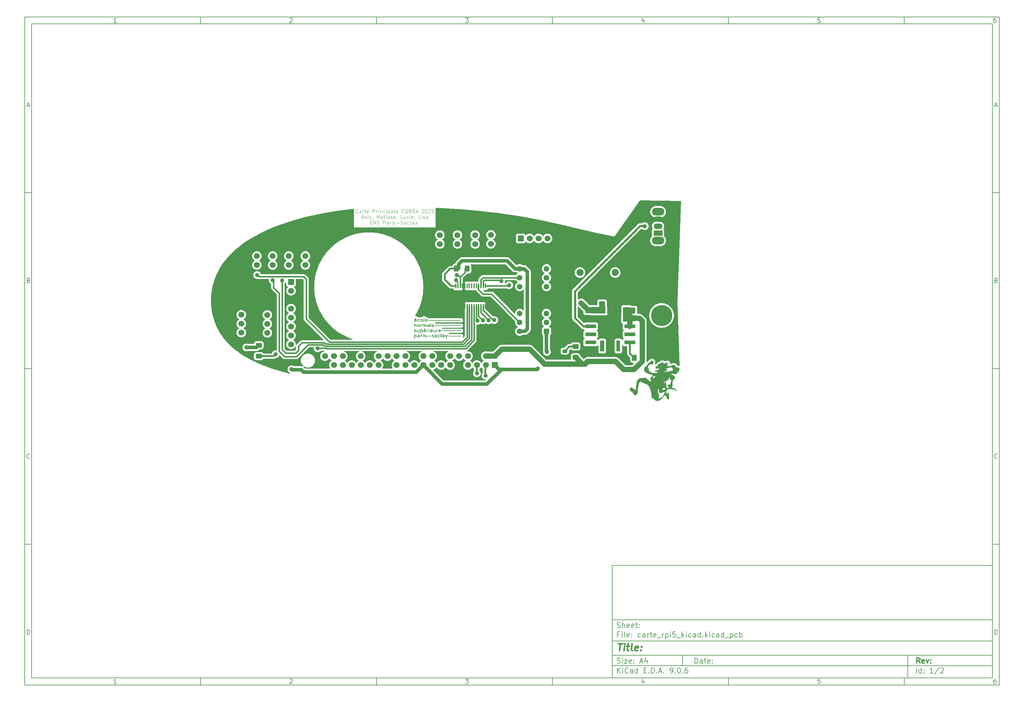
<source format=gbr>
%TF.GenerationSoftware,KiCad,Pcbnew,9.0.6*%
%TF.CreationDate,2026-01-30T09:25:40+01:00*%
%TF.ProjectId,carte_rpi5_kicad,63617274-655f-4727-9069-355f6b696361,rev?*%
%TF.SameCoordinates,Original*%
%TF.FileFunction,Copper,L1,Top*%
%TF.FilePolarity,Positive*%
%FSLAX46Y46*%
G04 Gerber Fmt 4.6, Leading zero omitted, Abs format (unit mm)*
G04 Created by KiCad (PCBNEW 9.0.6) date 2026-01-30 09:25:40*
%MOMM*%
%LPD*%
G01*
G04 APERTURE LIST*
G04 Aperture macros list*
%AMRoundRect*
0 Rectangle with rounded corners*
0 $1 Rounding radius*
0 $2 $3 $4 $5 $6 $7 $8 $9 X,Y pos of 4 corners*
0 Add a 4 corners polygon primitive as box body*
4,1,4,$2,$3,$4,$5,$6,$7,$8,$9,$2,$3,0*
0 Add four circle primitives for the rounded corners*
1,1,$1+$1,$2,$3*
1,1,$1+$1,$4,$5*
1,1,$1+$1,$6,$7*
1,1,$1+$1,$8,$9*
0 Add four rect primitives between the rounded corners*
20,1,$1+$1,$2,$3,$4,$5,0*
20,1,$1+$1,$4,$5,$6,$7,0*
20,1,$1+$1,$6,$7,$8,$9,0*
20,1,$1+$1,$8,$9,$2,$3,0*%
G04 Aperture macros list end*
%ADD10C,0.100000*%
%ADD11C,0.150000*%
%ADD12C,0.300000*%
%ADD13C,0.400000*%
%TA.AperFunction,NonConductor*%
%ADD14C,0.100000*%
%TD*%
%TA.AperFunction,EtchedComponent*%
%ADD15C,0.000000*%
%TD*%
%TA.AperFunction,SMDPad,CuDef*%
%ADD16RoundRect,0.250000X-0.625000X0.400000X-0.625000X-0.400000X0.625000X-0.400000X0.625000X0.400000X0*%
%TD*%
%TA.AperFunction,SMDPad,CuDef*%
%ADD17RoundRect,0.250000X0.400000X0.625000X-0.400000X0.625000X-0.400000X-0.625000X0.400000X-0.625000X0*%
%TD*%
%TA.AperFunction,ComponentPad*%
%ADD18R,1.700000X1.700000*%
%TD*%
%TA.AperFunction,ComponentPad*%
%ADD19C,1.700000*%
%TD*%
%TA.AperFunction,ComponentPad*%
%ADD20O,3.500000X2.200000*%
%TD*%
%TA.AperFunction,ComponentPad*%
%ADD21R,2.500000X1.500000*%
%TD*%
%TA.AperFunction,ComponentPad*%
%ADD22O,2.500000X1.500000*%
%TD*%
%TA.AperFunction,SMDPad,CuDef*%
%ADD23R,3.148970X1.140588*%
%TD*%
%TA.AperFunction,SMDPad,CuDef*%
%ADD24R,3.136742X1.669720*%
%TD*%
%TA.AperFunction,SMDPad,CuDef*%
%ADD25R,4.190000X1.905000*%
%TD*%
%TA.AperFunction,SMDPad,CuDef*%
%ADD26R,1.669720X3.136742*%
%TD*%
%TA.AperFunction,SMDPad,CuDef*%
%ADD27R,1.905000X4.190000*%
%TD*%
%TA.AperFunction,SMDPad,CuDef*%
%ADD28R,3.136742X1.140579*%
%TD*%
%TA.AperFunction,SMDPad,CuDef*%
%ADD29R,3.136742X1.134796*%
%TD*%
%TA.AperFunction,SMDPad,CuDef*%
%ADD30R,1.135296X3.154807*%
%TD*%
%TA.AperFunction,SMDPad,CuDef*%
%ADD31R,1.149580X3.167592*%
%TD*%
%TA.AperFunction,SMDPad,CuDef*%
%ADD32R,3.136186X1.134796*%
%TD*%
%TA.AperFunction,SMDPad,CuDef*%
%ADD33R,3.148970X1.126302*%
%TD*%
%TA.AperFunction,SMDPad,CuDef*%
%ADD34R,3.136742X1.126302*%
%TD*%
%TA.AperFunction,SMDPad,CuDef*%
%ADD35R,1.133807X3.154807*%
%TD*%
%TA.AperFunction,SMDPad,CuDef*%
%ADD36RoundRect,0.243750X0.456250X-0.243750X0.456250X0.243750X-0.456250X0.243750X-0.456250X-0.243750X0*%
%TD*%
%TA.AperFunction,ComponentPad*%
%ADD37RoundRect,1.500000X1.500000X-1.500000X1.500000X1.500000X-1.500000X1.500000X-1.500000X-1.500000X0*%
%TD*%
%TA.AperFunction,ComponentPad*%
%ADD38C,6.000000*%
%TD*%
%TA.AperFunction,ComponentPad*%
%ADD39RoundRect,0.250000X0.550000X0.550000X-0.550000X0.550000X-0.550000X-0.550000X0.550000X-0.550000X0*%
%TD*%
%TA.AperFunction,ComponentPad*%
%ADD40C,1.600000*%
%TD*%
%TA.AperFunction,SMDPad,CuDef*%
%ADD41R,0.355600X1.473200*%
%TD*%
%TA.AperFunction,ComponentPad*%
%ADD42C,2.000000*%
%TD*%
%TA.AperFunction,ViaPad*%
%ADD43C,1.200000*%
%TD*%
%TA.AperFunction,Conductor*%
%ADD44C,0.400000*%
%TD*%
%TA.AperFunction,Conductor*%
%ADD45C,0.600000*%
%TD*%
%TA.AperFunction,Conductor*%
%ADD46C,0.500000*%
%TD*%
%TA.AperFunction,Conductor*%
%ADD47C,1.000000*%
%TD*%
%TA.AperFunction,Conductor*%
%ADD48C,1.500000*%
%TD*%
%TA.AperFunction,Conductor*%
%ADD49C,0.200000*%
%TD*%
%TA.AperFunction,Conductor*%
%ADD50C,0.350000*%
%TD*%
G04 APERTURE END LIST*
D10*
D11*
X177002200Y-166007200D02*
X285002200Y-166007200D01*
X285002200Y-198007200D01*
X177002200Y-198007200D01*
X177002200Y-166007200D01*
D10*
D11*
X10000000Y-10000000D02*
X287002200Y-10000000D01*
X287002200Y-200007200D01*
X10000000Y-200007200D01*
X10000000Y-10000000D01*
D10*
D11*
X12000000Y-12000000D02*
X285002200Y-12000000D01*
X285002200Y-198007200D01*
X12000000Y-198007200D01*
X12000000Y-12000000D01*
D10*
D11*
X60000000Y-12000000D02*
X60000000Y-10000000D01*
D10*
D11*
X110000000Y-12000000D02*
X110000000Y-10000000D01*
D10*
D11*
X160000000Y-12000000D02*
X160000000Y-10000000D01*
D10*
D11*
X210000000Y-12000000D02*
X210000000Y-10000000D01*
D10*
D11*
X260000000Y-12000000D02*
X260000000Y-10000000D01*
D10*
D11*
X36089160Y-11593604D02*
X35346303Y-11593604D01*
X35717731Y-11593604D02*
X35717731Y-10293604D01*
X35717731Y-10293604D02*
X35593922Y-10479319D01*
X35593922Y-10479319D02*
X35470112Y-10603128D01*
X35470112Y-10603128D02*
X35346303Y-10665033D01*
D10*
D11*
X85346303Y-10417414D02*
X85408207Y-10355509D01*
X85408207Y-10355509D02*
X85532017Y-10293604D01*
X85532017Y-10293604D02*
X85841541Y-10293604D01*
X85841541Y-10293604D02*
X85965350Y-10355509D01*
X85965350Y-10355509D02*
X86027255Y-10417414D01*
X86027255Y-10417414D02*
X86089160Y-10541223D01*
X86089160Y-10541223D02*
X86089160Y-10665033D01*
X86089160Y-10665033D02*
X86027255Y-10850747D01*
X86027255Y-10850747D02*
X85284398Y-11593604D01*
X85284398Y-11593604D02*
X86089160Y-11593604D01*
D10*
D11*
X135284398Y-10293604D02*
X136089160Y-10293604D01*
X136089160Y-10293604D02*
X135655826Y-10788842D01*
X135655826Y-10788842D02*
X135841541Y-10788842D01*
X135841541Y-10788842D02*
X135965350Y-10850747D01*
X135965350Y-10850747D02*
X136027255Y-10912652D01*
X136027255Y-10912652D02*
X136089160Y-11036461D01*
X136089160Y-11036461D02*
X136089160Y-11345985D01*
X136089160Y-11345985D02*
X136027255Y-11469795D01*
X136027255Y-11469795D02*
X135965350Y-11531700D01*
X135965350Y-11531700D02*
X135841541Y-11593604D01*
X135841541Y-11593604D02*
X135470112Y-11593604D01*
X135470112Y-11593604D02*
X135346303Y-11531700D01*
X135346303Y-11531700D02*
X135284398Y-11469795D01*
D10*
D11*
X185965350Y-10726938D02*
X185965350Y-11593604D01*
X185655826Y-10231700D02*
X185346303Y-11160271D01*
X185346303Y-11160271D02*
X186151064Y-11160271D01*
D10*
D11*
X236027255Y-10293604D02*
X235408207Y-10293604D01*
X235408207Y-10293604D02*
X235346303Y-10912652D01*
X235346303Y-10912652D02*
X235408207Y-10850747D01*
X235408207Y-10850747D02*
X235532017Y-10788842D01*
X235532017Y-10788842D02*
X235841541Y-10788842D01*
X235841541Y-10788842D02*
X235965350Y-10850747D01*
X235965350Y-10850747D02*
X236027255Y-10912652D01*
X236027255Y-10912652D02*
X236089160Y-11036461D01*
X236089160Y-11036461D02*
X236089160Y-11345985D01*
X236089160Y-11345985D02*
X236027255Y-11469795D01*
X236027255Y-11469795D02*
X235965350Y-11531700D01*
X235965350Y-11531700D02*
X235841541Y-11593604D01*
X235841541Y-11593604D02*
X235532017Y-11593604D01*
X235532017Y-11593604D02*
X235408207Y-11531700D01*
X235408207Y-11531700D02*
X235346303Y-11469795D01*
D10*
D11*
X285965350Y-10293604D02*
X285717731Y-10293604D01*
X285717731Y-10293604D02*
X285593922Y-10355509D01*
X285593922Y-10355509D02*
X285532017Y-10417414D01*
X285532017Y-10417414D02*
X285408207Y-10603128D01*
X285408207Y-10603128D02*
X285346303Y-10850747D01*
X285346303Y-10850747D02*
X285346303Y-11345985D01*
X285346303Y-11345985D02*
X285408207Y-11469795D01*
X285408207Y-11469795D02*
X285470112Y-11531700D01*
X285470112Y-11531700D02*
X285593922Y-11593604D01*
X285593922Y-11593604D02*
X285841541Y-11593604D01*
X285841541Y-11593604D02*
X285965350Y-11531700D01*
X285965350Y-11531700D02*
X286027255Y-11469795D01*
X286027255Y-11469795D02*
X286089160Y-11345985D01*
X286089160Y-11345985D02*
X286089160Y-11036461D01*
X286089160Y-11036461D02*
X286027255Y-10912652D01*
X286027255Y-10912652D02*
X285965350Y-10850747D01*
X285965350Y-10850747D02*
X285841541Y-10788842D01*
X285841541Y-10788842D02*
X285593922Y-10788842D01*
X285593922Y-10788842D02*
X285470112Y-10850747D01*
X285470112Y-10850747D02*
X285408207Y-10912652D01*
X285408207Y-10912652D02*
X285346303Y-11036461D01*
D10*
D11*
X60000000Y-198007200D02*
X60000000Y-200007200D01*
D10*
D11*
X110000000Y-198007200D02*
X110000000Y-200007200D01*
D10*
D11*
X160000000Y-198007200D02*
X160000000Y-200007200D01*
D10*
D11*
X210000000Y-198007200D02*
X210000000Y-200007200D01*
D10*
D11*
X260000000Y-198007200D02*
X260000000Y-200007200D01*
D10*
D11*
X36089160Y-199600804D02*
X35346303Y-199600804D01*
X35717731Y-199600804D02*
X35717731Y-198300804D01*
X35717731Y-198300804D02*
X35593922Y-198486519D01*
X35593922Y-198486519D02*
X35470112Y-198610328D01*
X35470112Y-198610328D02*
X35346303Y-198672233D01*
D10*
D11*
X85346303Y-198424614D02*
X85408207Y-198362709D01*
X85408207Y-198362709D02*
X85532017Y-198300804D01*
X85532017Y-198300804D02*
X85841541Y-198300804D01*
X85841541Y-198300804D02*
X85965350Y-198362709D01*
X85965350Y-198362709D02*
X86027255Y-198424614D01*
X86027255Y-198424614D02*
X86089160Y-198548423D01*
X86089160Y-198548423D02*
X86089160Y-198672233D01*
X86089160Y-198672233D02*
X86027255Y-198857947D01*
X86027255Y-198857947D02*
X85284398Y-199600804D01*
X85284398Y-199600804D02*
X86089160Y-199600804D01*
D10*
D11*
X135284398Y-198300804D02*
X136089160Y-198300804D01*
X136089160Y-198300804D02*
X135655826Y-198796042D01*
X135655826Y-198796042D02*
X135841541Y-198796042D01*
X135841541Y-198796042D02*
X135965350Y-198857947D01*
X135965350Y-198857947D02*
X136027255Y-198919852D01*
X136027255Y-198919852D02*
X136089160Y-199043661D01*
X136089160Y-199043661D02*
X136089160Y-199353185D01*
X136089160Y-199353185D02*
X136027255Y-199476995D01*
X136027255Y-199476995D02*
X135965350Y-199538900D01*
X135965350Y-199538900D02*
X135841541Y-199600804D01*
X135841541Y-199600804D02*
X135470112Y-199600804D01*
X135470112Y-199600804D02*
X135346303Y-199538900D01*
X135346303Y-199538900D02*
X135284398Y-199476995D01*
D10*
D11*
X185965350Y-198734138D02*
X185965350Y-199600804D01*
X185655826Y-198238900D02*
X185346303Y-199167471D01*
X185346303Y-199167471D02*
X186151064Y-199167471D01*
D10*
D11*
X236027255Y-198300804D02*
X235408207Y-198300804D01*
X235408207Y-198300804D02*
X235346303Y-198919852D01*
X235346303Y-198919852D02*
X235408207Y-198857947D01*
X235408207Y-198857947D02*
X235532017Y-198796042D01*
X235532017Y-198796042D02*
X235841541Y-198796042D01*
X235841541Y-198796042D02*
X235965350Y-198857947D01*
X235965350Y-198857947D02*
X236027255Y-198919852D01*
X236027255Y-198919852D02*
X236089160Y-199043661D01*
X236089160Y-199043661D02*
X236089160Y-199353185D01*
X236089160Y-199353185D02*
X236027255Y-199476995D01*
X236027255Y-199476995D02*
X235965350Y-199538900D01*
X235965350Y-199538900D02*
X235841541Y-199600804D01*
X235841541Y-199600804D02*
X235532017Y-199600804D01*
X235532017Y-199600804D02*
X235408207Y-199538900D01*
X235408207Y-199538900D02*
X235346303Y-199476995D01*
D10*
D11*
X285965350Y-198300804D02*
X285717731Y-198300804D01*
X285717731Y-198300804D02*
X285593922Y-198362709D01*
X285593922Y-198362709D02*
X285532017Y-198424614D01*
X285532017Y-198424614D02*
X285408207Y-198610328D01*
X285408207Y-198610328D02*
X285346303Y-198857947D01*
X285346303Y-198857947D02*
X285346303Y-199353185D01*
X285346303Y-199353185D02*
X285408207Y-199476995D01*
X285408207Y-199476995D02*
X285470112Y-199538900D01*
X285470112Y-199538900D02*
X285593922Y-199600804D01*
X285593922Y-199600804D02*
X285841541Y-199600804D01*
X285841541Y-199600804D02*
X285965350Y-199538900D01*
X285965350Y-199538900D02*
X286027255Y-199476995D01*
X286027255Y-199476995D02*
X286089160Y-199353185D01*
X286089160Y-199353185D02*
X286089160Y-199043661D01*
X286089160Y-199043661D02*
X286027255Y-198919852D01*
X286027255Y-198919852D02*
X285965350Y-198857947D01*
X285965350Y-198857947D02*
X285841541Y-198796042D01*
X285841541Y-198796042D02*
X285593922Y-198796042D01*
X285593922Y-198796042D02*
X285470112Y-198857947D01*
X285470112Y-198857947D02*
X285408207Y-198919852D01*
X285408207Y-198919852D02*
X285346303Y-199043661D01*
D10*
D11*
X10000000Y-60000000D02*
X12000000Y-60000000D01*
D10*
D11*
X10000000Y-110000000D02*
X12000000Y-110000000D01*
D10*
D11*
X10000000Y-160000000D02*
X12000000Y-160000000D01*
D10*
D11*
X10690476Y-35222176D02*
X11309523Y-35222176D01*
X10566666Y-35593604D02*
X10999999Y-34293604D01*
X10999999Y-34293604D02*
X11433333Y-35593604D01*
D10*
D11*
X11092857Y-84912652D02*
X11278571Y-84974557D01*
X11278571Y-84974557D02*
X11340476Y-85036461D01*
X11340476Y-85036461D02*
X11402380Y-85160271D01*
X11402380Y-85160271D02*
X11402380Y-85345985D01*
X11402380Y-85345985D02*
X11340476Y-85469795D01*
X11340476Y-85469795D02*
X11278571Y-85531700D01*
X11278571Y-85531700D02*
X11154761Y-85593604D01*
X11154761Y-85593604D02*
X10659523Y-85593604D01*
X10659523Y-85593604D02*
X10659523Y-84293604D01*
X10659523Y-84293604D02*
X11092857Y-84293604D01*
X11092857Y-84293604D02*
X11216666Y-84355509D01*
X11216666Y-84355509D02*
X11278571Y-84417414D01*
X11278571Y-84417414D02*
X11340476Y-84541223D01*
X11340476Y-84541223D02*
X11340476Y-84665033D01*
X11340476Y-84665033D02*
X11278571Y-84788842D01*
X11278571Y-84788842D02*
X11216666Y-84850747D01*
X11216666Y-84850747D02*
X11092857Y-84912652D01*
X11092857Y-84912652D02*
X10659523Y-84912652D01*
D10*
D11*
X11402380Y-135469795D02*
X11340476Y-135531700D01*
X11340476Y-135531700D02*
X11154761Y-135593604D01*
X11154761Y-135593604D02*
X11030952Y-135593604D01*
X11030952Y-135593604D02*
X10845238Y-135531700D01*
X10845238Y-135531700D02*
X10721428Y-135407890D01*
X10721428Y-135407890D02*
X10659523Y-135284080D01*
X10659523Y-135284080D02*
X10597619Y-135036461D01*
X10597619Y-135036461D02*
X10597619Y-134850747D01*
X10597619Y-134850747D02*
X10659523Y-134603128D01*
X10659523Y-134603128D02*
X10721428Y-134479319D01*
X10721428Y-134479319D02*
X10845238Y-134355509D01*
X10845238Y-134355509D02*
X11030952Y-134293604D01*
X11030952Y-134293604D02*
X11154761Y-134293604D01*
X11154761Y-134293604D02*
X11340476Y-134355509D01*
X11340476Y-134355509D02*
X11402380Y-134417414D01*
D10*
D11*
X10659523Y-185593604D02*
X10659523Y-184293604D01*
X10659523Y-184293604D02*
X10969047Y-184293604D01*
X10969047Y-184293604D02*
X11154761Y-184355509D01*
X11154761Y-184355509D02*
X11278571Y-184479319D01*
X11278571Y-184479319D02*
X11340476Y-184603128D01*
X11340476Y-184603128D02*
X11402380Y-184850747D01*
X11402380Y-184850747D02*
X11402380Y-185036461D01*
X11402380Y-185036461D02*
X11340476Y-185284080D01*
X11340476Y-185284080D02*
X11278571Y-185407890D01*
X11278571Y-185407890D02*
X11154761Y-185531700D01*
X11154761Y-185531700D02*
X10969047Y-185593604D01*
X10969047Y-185593604D02*
X10659523Y-185593604D01*
D10*
D11*
X287002200Y-60000000D02*
X285002200Y-60000000D01*
D10*
D11*
X287002200Y-110000000D02*
X285002200Y-110000000D01*
D10*
D11*
X287002200Y-160000000D02*
X285002200Y-160000000D01*
D10*
D11*
X285692676Y-35222176D02*
X286311723Y-35222176D01*
X285568866Y-35593604D02*
X286002199Y-34293604D01*
X286002199Y-34293604D02*
X286435533Y-35593604D01*
D10*
D11*
X286095057Y-84912652D02*
X286280771Y-84974557D01*
X286280771Y-84974557D02*
X286342676Y-85036461D01*
X286342676Y-85036461D02*
X286404580Y-85160271D01*
X286404580Y-85160271D02*
X286404580Y-85345985D01*
X286404580Y-85345985D02*
X286342676Y-85469795D01*
X286342676Y-85469795D02*
X286280771Y-85531700D01*
X286280771Y-85531700D02*
X286156961Y-85593604D01*
X286156961Y-85593604D02*
X285661723Y-85593604D01*
X285661723Y-85593604D02*
X285661723Y-84293604D01*
X285661723Y-84293604D02*
X286095057Y-84293604D01*
X286095057Y-84293604D02*
X286218866Y-84355509D01*
X286218866Y-84355509D02*
X286280771Y-84417414D01*
X286280771Y-84417414D02*
X286342676Y-84541223D01*
X286342676Y-84541223D02*
X286342676Y-84665033D01*
X286342676Y-84665033D02*
X286280771Y-84788842D01*
X286280771Y-84788842D02*
X286218866Y-84850747D01*
X286218866Y-84850747D02*
X286095057Y-84912652D01*
X286095057Y-84912652D02*
X285661723Y-84912652D01*
D10*
D11*
X286404580Y-135469795D02*
X286342676Y-135531700D01*
X286342676Y-135531700D02*
X286156961Y-135593604D01*
X286156961Y-135593604D02*
X286033152Y-135593604D01*
X286033152Y-135593604D02*
X285847438Y-135531700D01*
X285847438Y-135531700D02*
X285723628Y-135407890D01*
X285723628Y-135407890D02*
X285661723Y-135284080D01*
X285661723Y-135284080D02*
X285599819Y-135036461D01*
X285599819Y-135036461D02*
X285599819Y-134850747D01*
X285599819Y-134850747D02*
X285661723Y-134603128D01*
X285661723Y-134603128D02*
X285723628Y-134479319D01*
X285723628Y-134479319D02*
X285847438Y-134355509D01*
X285847438Y-134355509D02*
X286033152Y-134293604D01*
X286033152Y-134293604D02*
X286156961Y-134293604D01*
X286156961Y-134293604D02*
X286342676Y-134355509D01*
X286342676Y-134355509D02*
X286404580Y-134417414D01*
D10*
D11*
X285661723Y-185593604D02*
X285661723Y-184293604D01*
X285661723Y-184293604D02*
X285971247Y-184293604D01*
X285971247Y-184293604D02*
X286156961Y-184355509D01*
X286156961Y-184355509D02*
X286280771Y-184479319D01*
X286280771Y-184479319D02*
X286342676Y-184603128D01*
X286342676Y-184603128D02*
X286404580Y-184850747D01*
X286404580Y-184850747D02*
X286404580Y-185036461D01*
X286404580Y-185036461D02*
X286342676Y-185284080D01*
X286342676Y-185284080D02*
X286280771Y-185407890D01*
X286280771Y-185407890D02*
X286156961Y-185531700D01*
X286156961Y-185531700D02*
X285971247Y-185593604D01*
X285971247Y-185593604D02*
X285661723Y-185593604D01*
D10*
D11*
X200458026Y-193793328D02*
X200458026Y-192293328D01*
X200458026Y-192293328D02*
X200815169Y-192293328D01*
X200815169Y-192293328D02*
X201029455Y-192364757D01*
X201029455Y-192364757D02*
X201172312Y-192507614D01*
X201172312Y-192507614D02*
X201243741Y-192650471D01*
X201243741Y-192650471D02*
X201315169Y-192936185D01*
X201315169Y-192936185D02*
X201315169Y-193150471D01*
X201315169Y-193150471D02*
X201243741Y-193436185D01*
X201243741Y-193436185D02*
X201172312Y-193579042D01*
X201172312Y-193579042D02*
X201029455Y-193721900D01*
X201029455Y-193721900D02*
X200815169Y-193793328D01*
X200815169Y-193793328D02*
X200458026Y-193793328D01*
X202600884Y-193793328D02*
X202600884Y-193007614D01*
X202600884Y-193007614D02*
X202529455Y-192864757D01*
X202529455Y-192864757D02*
X202386598Y-192793328D01*
X202386598Y-192793328D02*
X202100884Y-192793328D01*
X202100884Y-192793328D02*
X201958026Y-192864757D01*
X202600884Y-193721900D02*
X202458026Y-193793328D01*
X202458026Y-193793328D02*
X202100884Y-193793328D01*
X202100884Y-193793328D02*
X201958026Y-193721900D01*
X201958026Y-193721900D02*
X201886598Y-193579042D01*
X201886598Y-193579042D02*
X201886598Y-193436185D01*
X201886598Y-193436185D02*
X201958026Y-193293328D01*
X201958026Y-193293328D02*
X202100884Y-193221900D01*
X202100884Y-193221900D02*
X202458026Y-193221900D01*
X202458026Y-193221900D02*
X202600884Y-193150471D01*
X203100884Y-192793328D02*
X203672312Y-192793328D01*
X203315169Y-192293328D02*
X203315169Y-193579042D01*
X203315169Y-193579042D02*
X203386598Y-193721900D01*
X203386598Y-193721900D02*
X203529455Y-193793328D01*
X203529455Y-193793328D02*
X203672312Y-193793328D01*
X204743741Y-193721900D02*
X204600884Y-193793328D01*
X204600884Y-193793328D02*
X204315170Y-193793328D01*
X204315170Y-193793328D02*
X204172312Y-193721900D01*
X204172312Y-193721900D02*
X204100884Y-193579042D01*
X204100884Y-193579042D02*
X204100884Y-193007614D01*
X204100884Y-193007614D02*
X204172312Y-192864757D01*
X204172312Y-192864757D02*
X204315170Y-192793328D01*
X204315170Y-192793328D02*
X204600884Y-192793328D01*
X204600884Y-192793328D02*
X204743741Y-192864757D01*
X204743741Y-192864757D02*
X204815170Y-193007614D01*
X204815170Y-193007614D02*
X204815170Y-193150471D01*
X204815170Y-193150471D02*
X204100884Y-193293328D01*
X205458026Y-193650471D02*
X205529455Y-193721900D01*
X205529455Y-193721900D02*
X205458026Y-193793328D01*
X205458026Y-193793328D02*
X205386598Y-193721900D01*
X205386598Y-193721900D02*
X205458026Y-193650471D01*
X205458026Y-193650471D02*
X205458026Y-193793328D01*
X205458026Y-192864757D02*
X205529455Y-192936185D01*
X205529455Y-192936185D02*
X205458026Y-193007614D01*
X205458026Y-193007614D02*
X205386598Y-192936185D01*
X205386598Y-192936185D02*
X205458026Y-192864757D01*
X205458026Y-192864757D02*
X205458026Y-193007614D01*
D10*
D11*
X177002200Y-194507200D02*
X285002200Y-194507200D01*
D10*
D11*
X178458026Y-196593328D02*
X178458026Y-195093328D01*
X179315169Y-196593328D02*
X178672312Y-195736185D01*
X179315169Y-195093328D02*
X178458026Y-195950471D01*
X179958026Y-196593328D02*
X179958026Y-195593328D01*
X179958026Y-195093328D02*
X179886598Y-195164757D01*
X179886598Y-195164757D02*
X179958026Y-195236185D01*
X179958026Y-195236185D02*
X180029455Y-195164757D01*
X180029455Y-195164757D02*
X179958026Y-195093328D01*
X179958026Y-195093328D02*
X179958026Y-195236185D01*
X181529455Y-196450471D02*
X181458027Y-196521900D01*
X181458027Y-196521900D02*
X181243741Y-196593328D01*
X181243741Y-196593328D02*
X181100884Y-196593328D01*
X181100884Y-196593328D02*
X180886598Y-196521900D01*
X180886598Y-196521900D02*
X180743741Y-196379042D01*
X180743741Y-196379042D02*
X180672312Y-196236185D01*
X180672312Y-196236185D02*
X180600884Y-195950471D01*
X180600884Y-195950471D02*
X180600884Y-195736185D01*
X180600884Y-195736185D02*
X180672312Y-195450471D01*
X180672312Y-195450471D02*
X180743741Y-195307614D01*
X180743741Y-195307614D02*
X180886598Y-195164757D01*
X180886598Y-195164757D02*
X181100884Y-195093328D01*
X181100884Y-195093328D02*
X181243741Y-195093328D01*
X181243741Y-195093328D02*
X181458027Y-195164757D01*
X181458027Y-195164757D02*
X181529455Y-195236185D01*
X182815170Y-196593328D02*
X182815170Y-195807614D01*
X182815170Y-195807614D02*
X182743741Y-195664757D01*
X182743741Y-195664757D02*
X182600884Y-195593328D01*
X182600884Y-195593328D02*
X182315170Y-195593328D01*
X182315170Y-195593328D02*
X182172312Y-195664757D01*
X182815170Y-196521900D02*
X182672312Y-196593328D01*
X182672312Y-196593328D02*
X182315170Y-196593328D01*
X182315170Y-196593328D02*
X182172312Y-196521900D01*
X182172312Y-196521900D02*
X182100884Y-196379042D01*
X182100884Y-196379042D02*
X182100884Y-196236185D01*
X182100884Y-196236185D02*
X182172312Y-196093328D01*
X182172312Y-196093328D02*
X182315170Y-196021900D01*
X182315170Y-196021900D02*
X182672312Y-196021900D01*
X182672312Y-196021900D02*
X182815170Y-195950471D01*
X184172313Y-196593328D02*
X184172313Y-195093328D01*
X184172313Y-196521900D02*
X184029455Y-196593328D01*
X184029455Y-196593328D02*
X183743741Y-196593328D01*
X183743741Y-196593328D02*
X183600884Y-196521900D01*
X183600884Y-196521900D02*
X183529455Y-196450471D01*
X183529455Y-196450471D02*
X183458027Y-196307614D01*
X183458027Y-196307614D02*
X183458027Y-195879042D01*
X183458027Y-195879042D02*
X183529455Y-195736185D01*
X183529455Y-195736185D02*
X183600884Y-195664757D01*
X183600884Y-195664757D02*
X183743741Y-195593328D01*
X183743741Y-195593328D02*
X184029455Y-195593328D01*
X184029455Y-195593328D02*
X184172313Y-195664757D01*
X186029455Y-195807614D02*
X186529455Y-195807614D01*
X186743741Y-196593328D02*
X186029455Y-196593328D01*
X186029455Y-196593328D02*
X186029455Y-195093328D01*
X186029455Y-195093328D02*
X186743741Y-195093328D01*
X187386598Y-196450471D02*
X187458027Y-196521900D01*
X187458027Y-196521900D02*
X187386598Y-196593328D01*
X187386598Y-196593328D02*
X187315170Y-196521900D01*
X187315170Y-196521900D02*
X187386598Y-196450471D01*
X187386598Y-196450471D02*
X187386598Y-196593328D01*
X188100884Y-196593328D02*
X188100884Y-195093328D01*
X188100884Y-195093328D02*
X188458027Y-195093328D01*
X188458027Y-195093328D02*
X188672313Y-195164757D01*
X188672313Y-195164757D02*
X188815170Y-195307614D01*
X188815170Y-195307614D02*
X188886599Y-195450471D01*
X188886599Y-195450471D02*
X188958027Y-195736185D01*
X188958027Y-195736185D02*
X188958027Y-195950471D01*
X188958027Y-195950471D02*
X188886599Y-196236185D01*
X188886599Y-196236185D02*
X188815170Y-196379042D01*
X188815170Y-196379042D02*
X188672313Y-196521900D01*
X188672313Y-196521900D02*
X188458027Y-196593328D01*
X188458027Y-196593328D02*
X188100884Y-196593328D01*
X189600884Y-196450471D02*
X189672313Y-196521900D01*
X189672313Y-196521900D02*
X189600884Y-196593328D01*
X189600884Y-196593328D02*
X189529456Y-196521900D01*
X189529456Y-196521900D02*
X189600884Y-196450471D01*
X189600884Y-196450471D02*
X189600884Y-196593328D01*
X190243742Y-196164757D02*
X190958028Y-196164757D01*
X190100885Y-196593328D02*
X190600885Y-195093328D01*
X190600885Y-195093328D02*
X191100885Y-196593328D01*
X191600884Y-196450471D02*
X191672313Y-196521900D01*
X191672313Y-196521900D02*
X191600884Y-196593328D01*
X191600884Y-196593328D02*
X191529456Y-196521900D01*
X191529456Y-196521900D02*
X191600884Y-196450471D01*
X191600884Y-196450471D02*
X191600884Y-196593328D01*
X193529456Y-196593328D02*
X193815170Y-196593328D01*
X193815170Y-196593328D02*
X193958027Y-196521900D01*
X193958027Y-196521900D02*
X194029456Y-196450471D01*
X194029456Y-196450471D02*
X194172313Y-196236185D01*
X194172313Y-196236185D02*
X194243742Y-195950471D01*
X194243742Y-195950471D02*
X194243742Y-195379042D01*
X194243742Y-195379042D02*
X194172313Y-195236185D01*
X194172313Y-195236185D02*
X194100885Y-195164757D01*
X194100885Y-195164757D02*
X193958027Y-195093328D01*
X193958027Y-195093328D02*
X193672313Y-195093328D01*
X193672313Y-195093328D02*
X193529456Y-195164757D01*
X193529456Y-195164757D02*
X193458027Y-195236185D01*
X193458027Y-195236185D02*
X193386599Y-195379042D01*
X193386599Y-195379042D02*
X193386599Y-195736185D01*
X193386599Y-195736185D02*
X193458027Y-195879042D01*
X193458027Y-195879042D02*
X193529456Y-195950471D01*
X193529456Y-195950471D02*
X193672313Y-196021900D01*
X193672313Y-196021900D02*
X193958027Y-196021900D01*
X193958027Y-196021900D02*
X194100885Y-195950471D01*
X194100885Y-195950471D02*
X194172313Y-195879042D01*
X194172313Y-195879042D02*
X194243742Y-195736185D01*
X194886598Y-196450471D02*
X194958027Y-196521900D01*
X194958027Y-196521900D02*
X194886598Y-196593328D01*
X194886598Y-196593328D02*
X194815170Y-196521900D01*
X194815170Y-196521900D02*
X194886598Y-196450471D01*
X194886598Y-196450471D02*
X194886598Y-196593328D01*
X195886599Y-195093328D02*
X196029456Y-195093328D01*
X196029456Y-195093328D02*
X196172313Y-195164757D01*
X196172313Y-195164757D02*
X196243742Y-195236185D01*
X196243742Y-195236185D02*
X196315170Y-195379042D01*
X196315170Y-195379042D02*
X196386599Y-195664757D01*
X196386599Y-195664757D02*
X196386599Y-196021900D01*
X196386599Y-196021900D02*
X196315170Y-196307614D01*
X196315170Y-196307614D02*
X196243742Y-196450471D01*
X196243742Y-196450471D02*
X196172313Y-196521900D01*
X196172313Y-196521900D02*
X196029456Y-196593328D01*
X196029456Y-196593328D02*
X195886599Y-196593328D01*
X195886599Y-196593328D02*
X195743742Y-196521900D01*
X195743742Y-196521900D02*
X195672313Y-196450471D01*
X195672313Y-196450471D02*
X195600884Y-196307614D01*
X195600884Y-196307614D02*
X195529456Y-196021900D01*
X195529456Y-196021900D02*
X195529456Y-195664757D01*
X195529456Y-195664757D02*
X195600884Y-195379042D01*
X195600884Y-195379042D02*
X195672313Y-195236185D01*
X195672313Y-195236185D02*
X195743742Y-195164757D01*
X195743742Y-195164757D02*
X195886599Y-195093328D01*
X197029455Y-196450471D02*
X197100884Y-196521900D01*
X197100884Y-196521900D02*
X197029455Y-196593328D01*
X197029455Y-196593328D02*
X196958027Y-196521900D01*
X196958027Y-196521900D02*
X197029455Y-196450471D01*
X197029455Y-196450471D02*
X197029455Y-196593328D01*
X198386599Y-195093328D02*
X198100884Y-195093328D01*
X198100884Y-195093328D02*
X197958027Y-195164757D01*
X197958027Y-195164757D02*
X197886599Y-195236185D01*
X197886599Y-195236185D02*
X197743741Y-195450471D01*
X197743741Y-195450471D02*
X197672313Y-195736185D01*
X197672313Y-195736185D02*
X197672313Y-196307614D01*
X197672313Y-196307614D02*
X197743741Y-196450471D01*
X197743741Y-196450471D02*
X197815170Y-196521900D01*
X197815170Y-196521900D02*
X197958027Y-196593328D01*
X197958027Y-196593328D02*
X198243741Y-196593328D01*
X198243741Y-196593328D02*
X198386599Y-196521900D01*
X198386599Y-196521900D02*
X198458027Y-196450471D01*
X198458027Y-196450471D02*
X198529456Y-196307614D01*
X198529456Y-196307614D02*
X198529456Y-195950471D01*
X198529456Y-195950471D02*
X198458027Y-195807614D01*
X198458027Y-195807614D02*
X198386599Y-195736185D01*
X198386599Y-195736185D02*
X198243741Y-195664757D01*
X198243741Y-195664757D02*
X197958027Y-195664757D01*
X197958027Y-195664757D02*
X197815170Y-195736185D01*
X197815170Y-195736185D02*
X197743741Y-195807614D01*
X197743741Y-195807614D02*
X197672313Y-195950471D01*
D10*
D11*
X177002200Y-191507200D02*
X285002200Y-191507200D01*
D10*
D12*
X264413853Y-193785528D02*
X263913853Y-193071242D01*
X263556710Y-193785528D02*
X263556710Y-192285528D01*
X263556710Y-192285528D02*
X264128139Y-192285528D01*
X264128139Y-192285528D02*
X264270996Y-192356957D01*
X264270996Y-192356957D02*
X264342425Y-192428385D01*
X264342425Y-192428385D02*
X264413853Y-192571242D01*
X264413853Y-192571242D02*
X264413853Y-192785528D01*
X264413853Y-192785528D02*
X264342425Y-192928385D01*
X264342425Y-192928385D02*
X264270996Y-192999814D01*
X264270996Y-192999814D02*
X264128139Y-193071242D01*
X264128139Y-193071242D02*
X263556710Y-193071242D01*
X265628139Y-193714100D02*
X265485282Y-193785528D01*
X265485282Y-193785528D02*
X265199568Y-193785528D01*
X265199568Y-193785528D02*
X265056710Y-193714100D01*
X265056710Y-193714100D02*
X264985282Y-193571242D01*
X264985282Y-193571242D02*
X264985282Y-192999814D01*
X264985282Y-192999814D02*
X265056710Y-192856957D01*
X265056710Y-192856957D02*
X265199568Y-192785528D01*
X265199568Y-192785528D02*
X265485282Y-192785528D01*
X265485282Y-192785528D02*
X265628139Y-192856957D01*
X265628139Y-192856957D02*
X265699568Y-192999814D01*
X265699568Y-192999814D02*
X265699568Y-193142671D01*
X265699568Y-193142671D02*
X264985282Y-193285528D01*
X266199567Y-192785528D02*
X266556710Y-193785528D01*
X266556710Y-193785528D02*
X266913853Y-192785528D01*
X267485281Y-193642671D02*
X267556710Y-193714100D01*
X267556710Y-193714100D02*
X267485281Y-193785528D01*
X267485281Y-193785528D02*
X267413853Y-193714100D01*
X267413853Y-193714100D02*
X267485281Y-193642671D01*
X267485281Y-193642671D02*
X267485281Y-193785528D01*
X267485281Y-192856957D02*
X267556710Y-192928385D01*
X267556710Y-192928385D02*
X267485281Y-192999814D01*
X267485281Y-192999814D02*
X267413853Y-192928385D01*
X267413853Y-192928385D02*
X267485281Y-192856957D01*
X267485281Y-192856957D02*
X267485281Y-192999814D01*
D10*
D11*
X178386598Y-193721900D02*
X178600884Y-193793328D01*
X178600884Y-193793328D02*
X178958026Y-193793328D01*
X178958026Y-193793328D02*
X179100884Y-193721900D01*
X179100884Y-193721900D02*
X179172312Y-193650471D01*
X179172312Y-193650471D02*
X179243741Y-193507614D01*
X179243741Y-193507614D02*
X179243741Y-193364757D01*
X179243741Y-193364757D02*
X179172312Y-193221900D01*
X179172312Y-193221900D02*
X179100884Y-193150471D01*
X179100884Y-193150471D02*
X178958026Y-193079042D01*
X178958026Y-193079042D02*
X178672312Y-193007614D01*
X178672312Y-193007614D02*
X178529455Y-192936185D01*
X178529455Y-192936185D02*
X178458026Y-192864757D01*
X178458026Y-192864757D02*
X178386598Y-192721900D01*
X178386598Y-192721900D02*
X178386598Y-192579042D01*
X178386598Y-192579042D02*
X178458026Y-192436185D01*
X178458026Y-192436185D02*
X178529455Y-192364757D01*
X178529455Y-192364757D02*
X178672312Y-192293328D01*
X178672312Y-192293328D02*
X179029455Y-192293328D01*
X179029455Y-192293328D02*
X179243741Y-192364757D01*
X179886597Y-193793328D02*
X179886597Y-192793328D01*
X179886597Y-192293328D02*
X179815169Y-192364757D01*
X179815169Y-192364757D02*
X179886597Y-192436185D01*
X179886597Y-192436185D02*
X179958026Y-192364757D01*
X179958026Y-192364757D02*
X179886597Y-192293328D01*
X179886597Y-192293328D02*
X179886597Y-192436185D01*
X180458026Y-192793328D02*
X181243741Y-192793328D01*
X181243741Y-192793328D02*
X180458026Y-193793328D01*
X180458026Y-193793328D02*
X181243741Y-193793328D01*
X182386598Y-193721900D02*
X182243741Y-193793328D01*
X182243741Y-193793328D02*
X181958027Y-193793328D01*
X181958027Y-193793328D02*
X181815169Y-193721900D01*
X181815169Y-193721900D02*
X181743741Y-193579042D01*
X181743741Y-193579042D02*
X181743741Y-193007614D01*
X181743741Y-193007614D02*
X181815169Y-192864757D01*
X181815169Y-192864757D02*
X181958027Y-192793328D01*
X181958027Y-192793328D02*
X182243741Y-192793328D01*
X182243741Y-192793328D02*
X182386598Y-192864757D01*
X182386598Y-192864757D02*
X182458027Y-193007614D01*
X182458027Y-193007614D02*
X182458027Y-193150471D01*
X182458027Y-193150471D02*
X181743741Y-193293328D01*
X183100883Y-193650471D02*
X183172312Y-193721900D01*
X183172312Y-193721900D02*
X183100883Y-193793328D01*
X183100883Y-193793328D02*
X183029455Y-193721900D01*
X183029455Y-193721900D02*
X183100883Y-193650471D01*
X183100883Y-193650471D02*
X183100883Y-193793328D01*
X183100883Y-192864757D02*
X183172312Y-192936185D01*
X183172312Y-192936185D02*
X183100883Y-193007614D01*
X183100883Y-193007614D02*
X183029455Y-192936185D01*
X183029455Y-192936185D02*
X183100883Y-192864757D01*
X183100883Y-192864757D02*
X183100883Y-193007614D01*
X184886598Y-193364757D02*
X185600884Y-193364757D01*
X184743741Y-193793328D02*
X185243741Y-192293328D01*
X185243741Y-192293328D02*
X185743741Y-193793328D01*
X186886598Y-192793328D02*
X186886598Y-193793328D01*
X186529455Y-192221900D02*
X186172312Y-193293328D01*
X186172312Y-193293328D02*
X187100883Y-193293328D01*
D10*
D11*
X263458026Y-196593328D02*
X263458026Y-195093328D01*
X264815170Y-196593328D02*
X264815170Y-195093328D01*
X264815170Y-196521900D02*
X264672312Y-196593328D01*
X264672312Y-196593328D02*
X264386598Y-196593328D01*
X264386598Y-196593328D02*
X264243741Y-196521900D01*
X264243741Y-196521900D02*
X264172312Y-196450471D01*
X264172312Y-196450471D02*
X264100884Y-196307614D01*
X264100884Y-196307614D02*
X264100884Y-195879042D01*
X264100884Y-195879042D02*
X264172312Y-195736185D01*
X264172312Y-195736185D02*
X264243741Y-195664757D01*
X264243741Y-195664757D02*
X264386598Y-195593328D01*
X264386598Y-195593328D02*
X264672312Y-195593328D01*
X264672312Y-195593328D02*
X264815170Y-195664757D01*
X265529455Y-196450471D02*
X265600884Y-196521900D01*
X265600884Y-196521900D02*
X265529455Y-196593328D01*
X265529455Y-196593328D02*
X265458027Y-196521900D01*
X265458027Y-196521900D02*
X265529455Y-196450471D01*
X265529455Y-196450471D02*
X265529455Y-196593328D01*
X265529455Y-195664757D02*
X265600884Y-195736185D01*
X265600884Y-195736185D02*
X265529455Y-195807614D01*
X265529455Y-195807614D02*
X265458027Y-195736185D01*
X265458027Y-195736185D02*
X265529455Y-195664757D01*
X265529455Y-195664757D02*
X265529455Y-195807614D01*
X268172313Y-196593328D02*
X267315170Y-196593328D01*
X267743741Y-196593328D02*
X267743741Y-195093328D01*
X267743741Y-195093328D02*
X267600884Y-195307614D01*
X267600884Y-195307614D02*
X267458027Y-195450471D01*
X267458027Y-195450471D02*
X267315170Y-195521900D01*
X269886598Y-195021900D02*
X268600884Y-196950471D01*
X270315170Y-195236185D02*
X270386598Y-195164757D01*
X270386598Y-195164757D02*
X270529456Y-195093328D01*
X270529456Y-195093328D02*
X270886598Y-195093328D01*
X270886598Y-195093328D02*
X271029456Y-195164757D01*
X271029456Y-195164757D02*
X271100884Y-195236185D01*
X271100884Y-195236185D02*
X271172313Y-195379042D01*
X271172313Y-195379042D02*
X271172313Y-195521900D01*
X271172313Y-195521900D02*
X271100884Y-195736185D01*
X271100884Y-195736185D02*
X270243741Y-196593328D01*
X270243741Y-196593328D02*
X271172313Y-196593328D01*
D10*
D11*
X177002200Y-187507200D02*
X285002200Y-187507200D01*
D10*
D13*
X178693928Y-188211638D02*
X179836785Y-188211638D01*
X179015357Y-190211638D02*
X179265357Y-188211638D01*
X180253452Y-190211638D02*
X180420119Y-188878304D01*
X180503452Y-188211638D02*
X180396309Y-188306876D01*
X180396309Y-188306876D02*
X180479643Y-188402114D01*
X180479643Y-188402114D02*
X180586786Y-188306876D01*
X180586786Y-188306876D02*
X180503452Y-188211638D01*
X180503452Y-188211638D02*
X180479643Y-188402114D01*
X181086786Y-188878304D02*
X181848690Y-188878304D01*
X181455833Y-188211638D02*
X181241548Y-189925923D01*
X181241548Y-189925923D02*
X181312976Y-190116400D01*
X181312976Y-190116400D02*
X181491548Y-190211638D01*
X181491548Y-190211638D02*
X181682024Y-190211638D01*
X182634405Y-190211638D02*
X182455833Y-190116400D01*
X182455833Y-190116400D02*
X182384405Y-189925923D01*
X182384405Y-189925923D02*
X182598690Y-188211638D01*
X184170119Y-190116400D02*
X183967738Y-190211638D01*
X183967738Y-190211638D02*
X183586785Y-190211638D01*
X183586785Y-190211638D02*
X183408214Y-190116400D01*
X183408214Y-190116400D02*
X183336785Y-189925923D01*
X183336785Y-189925923D02*
X183432024Y-189164019D01*
X183432024Y-189164019D02*
X183551071Y-188973542D01*
X183551071Y-188973542D02*
X183753452Y-188878304D01*
X183753452Y-188878304D02*
X184134404Y-188878304D01*
X184134404Y-188878304D02*
X184312976Y-188973542D01*
X184312976Y-188973542D02*
X184384404Y-189164019D01*
X184384404Y-189164019D02*
X184360595Y-189354495D01*
X184360595Y-189354495D02*
X183384404Y-189544971D01*
X185134405Y-190021161D02*
X185217738Y-190116400D01*
X185217738Y-190116400D02*
X185110595Y-190211638D01*
X185110595Y-190211638D02*
X185027262Y-190116400D01*
X185027262Y-190116400D02*
X185134405Y-190021161D01*
X185134405Y-190021161D02*
X185110595Y-190211638D01*
X185265357Y-188973542D02*
X185348690Y-189068780D01*
X185348690Y-189068780D02*
X185241548Y-189164019D01*
X185241548Y-189164019D02*
X185158214Y-189068780D01*
X185158214Y-189068780D02*
X185265357Y-188973542D01*
X185265357Y-188973542D02*
X185241548Y-189164019D01*
D10*
D11*
X178958026Y-185607614D02*
X178458026Y-185607614D01*
X178458026Y-186393328D02*
X178458026Y-184893328D01*
X178458026Y-184893328D02*
X179172312Y-184893328D01*
X179743740Y-186393328D02*
X179743740Y-185393328D01*
X179743740Y-184893328D02*
X179672312Y-184964757D01*
X179672312Y-184964757D02*
X179743740Y-185036185D01*
X179743740Y-185036185D02*
X179815169Y-184964757D01*
X179815169Y-184964757D02*
X179743740Y-184893328D01*
X179743740Y-184893328D02*
X179743740Y-185036185D01*
X180672312Y-186393328D02*
X180529455Y-186321900D01*
X180529455Y-186321900D02*
X180458026Y-186179042D01*
X180458026Y-186179042D02*
X180458026Y-184893328D01*
X181815169Y-186321900D02*
X181672312Y-186393328D01*
X181672312Y-186393328D02*
X181386598Y-186393328D01*
X181386598Y-186393328D02*
X181243740Y-186321900D01*
X181243740Y-186321900D02*
X181172312Y-186179042D01*
X181172312Y-186179042D02*
X181172312Y-185607614D01*
X181172312Y-185607614D02*
X181243740Y-185464757D01*
X181243740Y-185464757D02*
X181386598Y-185393328D01*
X181386598Y-185393328D02*
X181672312Y-185393328D01*
X181672312Y-185393328D02*
X181815169Y-185464757D01*
X181815169Y-185464757D02*
X181886598Y-185607614D01*
X181886598Y-185607614D02*
X181886598Y-185750471D01*
X181886598Y-185750471D02*
X181172312Y-185893328D01*
X182529454Y-186250471D02*
X182600883Y-186321900D01*
X182600883Y-186321900D02*
X182529454Y-186393328D01*
X182529454Y-186393328D02*
X182458026Y-186321900D01*
X182458026Y-186321900D02*
X182529454Y-186250471D01*
X182529454Y-186250471D02*
X182529454Y-186393328D01*
X182529454Y-185464757D02*
X182600883Y-185536185D01*
X182600883Y-185536185D02*
X182529454Y-185607614D01*
X182529454Y-185607614D02*
X182458026Y-185536185D01*
X182458026Y-185536185D02*
X182529454Y-185464757D01*
X182529454Y-185464757D02*
X182529454Y-185607614D01*
X185029455Y-186321900D02*
X184886597Y-186393328D01*
X184886597Y-186393328D02*
X184600883Y-186393328D01*
X184600883Y-186393328D02*
X184458026Y-186321900D01*
X184458026Y-186321900D02*
X184386597Y-186250471D01*
X184386597Y-186250471D02*
X184315169Y-186107614D01*
X184315169Y-186107614D02*
X184315169Y-185679042D01*
X184315169Y-185679042D02*
X184386597Y-185536185D01*
X184386597Y-185536185D02*
X184458026Y-185464757D01*
X184458026Y-185464757D02*
X184600883Y-185393328D01*
X184600883Y-185393328D02*
X184886597Y-185393328D01*
X184886597Y-185393328D02*
X185029455Y-185464757D01*
X186315169Y-186393328D02*
X186315169Y-185607614D01*
X186315169Y-185607614D02*
X186243740Y-185464757D01*
X186243740Y-185464757D02*
X186100883Y-185393328D01*
X186100883Y-185393328D02*
X185815169Y-185393328D01*
X185815169Y-185393328D02*
X185672311Y-185464757D01*
X186315169Y-186321900D02*
X186172311Y-186393328D01*
X186172311Y-186393328D02*
X185815169Y-186393328D01*
X185815169Y-186393328D02*
X185672311Y-186321900D01*
X185672311Y-186321900D02*
X185600883Y-186179042D01*
X185600883Y-186179042D02*
X185600883Y-186036185D01*
X185600883Y-186036185D02*
X185672311Y-185893328D01*
X185672311Y-185893328D02*
X185815169Y-185821900D01*
X185815169Y-185821900D02*
X186172311Y-185821900D01*
X186172311Y-185821900D02*
X186315169Y-185750471D01*
X187029454Y-186393328D02*
X187029454Y-185393328D01*
X187029454Y-185679042D02*
X187100883Y-185536185D01*
X187100883Y-185536185D02*
X187172312Y-185464757D01*
X187172312Y-185464757D02*
X187315169Y-185393328D01*
X187315169Y-185393328D02*
X187458026Y-185393328D01*
X187743740Y-185393328D02*
X188315168Y-185393328D01*
X187958025Y-184893328D02*
X187958025Y-186179042D01*
X187958025Y-186179042D02*
X188029454Y-186321900D01*
X188029454Y-186321900D02*
X188172311Y-186393328D01*
X188172311Y-186393328D02*
X188315168Y-186393328D01*
X189386597Y-186321900D02*
X189243740Y-186393328D01*
X189243740Y-186393328D02*
X188958026Y-186393328D01*
X188958026Y-186393328D02*
X188815168Y-186321900D01*
X188815168Y-186321900D02*
X188743740Y-186179042D01*
X188743740Y-186179042D02*
X188743740Y-185607614D01*
X188743740Y-185607614D02*
X188815168Y-185464757D01*
X188815168Y-185464757D02*
X188958026Y-185393328D01*
X188958026Y-185393328D02*
X189243740Y-185393328D01*
X189243740Y-185393328D02*
X189386597Y-185464757D01*
X189386597Y-185464757D02*
X189458026Y-185607614D01*
X189458026Y-185607614D02*
X189458026Y-185750471D01*
X189458026Y-185750471D02*
X188743740Y-185893328D01*
X189743740Y-186536185D02*
X190886597Y-186536185D01*
X191243739Y-186393328D02*
X191243739Y-185393328D01*
X191243739Y-185679042D02*
X191315168Y-185536185D01*
X191315168Y-185536185D02*
X191386597Y-185464757D01*
X191386597Y-185464757D02*
X191529454Y-185393328D01*
X191529454Y-185393328D02*
X191672311Y-185393328D01*
X192172310Y-185393328D02*
X192172310Y-186893328D01*
X192172310Y-185464757D02*
X192315168Y-185393328D01*
X192315168Y-185393328D02*
X192600882Y-185393328D01*
X192600882Y-185393328D02*
X192743739Y-185464757D01*
X192743739Y-185464757D02*
X192815168Y-185536185D01*
X192815168Y-185536185D02*
X192886596Y-185679042D01*
X192886596Y-185679042D02*
X192886596Y-186107614D01*
X192886596Y-186107614D02*
X192815168Y-186250471D01*
X192815168Y-186250471D02*
X192743739Y-186321900D01*
X192743739Y-186321900D02*
X192600882Y-186393328D01*
X192600882Y-186393328D02*
X192315168Y-186393328D01*
X192315168Y-186393328D02*
X192172310Y-186321900D01*
X193529453Y-186393328D02*
X193529453Y-185393328D01*
X193529453Y-184893328D02*
X193458025Y-184964757D01*
X193458025Y-184964757D02*
X193529453Y-185036185D01*
X193529453Y-185036185D02*
X193600882Y-184964757D01*
X193600882Y-184964757D02*
X193529453Y-184893328D01*
X193529453Y-184893328D02*
X193529453Y-185036185D01*
X194958025Y-184893328D02*
X194243739Y-184893328D01*
X194243739Y-184893328D02*
X194172311Y-185607614D01*
X194172311Y-185607614D02*
X194243739Y-185536185D01*
X194243739Y-185536185D02*
X194386597Y-185464757D01*
X194386597Y-185464757D02*
X194743739Y-185464757D01*
X194743739Y-185464757D02*
X194886597Y-185536185D01*
X194886597Y-185536185D02*
X194958025Y-185607614D01*
X194958025Y-185607614D02*
X195029454Y-185750471D01*
X195029454Y-185750471D02*
X195029454Y-186107614D01*
X195029454Y-186107614D02*
X194958025Y-186250471D01*
X194958025Y-186250471D02*
X194886597Y-186321900D01*
X194886597Y-186321900D02*
X194743739Y-186393328D01*
X194743739Y-186393328D02*
X194386597Y-186393328D01*
X194386597Y-186393328D02*
X194243739Y-186321900D01*
X194243739Y-186321900D02*
X194172311Y-186250471D01*
X195315168Y-186536185D02*
X196458025Y-186536185D01*
X196815167Y-186393328D02*
X196815167Y-184893328D01*
X196958025Y-185821900D02*
X197386596Y-186393328D01*
X197386596Y-185393328D02*
X196815167Y-185964757D01*
X198029453Y-186393328D02*
X198029453Y-185393328D01*
X198029453Y-184893328D02*
X197958025Y-184964757D01*
X197958025Y-184964757D02*
X198029453Y-185036185D01*
X198029453Y-185036185D02*
X198100882Y-184964757D01*
X198100882Y-184964757D02*
X198029453Y-184893328D01*
X198029453Y-184893328D02*
X198029453Y-185036185D01*
X199386597Y-186321900D02*
X199243739Y-186393328D01*
X199243739Y-186393328D02*
X198958025Y-186393328D01*
X198958025Y-186393328D02*
X198815168Y-186321900D01*
X198815168Y-186321900D02*
X198743739Y-186250471D01*
X198743739Y-186250471D02*
X198672311Y-186107614D01*
X198672311Y-186107614D02*
X198672311Y-185679042D01*
X198672311Y-185679042D02*
X198743739Y-185536185D01*
X198743739Y-185536185D02*
X198815168Y-185464757D01*
X198815168Y-185464757D02*
X198958025Y-185393328D01*
X198958025Y-185393328D02*
X199243739Y-185393328D01*
X199243739Y-185393328D02*
X199386597Y-185464757D01*
X200672311Y-186393328D02*
X200672311Y-185607614D01*
X200672311Y-185607614D02*
X200600882Y-185464757D01*
X200600882Y-185464757D02*
X200458025Y-185393328D01*
X200458025Y-185393328D02*
X200172311Y-185393328D01*
X200172311Y-185393328D02*
X200029453Y-185464757D01*
X200672311Y-186321900D02*
X200529453Y-186393328D01*
X200529453Y-186393328D02*
X200172311Y-186393328D01*
X200172311Y-186393328D02*
X200029453Y-186321900D01*
X200029453Y-186321900D02*
X199958025Y-186179042D01*
X199958025Y-186179042D02*
X199958025Y-186036185D01*
X199958025Y-186036185D02*
X200029453Y-185893328D01*
X200029453Y-185893328D02*
X200172311Y-185821900D01*
X200172311Y-185821900D02*
X200529453Y-185821900D01*
X200529453Y-185821900D02*
X200672311Y-185750471D01*
X202029454Y-186393328D02*
X202029454Y-184893328D01*
X202029454Y-186321900D02*
X201886596Y-186393328D01*
X201886596Y-186393328D02*
X201600882Y-186393328D01*
X201600882Y-186393328D02*
X201458025Y-186321900D01*
X201458025Y-186321900D02*
X201386596Y-186250471D01*
X201386596Y-186250471D02*
X201315168Y-186107614D01*
X201315168Y-186107614D02*
X201315168Y-185679042D01*
X201315168Y-185679042D02*
X201386596Y-185536185D01*
X201386596Y-185536185D02*
X201458025Y-185464757D01*
X201458025Y-185464757D02*
X201600882Y-185393328D01*
X201600882Y-185393328D02*
X201886596Y-185393328D01*
X201886596Y-185393328D02*
X202029454Y-185464757D01*
X202743739Y-186250471D02*
X202815168Y-186321900D01*
X202815168Y-186321900D02*
X202743739Y-186393328D01*
X202743739Y-186393328D02*
X202672311Y-186321900D01*
X202672311Y-186321900D02*
X202743739Y-186250471D01*
X202743739Y-186250471D02*
X202743739Y-186393328D01*
X203458025Y-186393328D02*
X203458025Y-184893328D01*
X203600883Y-185821900D02*
X204029454Y-186393328D01*
X204029454Y-185393328D02*
X203458025Y-185964757D01*
X204672311Y-186393328D02*
X204672311Y-185393328D01*
X204672311Y-184893328D02*
X204600883Y-184964757D01*
X204600883Y-184964757D02*
X204672311Y-185036185D01*
X204672311Y-185036185D02*
X204743740Y-184964757D01*
X204743740Y-184964757D02*
X204672311Y-184893328D01*
X204672311Y-184893328D02*
X204672311Y-185036185D01*
X206029455Y-186321900D02*
X205886597Y-186393328D01*
X205886597Y-186393328D02*
X205600883Y-186393328D01*
X205600883Y-186393328D02*
X205458026Y-186321900D01*
X205458026Y-186321900D02*
X205386597Y-186250471D01*
X205386597Y-186250471D02*
X205315169Y-186107614D01*
X205315169Y-186107614D02*
X205315169Y-185679042D01*
X205315169Y-185679042D02*
X205386597Y-185536185D01*
X205386597Y-185536185D02*
X205458026Y-185464757D01*
X205458026Y-185464757D02*
X205600883Y-185393328D01*
X205600883Y-185393328D02*
X205886597Y-185393328D01*
X205886597Y-185393328D02*
X206029455Y-185464757D01*
X207315169Y-186393328D02*
X207315169Y-185607614D01*
X207315169Y-185607614D02*
X207243740Y-185464757D01*
X207243740Y-185464757D02*
X207100883Y-185393328D01*
X207100883Y-185393328D02*
X206815169Y-185393328D01*
X206815169Y-185393328D02*
X206672311Y-185464757D01*
X207315169Y-186321900D02*
X207172311Y-186393328D01*
X207172311Y-186393328D02*
X206815169Y-186393328D01*
X206815169Y-186393328D02*
X206672311Y-186321900D01*
X206672311Y-186321900D02*
X206600883Y-186179042D01*
X206600883Y-186179042D02*
X206600883Y-186036185D01*
X206600883Y-186036185D02*
X206672311Y-185893328D01*
X206672311Y-185893328D02*
X206815169Y-185821900D01*
X206815169Y-185821900D02*
X207172311Y-185821900D01*
X207172311Y-185821900D02*
X207315169Y-185750471D01*
X208672312Y-186393328D02*
X208672312Y-184893328D01*
X208672312Y-186321900D02*
X208529454Y-186393328D01*
X208529454Y-186393328D02*
X208243740Y-186393328D01*
X208243740Y-186393328D02*
X208100883Y-186321900D01*
X208100883Y-186321900D02*
X208029454Y-186250471D01*
X208029454Y-186250471D02*
X207958026Y-186107614D01*
X207958026Y-186107614D02*
X207958026Y-185679042D01*
X207958026Y-185679042D02*
X208029454Y-185536185D01*
X208029454Y-185536185D02*
X208100883Y-185464757D01*
X208100883Y-185464757D02*
X208243740Y-185393328D01*
X208243740Y-185393328D02*
X208529454Y-185393328D01*
X208529454Y-185393328D02*
X208672312Y-185464757D01*
X209029455Y-186536185D02*
X210172312Y-186536185D01*
X210529454Y-185393328D02*
X210529454Y-186893328D01*
X210529454Y-185464757D02*
X210672312Y-185393328D01*
X210672312Y-185393328D02*
X210958026Y-185393328D01*
X210958026Y-185393328D02*
X211100883Y-185464757D01*
X211100883Y-185464757D02*
X211172312Y-185536185D01*
X211172312Y-185536185D02*
X211243740Y-185679042D01*
X211243740Y-185679042D02*
X211243740Y-186107614D01*
X211243740Y-186107614D02*
X211172312Y-186250471D01*
X211172312Y-186250471D02*
X211100883Y-186321900D01*
X211100883Y-186321900D02*
X210958026Y-186393328D01*
X210958026Y-186393328D02*
X210672312Y-186393328D01*
X210672312Y-186393328D02*
X210529454Y-186321900D01*
X212529455Y-186321900D02*
X212386597Y-186393328D01*
X212386597Y-186393328D02*
X212100883Y-186393328D01*
X212100883Y-186393328D02*
X211958026Y-186321900D01*
X211958026Y-186321900D02*
X211886597Y-186250471D01*
X211886597Y-186250471D02*
X211815169Y-186107614D01*
X211815169Y-186107614D02*
X211815169Y-185679042D01*
X211815169Y-185679042D02*
X211886597Y-185536185D01*
X211886597Y-185536185D02*
X211958026Y-185464757D01*
X211958026Y-185464757D02*
X212100883Y-185393328D01*
X212100883Y-185393328D02*
X212386597Y-185393328D01*
X212386597Y-185393328D02*
X212529455Y-185464757D01*
X213172311Y-186393328D02*
X213172311Y-184893328D01*
X213172311Y-185464757D02*
X213315169Y-185393328D01*
X213315169Y-185393328D02*
X213600883Y-185393328D01*
X213600883Y-185393328D02*
X213743740Y-185464757D01*
X213743740Y-185464757D02*
X213815169Y-185536185D01*
X213815169Y-185536185D02*
X213886597Y-185679042D01*
X213886597Y-185679042D02*
X213886597Y-186107614D01*
X213886597Y-186107614D02*
X213815169Y-186250471D01*
X213815169Y-186250471D02*
X213743740Y-186321900D01*
X213743740Y-186321900D02*
X213600883Y-186393328D01*
X213600883Y-186393328D02*
X213315169Y-186393328D01*
X213315169Y-186393328D02*
X213172311Y-186321900D01*
D10*
D11*
X177002200Y-181507200D02*
X285002200Y-181507200D01*
D10*
D11*
X178386598Y-183621900D02*
X178600884Y-183693328D01*
X178600884Y-183693328D02*
X178958026Y-183693328D01*
X178958026Y-183693328D02*
X179100884Y-183621900D01*
X179100884Y-183621900D02*
X179172312Y-183550471D01*
X179172312Y-183550471D02*
X179243741Y-183407614D01*
X179243741Y-183407614D02*
X179243741Y-183264757D01*
X179243741Y-183264757D02*
X179172312Y-183121900D01*
X179172312Y-183121900D02*
X179100884Y-183050471D01*
X179100884Y-183050471D02*
X178958026Y-182979042D01*
X178958026Y-182979042D02*
X178672312Y-182907614D01*
X178672312Y-182907614D02*
X178529455Y-182836185D01*
X178529455Y-182836185D02*
X178458026Y-182764757D01*
X178458026Y-182764757D02*
X178386598Y-182621900D01*
X178386598Y-182621900D02*
X178386598Y-182479042D01*
X178386598Y-182479042D02*
X178458026Y-182336185D01*
X178458026Y-182336185D02*
X178529455Y-182264757D01*
X178529455Y-182264757D02*
X178672312Y-182193328D01*
X178672312Y-182193328D02*
X179029455Y-182193328D01*
X179029455Y-182193328D02*
X179243741Y-182264757D01*
X179886597Y-183693328D02*
X179886597Y-182193328D01*
X180529455Y-183693328D02*
X180529455Y-182907614D01*
X180529455Y-182907614D02*
X180458026Y-182764757D01*
X180458026Y-182764757D02*
X180315169Y-182693328D01*
X180315169Y-182693328D02*
X180100883Y-182693328D01*
X180100883Y-182693328D02*
X179958026Y-182764757D01*
X179958026Y-182764757D02*
X179886597Y-182836185D01*
X181815169Y-183621900D02*
X181672312Y-183693328D01*
X181672312Y-183693328D02*
X181386598Y-183693328D01*
X181386598Y-183693328D02*
X181243740Y-183621900D01*
X181243740Y-183621900D02*
X181172312Y-183479042D01*
X181172312Y-183479042D02*
X181172312Y-182907614D01*
X181172312Y-182907614D02*
X181243740Y-182764757D01*
X181243740Y-182764757D02*
X181386598Y-182693328D01*
X181386598Y-182693328D02*
X181672312Y-182693328D01*
X181672312Y-182693328D02*
X181815169Y-182764757D01*
X181815169Y-182764757D02*
X181886598Y-182907614D01*
X181886598Y-182907614D02*
X181886598Y-183050471D01*
X181886598Y-183050471D02*
X181172312Y-183193328D01*
X183100883Y-183621900D02*
X182958026Y-183693328D01*
X182958026Y-183693328D02*
X182672312Y-183693328D01*
X182672312Y-183693328D02*
X182529454Y-183621900D01*
X182529454Y-183621900D02*
X182458026Y-183479042D01*
X182458026Y-183479042D02*
X182458026Y-182907614D01*
X182458026Y-182907614D02*
X182529454Y-182764757D01*
X182529454Y-182764757D02*
X182672312Y-182693328D01*
X182672312Y-182693328D02*
X182958026Y-182693328D01*
X182958026Y-182693328D02*
X183100883Y-182764757D01*
X183100883Y-182764757D02*
X183172312Y-182907614D01*
X183172312Y-182907614D02*
X183172312Y-183050471D01*
X183172312Y-183050471D02*
X182458026Y-183193328D01*
X183600883Y-182693328D02*
X184172311Y-182693328D01*
X183815168Y-182193328D02*
X183815168Y-183479042D01*
X183815168Y-183479042D02*
X183886597Y-183621900D01*
X183886597Y-183621900D02*
X184029454Y-183693328D01*
X184029454Y-183693328D02*
X184172311Y-183693328D01*
X184672311Y-183550471D02*
X184743740Y-183621900D01*
X184743740Y-183621900D02*
X184672311Y-183693328D01*
X184672311Y-183693328D02*
X184600883Y-183621900D01*
X184600883Y-183621900D02*
X184672311Y-183550471D01*
X184672311Y-183550471D02*
X184672311Y-183693328D01*
X184672311Y-182764757D02*
X184743740Y-182836185D01*
X184743740Y-182836185D02*
X184672311Y-182907614D01*
X184672311Y-182907614D02*
X184600883Y-182836185D01*
X184600883Y-182836185D02*
X184672311Y-182764757D01*
X184672311Y-182764757D02*
X184672311Y-182907614D01*
D10*
D11*
X197002200Y-191507200D02*
X197002200Y-194507200D01*
D10*
D11*
X261002200Y-191507200D02*
X261002200Y-198007200D01*
D10*
D14*
X104771427Y-65647348D02*
X104723808Y-65694968D01*
X104723808Y-65694968D02*
X104580951Y-65742587D01*
X104580951Y-65742587D02*
X104485713Y-65742587D01*
X104485713Y-65742587D02*
X104342856Y-65694968D01*
X104342856Y-65694968D02*
X104247618Y-65599729D01*
X104247618Y-65599729D02*
X104199999Y-65504491D01*
X104199999Y-65504491D02*
X104152380Y-65314015D01*
X104152380Y-65314015D02*
X104152380Y-65171158D01*
X104152380Y-65171158D02*
X104199999Y-64980682D01*
X104199999Y-64980682D02*
X104247618Y-64885444D01*
X104247618Y-64885444D02*
X104342856Y-64790206D01*
X104342856Y-64790206D02*
X104485713Y-64742587D01*
X104485713Y-64742587D02*
X104580951Y-64742587D01*
X104580951Y-64742587D02*
X104723808Y-64790206D01*
X104723808Y-64790206D02*
X104771427Y-64837825D01*
X105628570Y-65742587D02*
X105628570Y-65218777D01*
X105628570Y-65218777D02*
X105580951Y-65123539D01*
X105580951Y-65123539D02*
X105485713Y-65075920D01*
X105485713Y-65075920D02*
X105295237Y-65075920D01*
X105295237Y-65075920D02*
X105199999Y-65123539D01*
X105628570Y-65694968D02*
X105533332Y-65742587D01*
X105533332Y-65742587D02*
X105295237Y-65742587D01*
X105295237Y-65742587D02*
X105199999Y-65694968D01*
X105199999Y-65694968D02*
X105152380Y-65599729D01*
X105152380Y-65599729D02*
X105152380Y-65504491D01*
X105152380Y-65504491D02*
X105199999Y-65409253D01*
X105199999Y-65409253D02*
X105295237Y-65361634D01*
X105295237Y-65361634D02*
X105533332Y-65361634D01*
X105533332Y-65361634D02*
X105628570Y-65314015D01*
X106104761Y-65742587D02*
X106104761Y-65075920D01*
X106104761Y-65266396D02*
X106152380Y-65171158D01*
X106152380Y-65171158D02*
X106199999Y-65123539D01*
X106199999Y-65123539D02*
X106295237Y-65075920D01*
X106295237Y-65075920D02*
X106390475Y-65075920D01*
X106580952Y-65075920D02*
X106961904Y-65075920D01*
X106723809Y-64742587D02*
X106723809Y-65599729D01*
X106723809Y-65599729D02*
X106771428Y-65694968D01*
X106771428Y-65694968D02*
X106866666Y-65742587D01*
X106866666Y-65742587D02*
X106961904Y-65742587D01*
X107676190Y-65694968D02*
X107580952Y-65742587D01*
X107580952Y-65742587D02*
X107390476Y-65742587D01*
X107390476Y-65742587D02*
X107295238Y-65694968D01*
X107295238Y-65694968D02*
X107247619Y-65599729D01*
X107247619Y-65599729D02*
X107247619Y-65218777D01*
X107247619Y-65218777D02*
X107295238Y-65123539D01*
X107295238Y-65123539D02*
X107390476Y-65075920D01*
X107390476Y-65075920D02*
X107580952Y-65075920D01*
X107580952Y-65075920D02*
X107676190Y-65123539D01*
X107676190Y-65123539D02*
X107723809Y-65218777D01*
X107723809Y-65218777D02*
X107723809Y-65314015D01*
X107723809Y-65314015D02*
X107247619Y-65409253D01*
X108914286Y-65742587D02*
X108914286Y-64742587D01*
X108914286Y-64742587D02*
X109295238Y-64742587D01*
X109295238Y-64742587D02*
X109390476Y-64790206D01*
X109390476Y-64790206D02*
X109438095Y-64837825D01*
X109438095Y-64837825D02*
X109485714Y-64933063D01*
X109485714Y-64933063D02*
X109485714Y-65075920D01*
X109485714Y-65075920D02*
X109438095Y-65171158D01*
X109438095Y-65171158D02*
X109390476Y-65218777D01*
X109390476Y-65218777D02*
X109295238Y-65266396D01*
X109295238Y-65266396D02*
X108914286Y-65266396D01*
X109914286Y-65742587D02*
X109914286Y-65075920D01*
X109914286Y-65266396D02*
X109961905Y-65171158D01*
X109961905Y-65171158D02*
X110009524Y-65123539D01*
X110009524Y-65123539D02*
X110104762Y-65075920D01*
X110104762Y-65075920D02*
X110200000Y-65075920D01*
X110533334Y-65742587D02*
X110533334Y-65075920D01*
X110533334Y-64742587D02*
X110485715Y-64790206D01*
X110485715Y-64790206D02*
X110533334Y-64837825D01*
X110533334Y-64837825D02*
X110580953Y-64790206D01*
X110580953Y-64790206D02*
X110533334Y-64742587D01*
X110533334Y-64742587D02*
X110533334Y-64837825D01*
X111009524Y-65075920D02*
X111009524Y-65742587D01*
X111009524Y-65171158D02*
X111057143Y-65123539D01*
X111057143Y-65123539D02*
X111152381Y-65075920D01*
X111152381Y-65075920D02*
X111295238Y-65075920D01*
X111295238Y-65075920D02*
X111390476Y-65123539D01*
X111390476Y-65123539D02*
X111438095Y-65218777D01*
X111438095Y-65218777D02*
X111438095Y-65742587D01*
X112342857Y-65694968D02*
X112247619Y-65742587D01*
X112247619Y-65742587D02*
X112057143Y-65742587D01*
X112057143Y-65742587D02*
X111961905Y-65694968D01*
X111961905Y-65694968D02*
X111914286Y-65647348D01*
X111914286Y-65647348D02*
X111866667Y-65552110D01*
X111866667Y-65552110D02*
X111866667Y-65266396D01*
X111866667Y-65266396D02*
X111914286Y-65171158D01*
X111914286Y-65171158D02*
X111961905Y-65123539D01*
X111961905Y-65123539D02*
X112057143Y-65075920D01*
X112057143Y-65075920D02*
X112247619Y-65075920D01*
X112247619Y-65075920D02*
X112342857Y-65123539D01*
X112771429Y-65742587D02*
X112771429Y-65075920D01*
X112771429Y-64742587D02*
X112723810Y-64790206D01*
X112723810Y-64790206D02*
X112771429Y-64837825D01*
X112771429Y-64837825D02*
X112819048Y-64790206D01*
X112819048Y-64790206D02*
X112771429Y-64742587D01*
X112771429Y-64742587D02*
X112771429Y-64837825D01*
X113247619Y-65075920D02*
X113247619Y-66075920D01*
X113247619Y-65123539D02*
X113342857Y-65075920D01*
X113342857Y-65075920D02*
X113533333Y-65075920D01*
X113533333Y-65075920D02*
X113628571Y-65123539D01*
X113628571Y-65123539D02*
X113676190Y-65171158D01*
X113676190Y-65171158D02*
X113723809Y-65266396D01*
X113723809Y-65266396D02*
X113723809Y-65552110D01*
X113723809Y-65552110D02*
X113676190Y-65647348D01*
X113676190Y-65647348D02*
X113628571Y-65694968D01*
X113628571Y-65694968D02*
X113533333Y-65742587D01*
X113533333Y-65742587D02*
X113342857Y-65742587D01*
X113342857Y-65742587D02*
X113247619Y-65694968D01*
X114580952Y-65742587D02*
X114580952Y-65218777D01*
X114580952Y-65218777D02*
X114533333Y-65123539D01*
X114533333Y-65123539D02*
X114438095Y-65075920D01*
X114438095Y-65075920D02*
X114247619Y-65075920D01*
X114247619Y-65075920D02*
X114152381Y-65123539D01*
X114580952Y-65694968D02*
X114485714Y-65742587D01*
X114485714Y-65742587D02*
X114247619Y-65742587D01*
X114247619Y-65742587D02*
X114152381Y-65694968D01*
X114152381Y-65694968D02*
X114104762Y-65599729D01*
X114104762Y-65599729D02*
X114104762Y-65504491D01*
X114104762Y-65504491D02*
X114152381Y-65409253D01*
X114152381Y-65409253D02*
X114247619Y-65361634D01*
X114247619Y-65361634D02*
X114485714Y-65361634D01*
X114485714Y-65361634D02*
X114580952Y-65314015D01*
X115200000Y-65742587D02*
X115104762Y-65694968D01*
X115104762Y-65694968D02*
X115057143Y-65599729D01*
X115057143Y-65599729D02*
X115057143Y-64742587D01*
X115961905Y-65694968D02*
X115866667Y-65742587D01*
X115866667Y-65742587D02*
X115676191Y-65742587D01*
X115676191Y-65742587D02*
X115580953Y-65694968D01*
X115580953Y-65694968D02*
X115533334Y-65599729D01*
X115533334Y-65599729D02*
X115533334Y-65218777D01*
X115533334Y-65218777D02*
X115580953Y-65123539D01*
X115580953Y-65123539D02*
X115676191Y-65075920D01*
X115676191Y-65075920D02*
X115866667Y-65075920D01*
X115866667Y-65075920D02*
X115961905Y-65123539D01*
X115961905Y-65123539D02*
X116009524Y-65218777D01*
X116009524Y-65218777D02*
X116009524Y-65314015D01*
X116009524Y-65314015D02*
X115533334Y-65409253D01*
X117771429Y-65647348D02*
X117723810Y-65694968D01*
X117723810Y-65694968D02*
X117580953Y-65742587D01*
X117580953Y-65742587D02*
X117485715Y-65742587D01*
X117485715Y-65742587D02*
X117342858Y-65694968D01*
X117342858Y-65694968D02*
X117247620Y-65599729D01*
X117247620Y-65599729D02*
X117200001Y-65504491D01*
X117200001Y-65504491D02*
X117152382Y-65314015D01*
X117152382Y-65314015D02*
X117152382Y-65171158D01*
X117152382Y-65171158D02*
X117200001Y-64980682D01*
X117200001Y-64980682D02*
X117247620Y-64885444D01*
X117247620Y-64885444D02*
X117342858Y-64790206D01*
X117342858Y-64790206D02*
X117485715Y-64742587D01*
X117485715Y-64742587D02*
X117580953Y-64742587D01*
X117580953Y-64742587D02*
X117723810Y-64790206D01*
X117723810Y-64790206D02*
X117771429Y-64837825D01*
X118390477Y-64742587D02*
X118580953Y-64742587D01*
X118580953Y-64742587D02*
X118676191Y-64790206D01*
X118676191Y-64790206D02*
X118771429Y-64885444D01*
X118771429Y-64885444D02*
X118819048Y-65075920D01*
X118819048Y-65075920D02*
X118819048Y-65409253D01*
X118819048Y-65409253D02*
X118771429Y-65599729D01*
X118771429Y-65599729D02*
X118676191Y-65694968D01*
X118676191Y-65694968D02*
X118580953Y-65742587D01*
X118580953Y-65742587D02*
X118390477Y-65742587D01*
X118390477Y-65742587D02*
X118295239Y-65694968D01*
X118295239Y-65694968D02*
X118200001Y-65599729D01*
X118200001Y-65599729D02*
X118152382Y-65409253D01*
X118152382Y-65409253D02*
X118152382Y-65075920D01*
X118152382Y-65075920D02*
X118200001Y-64885444D01*
X118200001Y-64885444D02*
X118295239Y-64790206D01*
X118295239Y-64790206D02*
X118390477Y-64742587D01*
X119580953Y-65218777D02*
X119723810Y-65266396D01*
X119723810Y-65266396D02*
X119771429Y-65314015D01*
X119771429Y-65314015D02*
X119819048Y-65409253D01*
X119819048Y-65409253D02*
X119819048Y-65552110D01*
X119819048Y-65552110D02*
X119771429Y-65647348D01*
X119771429Y-65647348D02*
X119723810Y-65694968D01*
X119723810Y-65694968D02*
X119628572Y-65742587D01*
X119628572Y-65742587D02*
X119247620Y-65742587D01*
X119247620Y-65742587D02*
X119247620Y-64742587D01*
X119247620Y-64742587D02*
X119580953Y-64742587D01*
X119580953Y-64742587D02*
X119676191Y-64790206D01*
X119676191Y-64790206D02*
X119723810Y-64837825D01*
X119723810Y-64837825D02*
X119771429Y-64933063D01*
X119771429Y-64933063D02*
X119771429Y-65028301D01*
X119771429Y-65028301D02*
X119723810Y-65123539D01*
X119723810Y-65123539D02*
X119676191Y-65171158D01*
X119676191Y-65171158D02*
X119580953Y-65218777D01*
X119580953Y-65218777D02*
X119247620Y-65218777D01*
X120819048Y-65742587D02*
X120485715Y-65266396D01*
X120247620Y-65742587D02*
X120247620Y-64742587D01*
X120247620Y-64742587D02*
X120628572Y-64742587D01*
X120628572Y-64742587D02*
X120723810Y-64790206D01*
X120723810Y-64790206D02*
X120771429Y-64837825D01*
X120771429Y-64837825D02*
X120819048Y-64933063D01*
X120819048Y-64933063D02*
X120819048Y-65075920D01*
X120819048Y-65075920D02*
X120771429Y-65171158D01*
X120771429Y-65171158D02*
X120723810Y-65218777D01*
X120723810Y-65218777D02*
X120628572Y-65266396D01*
X120628572Y-65266396D02*
X120247620Y-65266396D01*
X121200001Y-65456872D02*
X121676191Y-65456872D01*
X121104763Y-65742587D02*
X121438096Y-64742587D01*
X121438096Y-64742587D02*
X121771429Y-65742587D01*
X122819049Y-64837825D02*
X122866668Y-64790206D01*
X122866668Y-64790206D02*
X122961906Y-64742587D01*
X122961906Y-64742587D02*
X123200001Y-64742587D01*
X123200001Y-64742587D02*
X123295239Y-64790206D01*
X123295239Y-64790206D02*
X123342858Y-64837825D01*
X123342858Y-64837825D02*
X123390477Y-64933063D01*
X123390477Y-64933063D02*
X123390477Y-65028301D01*
X123390477Y-65028301D02*
X123342858Y-65171158D01*
X123342858Y-65171158D02*
X122771430Y-65742587D01*
X122771430Y-65742587D02*
X123390477Y-65742587D01*
X124009525Y-64742587D02*
X124104763Y-64742587D01*
X124104763Y-64742587D02*
X124200001Y-64790206D01*
X124200001Y-64790206D02*
X124247620Y-64837825D01*
X124247620Y-64837825D02*
X124295239Y-64933063D01*
X124295239Y-64933063D02*
X124342858Y-65123539D01*
X124342858Y-65123539D02*
X124342858Y-65361634D01*
X124342858Y-65361634D02*
X124295239Y-65552110D01*
X124295239Y-65552110D02*
X124247620Y-65647348D01*
X124247620Y-65647348D02*
X124200001Y-65694968D01*
X124200001Y-65694968D02*
X124104763Y-65742587D01*
X124104763Y-65742587D02*
X124009525Y-65742587D01*
X124009525Y-65742587D02*
X123914287Y-65694968D01*
X123914287Y-65694968D02*
X123866668Y-65647348D01*
X123866668Y-65647348D02*
X123819049Y-65552110D01*
X123819049Y-65552110D02*
X123771430Y-65361634D01*
X123771430Y-65361634D02*
X123771430Y-65123539D01*
X123771430Y-65123539D02*
X123819049Y-64933063D01*
X123819049Y-64933063D02*
X123866668Y-64837825D01*
X123866668Y-64837825D02*
X123914287Y-64790206D01*
X123914287Y-64790206D02*
X124009525Y-64742587D01*
X124723811Y-64837825D02*
X124771430Y-64790206D01*
X124771430Y-64790206D02*
X124866668Y-64742587D01*
X124866668Y-64742587D02*
X125104763Y-64742587D01*
X125104763Y-64742587D02*
X125200001Y-64790206D01*
X125200001Y-64790206D02*
X125247620Y-64837825D01*
X125247620Y-64837825D02*
X125295239Y-64933063D01*
X125295239Y-64933063D02*
X125295239Y-65028301D01*
X125295239Y-65028301D02*
X125247620Y-65171158D01*
X125247620Y-65171158D02*
X124676192Y-65742587D01*
X124676192Y-65742587D02*
X125295239Y-65742587D01*
X126200001Y-64742587D02*
X125723811Y-64742587D01*
X125723811Y-64742587D02*
X125676192Y-65218777D01*
X125676192Y-65218777D02*
X125723811Y-65171158D01*
X125723811Y-65171158D02*
X125819049Y-65123539D01*
X125819049Y-65123539D02*
X126057144Y-65123539D01*
X126057144Y-65123539D02*
X126152382Y-65171158D01*
X126152382Y-65171158D02*
X126200001Y-65218777D01*
X126200001Y-65218777D02*
X126247620Y-65314015D01*
X126247620Y-65314015D02*
X126247620Y-65552110D01*
X126247620Y-65552110D02*
X126200001Y-65647348D01*
X126200001Y-65647348D02*
X126152382Y-65694968D01*
X126152382Y-65694968D02*
X126057144Y-65742587D01*
X126057144Y-65742587D02*
X125819049Y-65742587D01*
X125819049Y-65742587D02*
X125723811Y-65694968D01*
X125723811Y-65694968D02*
X125676192Y-65647348D01*
X105771429Y-67066816D02*
X106247619Y-67066816D01*
X105676191Y-67352531D02*
X106009524Y-66352531D01*
X106009524Y-66352531D02*
X106342857Y-67352531D01*
X106676191Y-66685864D02*
X106676191Y-67352531D01*
X106676191Y-66781102D02*
X106723810Y-66733483D01*
X106723810Y-66733483D02*
X106819048Y-66685864D01*
X106819048Y-66685864D02*
X106961905Y-66685864D01*
X106961905Y-66685864D02*
X107057143Y-66733483D01*
X107057143Y-66733483D02*
X107104762Y-66828721D01*
X107104762Y-66828721D02*
X107104762Y-67352531D01*
X107580953Y-67352531D02*
X107580953Y-66685864D01*
X107580953Y-66352531D02*
X107533334Y-66400150D01*
X107533334Y-66400150D02*
X107580953Y-66447769D01*
X107580953Y-66447769D02*
X107628572Y-66400150D01*
X107628572Y-66400150D02*
X107580953Y-66352531D01*
X107580953Y-66352531D02*
X107580953Y-66447769D01*
X108009524Y-67304912D02*
X108104762Y-67352531D01*
X108104762Y-67352531D02*
X108295238Y-67352531D01*
X108295238Y-67352531D02*
X108390476Y-67304912D01*
X108390476Y-67304912D02*
X108438095Y-67209673D01*
X108438095Y-67209673D02*
X108438095Y-67162054D01*
X108438095Y-67162054D02*
X108390476Y-67066816D01*
X108390476Y-67066816D02*
X108295238Y-67019197D01*
X108295238Y-67019197D02*
X108152381Y-67019197D01*
X108152381Y-67019197D02*
X108057143Y-66971578D01*
X108057143Y-66971578D02*
X108009524Y-66876340D01*
X108009524Y-66876340D02*
X108009524Y-66828721D01*
X108009524Y-66828721D02*
X108057143Y-66733483D01*
X108057143Y-66733483D02*
X108152381Y-66685864D01*
X108152381Y-66685864D02*
X108295238Y-66685864D01*
X108295238Y-66685864D02*
X108390476Y-66733483D01*
X108914286Y-67304912D02*
X108914286Y-67352531D01*
X108914286Y-67352531D02*
X108866667Y-67447769D01*
X108866667Y-67447769D02*
X108819048Y-67495388D01*
X110104762Y-67352531D02*
X110104762Y-66352531D01*
X110104762Y-66352531D02*
X110438095Y-67066816D01*
X110438095Y-67066816D02*
X110771428Y-66352531D01*
X110771428Y-66352531D02*
X110771428Y-67352531D01*
X111676190Y-67352531D02*
X111676190Y-66828721D01*
X111676190Y-66828721D02*
X111628571Y-66733483D01*
X111628571Y-66733483D02*
X111533333Y-66685864D01*
X111533333Y-66685864D02*
X111342857Y-66685864D01*
X111342857Y-66685864D02*
X111247619Y-66733483D01*
X111676190Y-67304912D02*
X111580952Y-67352531D01*
X111580952Y-67352531D02*
X111342857Y-67352531D01*
X111342857Y-67352531D02*
X111247619Y-67304912D01*
X111247619Y-67304912D02*
X111200000Y-67209673D01*
X111200000Y-67209673D02*
X111200000Y-67114435D01*
X111200000Y-67114435D02*
X111247619Y-67019197D01*
X111247619Y-67019197D02*
X111342857Y-66971578D01*
X111342857Y-66971578D02*
X111580952Y-66971578D01*
X111580952Y-66971578D02*
X111676190Y-66923959D01*
X112009524Y-66685864D02*
X112390476Y-66685864D01*
X112152381Y-66352531D02*
X112152381Y-67209673D01*
X112152381Y-67209673D02*
X112200000Y-67304912D01*
X112200000Y-67304912D02*
X112295238Y-67352531D01*
X112295238Y-67352531D02*
X112390476Y-67352531D01*
X112723810Y-67352531D02*
X112723810Y-66685864D01*
X112723810Y-66352531D02*
X112676191Y-66400150D01*
X112676191Y-66400150D02*
X112723810Y-66447769D01*
X112723810Y-66447769D02*
X112771429Y-66400150D01*
X112771429Y-66400150D02*
X112723810Y-66352531D01*
X112723810Y-66352531D02*
X112723810Y-66447769D01*
X113152381Y-67304912D02*
X113247619Y-67352531D01*
X113247619Y-67352531D02*
X113438095Y-67352531D01*
X113438095Y-67352531D02*
X113533333Y-67304912D01*
X113533333Y-67304912D02*
X113580952Y-67209673D01*
X113580952Y-67209673D02*
X113580952Y-67162054D01*
X113580952Y-67162054D02*
X113533333Y-67066816D01*
X113533333Y-67066816D02*
X113438095Y-67019197D01*
X113438095Y-67019197D02*
X113295238Y-67019197D01*
X113295238Y-67019197D02*
X113200000Y-66971578D01*
X113200000Y-66971578D02*
X113152381Y-66876340D01*
X113152381Y-66876340D02*
X113152381Y-66828721D01*
X113152381Y-66828721D02*
X113200000Y-66733483D01*
X113200000Y-66733483D02*
X113295238Y-66685864D01*
X113295238Y-66685864D02*
X113438095Y-66685864D01*
X113438095Y-66685864D02*
X113533333Y-66733483D01*
X113961905Y-67304912D02*
X114057143Y-67352531D01*
X114057143Y-67352531D02*
X114247619Y-67352531D01*
X114247619Y-67352531D02*
X114342857Y-67304912D01*
X114342857Y-67304912D02*
X114390476Y-67209673D01*
X114390476Y-67209673D02*
X114390476Y-67162054D01*
X114390476Y-67162054D02*
X114342857Y-67066816D01*
X114342857Y-67066816D02*
X114247619Y-67019197D01*
X114247619Y-67019197D02*
X114104762Y-67019197D01*
X114104762Y-67019197D02*
X114009524Y-66971578D01*
X114009524Y-66971578D02*
X113961905Y-66876340D01*
X113961905Y-66876340D02*
X113961905Y-66828721D01*
X113961905Y-66828721D02*
X114009524Y-66733483D01*
X114009524Y-66733483D02*
X114104762Y-66685864D01*
X114104762Y-66685864D02*
X114247619Y-66685864D01*
X114247619Y-66685864D02*
X114342857Y-66733483D01*
X115200000Y-67304912D02*
X115104762Y-67352531D01*
X115104762Y-67352531D02*
X114914286Y-67352531D01*
X114914286Y-67352531D02*
X114819048Y-67304912D01*
X114819048Y-67304912D02*
X114771429Y-67209673D01*
X114771429Y-67209673D02*
X114771429Y-66828721D01*
X114771429Y-66828721D02*
X114819048Y-66733483D01*
X114819048Y-66733483D02*
X114914286Y-66685864D01*
X114914286Y-66685864D02*
X115104762Y-66685864D01*
X115104762Y-66685864D02*
X115200000Y-66733483D01*
X115200000Y-66733483D02*
X115247619Y-66828721D01*
X115247619Y-66828721D02*
X115247619Y-66923959D01*
X115247619Y-66923959D02*
X114771429Y-67019197D01*
X115723810Y-67304912D02*
X115723810Y-67352531D01*
X115723810Y-67352531D02*
X115676191Y-67447769D01*
X115676191Y-67447769D02*
X115628572Y-67495388D01*
X117390476Y-67352531D02*
X116914286Y-67352531D01*
X116914286Y-67352531D02*
X116914286Y-66352531D01*
X118152381Y-66685864D02*
X118152381Y-67352531D01*
X117723810Y-66685864D02*
X117723810Y-67209673D01*
X117723810Y-67209673D02*
X117771429Y-67304912D01*
X117771429Y-67304912D02*
X117866667Y-67352531D01*
X117866667Y-67352531D02*
X118009524Y-67352531D01*
X118009524Y-67352531D02*
X118104762Y-67304912D01*
X118104762Y-67304912D02*
X118152381Y-67257292D01*
X119057143Y-67304912D02*
X118961905Y-67352531D01*
X118961905Y-67352531D02*
X118771429Y-67352531D01*
X118771429Y-67352531D02*
X118676191Y-67304912D01*
X118676191Y-67304912D02*
X118628572Y-67257292D01*
X118628572Y-67257292D02*
X118580953Y-67162054D01*
X118580953Y-67162054D02*
X118580953Y-66876340D01*
X118580953Y-66876340D02*
X118628572Y-66781102D01*
X118628572Y-66781102D02*
X118676191Y-66733483D01*
X118676191Y-66733483D02*
X118771429Y-66685864D01*
X118771429Y-66685864D02*
X118961905Y-66685864D01*
X118961905Y-66685864D02*
X119057143Y-66733483D01*
X119485715Y-67352531D02*
X119485715Y-66685864D01*
X119485715Y-66352531D02*
X119438096Y-66400150D01*
X119438096Y-66400150D02*
X119485715Y-66447769D01*
X119485715Y-66447769D02*
X119533334Y-66400150D01*
X119533334Y-66400150D02*
X119485715Y-66352531D01*
X119485715Y-66352531D02*
X119485715Y-66447769D01*
X120342857Y-67304912D02*
X120247619Y-67352531D01*
X120247619Y-67352531D02*
X120057143Y-67352531D01*
X120057143Y-67352531D02*
X119961905Y-67304912D01*
X119961905Y-67304912D02*
X119914286Y-67209673D01*
X119914286Y-67209673D02*
X119914286Y-66828721D01*
X119914286Y-66828721D02*
X119961905Y-66733483D01*
X119961905Y-66733483D02*
X120057143Y-66685864D01*
X120057143Y-66685864D02*
X120247619Y-66685864D01*
X120247619Y-66685864D02*
X120342857Y-66733483D01*
X120342857Y-66733483D02*
X120390476Y-66828721D01*
X120390476Y-66828721D02*
X120390476Y-66923959D01*
X120390476Y-66923959D02*
X119914286Y-67019197D01*
X120866667Y-67304912D02*
X120866667Y-67352531D01*
X120866667Y-67352531D02*
X120819048Y-67447769D01*
X120819048Y-67447769D02*
X120771429Y-67495388D01*
X122533333Y-67352531D02*
X122057143Y-67352531D01*
X122057143Y-67352531D02*
X122057143Y-66352531D01*
X122866667Y-67352531D02*
X122866667Y-66685864D01*
X122866667Y-66352531D02*
X122819048Y-66400150D01*
X122819048Y-66400150D02*
X122866667Y-66447769D01*
X122866667Y-66447769D02*
X122914286Y-66400150D01*
X122914286Y-66400150D02*
X122866667Y-66352531D01*
X122866667Y-66352531D02*
X122866667Y-66447769D01*
X123295238Y-67304912D02*
X123390476Y-67352531D01*
X123390476Y-67352531D02*
X123580952Y-67352531D01*
X123580952Y-67352531D02*
X123676190Y-67304912D01*
X123676190Y-67304912D02*
X123723809Y-67209673D01*
X123723809Y-67209673D02*
X123723809Y-67162054D01*
X123723809Y-67162054D02*
X123676190Y-67066816D01*
X123676190Y-67066816D02*
X123580952Y-67019197D01*
X123580952Y-67019197D02*
X123438095Y-67019197D01*
X123438095Y-67019197D02*
X123342857Y-66971578D01*
X123342857Y-66971578D02*
X123295238Y-66876340D01*
X123295238Y-66876340D02*
X123295238Y-66828721D01*
X123295238Y-66828721D02*
X123342857Y-66733483D01*
X123342857Y-66733483D02*
X123438095Y-66685864D01*
X123438095Y-66685864D02*
X123580952Y-66685864D01*
X123580952Y-66685864D02*
X123676190Y-66733483D01*
X124580952Y-67352531D02*
X124580952Y-66828721D01*
X124580952Y-66828721D02*
X124533333Y-66733483D01*
X124533333Y-66733483D02*
X124438095Y-66685864D01*
X124438095Y-66685864D02*
X124247619Y-66685864D01*
X124247619Y-66685864D02*
X124152381Y-66733483D01*
X124580952Y-67304912D02*
X124485714Y-67352531D01*
X124485714Y-67352531D02*
X124247619Y-67352531D01*
X124247619Y-67352531D02*
X124152381Y-67304912D01*
X124152381Y-67304912D02*
X124104762Y-67209673D01*
X124104762Y-67209673D02*
X124104762Y-67114435D01*
X124104762Y-67114435D02*
X124152381Y-67019197D01*
X124152381Y-67019197D02*
X124247619Y-66971578D01*
X124247619Y-66971578D02*
X124485714Y-66971578D01*
X124485714Y-66971578D02*
X124580952Y-66923959D01*
X108247618Y-68438665D02*
X108580951Y-68438665D01*
X108723808Y-68962475D02*
X108247618Y-68962475D01*
X108247618Y-68962475D02*
X108247618Y-67962475D01*
X108247618Y-67962475D02*
X108723808Y-67962475D01*
X109152380Y-68962475D02*
X109152380Y-67962475D01*
X109152380Y-67962475D02*
X109723808Y-68962475D01*
X109723808Y-68962475D02*
X109723808Y-67962475D01*
X110152380Y-68914856D02*
X110295237Y-68962475D01*
X110295237Y-68962475D02*
X110533332Y-68962475D01*
X110533332Y-68962475D02*
X110628570Y-68914856D01*
X110628570Y-68914856D02*
X110676189Y-68867236D01*
X110676189Y-68867236D02*
X110723808Y-68771998D01*
X110723808Y-68771998D02*
X110723808Y-68676760D01*
X110723808Y-68676760D02*
X110676189Y-68581522D01*
X110676189Y-68581522D02*
X110628570Y-68533903D01*
X110628570Y-68533903D02*
X110533332Y-68486284D01*
X110533332Y-68486284D02*
X110342856Y-68438665D01*
X110342856Y-68438665D02*
X110247618Y-68391046D01*
X110247618Y-68391046D02*
X110199999Y-68343427D01*
X110199999Y-68343427D02*
X110152380Y-68248189D01*
X110152380Y-68248189D02*
X110152380Y-68152951D01*
X110152380Y-68152951D02*
X110199999Y-68057713D01*
X110199999Y-68057713D02*
X110247618Y-68010094D01*
X110247618Y-68010094D02*
X110342856Y-67962475D01*
X110342856Y-67962475D02*
X110580951Y-67962475D01*
X110580951Y-67962475D02*
X110723808Y-68010094D01*
X111914285Y-68962475D02*
X111914285Y-67962475D01*
X111914285Y-67962475D02*
X112295237Y-67962475D01*
X112295237Y-67962475D02*
X112390475Y-68010094D01*
X112390475Y-68010094D02*
X112438094Y-68057713D01*
X112438094Y-68057713D02*
X112485713Y-68152951D01*
X112485713Y-68152951D02*
X112485713Y-68295808D01*
X112485713Y-68295808D02*
X112438094Y-68391046D01*
X112438094Y-68391046D02*
X112390475Y-68438665D01*
X112390475Y-68438665D02*
X112295237Y-68486284D01*
X112295237Y-68486284D02*
X111914285Y-68486284D01*
X113342856Y-68962475D02*
X113342856Y-68438665D01*
X113342856Y-68438665D02*
X113295237Y-68343427D01*
X113295237Y-68343427D02*
X113199999Y-68295808D01*
X113199999Y-68295808D02*
X113009523Y-68295808D01*
X113009523Y-68295808D02*
X112914285Y-68343427D01*
X113342856Y-68914856D02*
X113247618Y-68962475D01*
X113247618Y-68962475D02*
X113009523Y-68962475D01*
X113009523Y-68962475D02*
X112914285Y-68914856D01*
X112914285Y-68914856D02*
X112866666Y-68819617D01*
X112866666Y-68819617D02*
X112866666Y-68724379D01*
X112866666Y-68724379D02*
X112914285Y-68629141D01*
X112914285Y-68629141D02*
X113009523Y-68581522D01*
X113009523Y-68581522D02*
X113247618Y-68581522D01*
X113247618Y-68581522D02*
X113342856Y-68533903D01*
X113819047Y-68962475D02*
X113819047Y-68295808D01*
X113819047Y-68486284D02*
X113866666Y-68391046D01*
X113866666Y-68391046D02*
X113914285Y-68343427D01*
X113914285Y-68343427D02*
X114009523Y-68295808D01*
X114009523Y-68295808D02*
X114104761Y-68295808D01*
X114438095Y-68962475D02*
X114438095Y-68295808D01*
X114438095Y-67962475D02*
X114390476Y-68010094D01*
X114390476Y-68010094D02*
X114438095Y-68057713D01*
X114438095Y-68057713D02*
X114485714Y-68010094D01*
X114485714Y-68010094D02*
X114438095Y-67962475D01*
X114438095Y-67962475D02*
X114438095Y-68057713D01*
X114866666Y-68914856D02*
X114961904Y-68962475D01*
X114961904Y-68962475D02*
X115152380Y-68962475D01*
X115152380Y-68962475D02*
X115247618Y-68914856D01*
X115247618Y-68914856D02*
X115295237Y-68819617D01*
X115295237Y-68819617D02*
X115295237Y-68771998D01*
X115295237Y-68771998D02*
X115247618Y-68676760D01*
X115247618Y-68676760D02*
X115152380Y-68629141D01*
X115152380Y-68629141D02*
X115009523Y-68629141D01*
X115009523Y-68629141D02*
X114914285Y-68581522D01*
X114914285Y-68581522D02*
X114866666Y-68486284D01*
X114866666Y-68486284D02*
X114866666Y-68438665D01*
X114866666Y-68438665D02*
X114914285Y-68343427D01*
X114914285Y-68343427D02*
X115009523Y-68295808D01*
X115009523Y-68295808D02*
X115152380Y-68295808D01*
X115152380Y-68295808D02*
X115247618Y-68343427D01*
X115723809Y-68581522D02*
X116485714Y-68581522D01*
X116914285Y-68914856D02*
X117057142Y-68962475D01*
X117057142Y-68962475D02*
X117295237Y-68962475D01*
X117295237Y-68962475D02*
X117390475Y-68914856D01*
X117390475Y-68914856D02*
X117438094Y-68867236D01*
X117438094Y-68867236D02*
X117485713Y-68771998D01*
X117485713Y-68771998D02*
X117485713Y-68676760D01*
X117485713Y-68676760D02*
X117438094Y-68581522D01*
X117438094Y-68581522D02*
X117390475Y-68533903D01*
X117390475Y-68533903D02*
X117295237Y-68486284D01*
X117295237Y-68486284D02*
X117104761Y-68438665D01*
X117104761Y-68438665D02*
X117009523Y-68391046D01*
X117009523Y-68391046D02*
X116961904Y-68343427D01*
X116961904Y-68343427D02*
X116914285Y-68248189D01*
X116914285Y-68248189D02*
X116914285Y-68152951D01*
X116914285Y-68152951D02*
X116961904Y-68057713D01*
X116961904Y-68057713D02*
X117009523Y-68010094D01*
X117009523Y-68010094D02*
X117104761Y-67962475D01*
X117104761Y-67962475D02*
X117342856Y-67962475D01*
X117342856Y-67962475D02*
X117485713Y-68010094D01*
X118342856Y-68962475D02*
X118342856Y-68438665D01*
X118342856Y-68438665D02*
X118295237Y-68343427D01*
X118295237Y-68343427D02*
X118199999Y-68295808D01*
X118199999Y-68295808D02*
X118009523Y-68295808D01*
X118009523Y-68295808D02*
X117914285Y-68343427D01*
X118342856Y-68914856D02*
X118247618Y-68962475D01*
X118247618Y-68962475D02*
X118009523Y-68962475D01*
X118009523Y-68962475D02*
X117914285Y-68914856D01*
X117914285Y-68914856D02*
X117866666Y-68819617D01*
X117866666Y-68819617D02*
X117866666Y-68724379D01*
X117866666Y-68724379D02*
X117914285Y-68629141D01*
X117914285Y-68629141D02*
X118009523Y-68581522D01*
X118009523Y-68581522D02*
X118247618Y-68581522D01*
X118247618Y-68581522D02*
X118342856Y-68533903D01*
X119247618Y-68914856D02*
X119152380Y-68962475D01*
X119152380Y-68962475D02*
X118961904Y-68962475D01*
X118961904Y-68962475D02*
X118866666Y-68914856D01*
X118866666Y-68914856D02*
X118819047Y-68867236D01*
X118819047Y-68867236D02*
X118771428Y-68771998D01*
X118771428Y-68771998D02*
X118771428Y-68486284D01*
X118771428Y-68486284D02*
X118819047Y-68391046D01*
X118819047Y-68391046D02*
X118866666Y-68343427D01*
X118866666Y-68343427D02*
X118961904Y-68295808D01*
X118961904Y-68295808D02*
X119152380Y-68295808D01*
X119152380Y-68295808D02*
X119247618Y-68343427D01*
X119819047Y-68962475D02*
X119723809Y-68914856D01*
X119723809Y-68914856D02*
X119676190Y-68819617D01*
X119676190Y-68819617D02*
X119676190Y-67962475D01*
X120628571Y-68962475D02*
X120628571Y-68438665D01*
X120628571Y-68438665D02*
X120580952Y-68343427D01*
X120580952Y-68343427D02*
X120485714Y-68295808D01*
X120485714Y-68295808D02*
X120295238Y-68295808D01*
X120295238Y-68295808D02*
X120200000Y-68343427D01*
X120628571Y-68914856D02*
X120533333Y-68962475D01*
X120533333Y-68962475D02*
X120295238Y-68962475D01*
X120295238Y-68962475D02*
X120200000Y-68914856D01*
X120200000Y-68914856D02*
X120152381Y-68819617D01*
X120152381Y-68819617D02*
X120152381Y-68724379D01*
X120152381Y-68724379D02*
X120200000Y-68629141D01*
X120200000Y-68629141D02*
X120295238Y-68581522D01*
X120295238Y-68581522D02*
X120533333Y-68581522D01*
X120533333Y-68581522D02*
X120628571Y-68533903D01*
X121009524Y-68295808D02*
X121247619Y-68962475D01*
X121485714Y-68295808D02*
X121247619Y-68962475D01*
X121247619Y-68962475D02*
X121152381Y-69200570D01*
X121152381Y-69200570D02*
X121104762Y-69248189D01*
X121104762Y-69248189D02*
X121009524Y-69295808D01*
D15*
%TA.AperFunction,EtchedComponent*%
%TO.C,*%
G36*
X188485676Y-107797455D02*
G01*
X188641187Y-107924621D01*
X188689208Y-108027614D01*
X188702723Y-108284197D01*
X188643245Y-108562567D01*
X188526708Y-108788688D01*
X188524915Y-108790923D01*
X188439260Y-108883452D01*
X188359313Y-108900085D01*
X188230174Y-108846136D01*
X188186529Y-108823674D01*
X187967742Y-108747673D01*
X187770640Y-108772962D01*
X187567472Y-108907915D01*
X187422904Y-109054081D01*
X187239933Y-109314260D01*
X187184664Y-109554318D01*
X187255557Y-109787002D01*
X187322546Y-109885550D01*
X187416639Y-110047906D01*
X187440474Y-110236743D01*
X187431256Y-110357824D01*
X187433329Y-110612477D01*
X187508724Y-110757067D01*
X187621022Y-110792661D01*
X187711584Y-110836740D01*
X187852290Y-110948902D01*
X187934356Y-111026608D01*
X188051215Y-111136339D01*
X188161583Y-111209406D01*
X188294585Y-111252086D01*
X188479348Y-111270654D01*
X188744998Y-111271387D01*
X189033339Y-111263413D01*
X189413816Y-111240969D01*
X189675835Y-111199879D01*
X189833425Y-111136512D01*
X189900618Y-111047238D01*
X189902577Y-111038512D01*
X189899208Y-111013513D01*
X191662624Y-111013513D01*
X191768036Y-111052418D01*
X191882452Y-111060029D01*
X192061156Y-111036925D01*
X192163546Y-110948987D01*
X192193362Y-110892464D01*
X192256483Y-110779349D01*
X192319549Y-110776827D01*
X192387512Y-110831970D01*
X192448238Y-110875954D01*
X192526930Y-110897708D01*
X192649153Y-110895979D01*
X192840466Y-110869513D01*
X193126434Y-110817057D01*
X193272880Y-110788549D01*
X193583032Y-110724760D01*
X193848688Y-110664606D01*
X194040244Y-110615153D01*
X194125786Y-110585052D01*
X194189362Y-110476889D01*
X194208618Y-110291707D01*
X194185562Y-110077844D01*
X194122201Y-109883637D01*
X194094637Y-109834903D01*
X193930388Y-109696665D01*
X193698319Y-109653118D01*
X193427408Y-109707019D01*
X193307713Y-109760052D01*
X193131592Y-109820542D01*
X192981905Y-109823657D01*
X192977949Y-109822472D01*
X192829136Y-109829311D01*
X192624965Y-109908130D01*
X192581280Y-109931600D01*
X192419552Y-110042194D01*
X192328685Y-110141523D01*
X192319461Y-110208129D01*
X192402662Y-110220556D01*
X192440165Y-110212422D01*
X192561561Y-110212806D01*
X192604602Y-110242100D01*
X192577723Y-110313412D01*
X192468897Y-110432845D01*
X192308038Y-110575769D01*
X192125060Y-110717554D01*
X191949877Y-110833570D01*
X191812402Y-110899186D01*
X191803634Y-110901595D01*
X191671532Y-110957291D01*
X191662624Y-111013513D01*
X189899208Y-111013513D01*
X189893473Y-110970952D01*
X189813455Y-110937027D01*
X189634075Y-110926533D01*
X189589845Y-110926345D01*
X189350939Y-110910298D01*
X189223737Y-110852492D01*
X189189411Y-110738426D01*
X189206922Y-110631457D01*
X189242529Y-110541033D01*
X189314646Y-110501340D01*
X189461303Y-110499869D01*
X189576805Y-110509781D01*
X189787207Y-110520571D01*
X189925802Y-110488926D01*
X190052071Y-110395743D01*
X190111296Y-110338117D01*
X190236718Y-110196891D01*
X190308099Y-110086522D01*
X190314356Y-110062539D01*
X190252296Y-110020417D01*
X190083522Y-109994931D01*
X189931023Y-109989643D01*
X189630575Y-109979295D01*
X189417390Y-109952078D01*
X189305934Y-109911308D01*
X189310674Y-109860300D01*
X189324468Y-109850605D01*
X189377291Y-109781347D01*
X189358150Y-109655380D01*
X189337353Y-109596383D01*
X189295077Y-109448593D01*
X189295462Y-109363625D01*
X189296921Y-109361895D01*
X189378358Y-109348940D01*
X189542258Y-109357441D01*
X189620223Y-109366726D01*
X189908790Y-109406383D01*
X189870348Y-109168868D01*
X189855439Y-109028730D01*
X189885146Y-108936666D01*
X189985435Y-108855813D01*
X190156464Y-108762705D01*
X190416555Y-108617575D01*
X190688747Y-108451018D01*
X190781023Y-108390224D01*
X191034655Y-108243999D01*
X191248950Y-108192544D01*
X191470201Y-108228157D01*
X191560016Y-108260628D01*
X191747689Y-108335438D01*
X191564356Y-108399883D01*
X191415734Y-108471866D01*
X191394873Y-108532001D01*
X191496264Y-108572596D01*
X191697689Y-108586066D01*
X192078846Y-108522443D01*
X192304494Y-108418961D01*
X192561459Y-108293416D01*
X192745586Y-108259819D01*
X192878547Y-108315825D01*
X192914356Y-108352924D01*
X192960836Y-108431989D01*
X192899590Y-108453094D01*
X192889185Y-108453187D01*
X192764332Y-108499709D01*
X192627866Y-108608232D01*
X192531513Y-108732190D01*
X192514356Y-108790624D01*
X192569654Y-108861162D01*
X192704786Y-108940659D01*
X192724722Y-108949378D01*
X192935089Y-109038064D01*
X192758056Y-109154366D01*
X192634752Y-109252178D01*
X192581098Y-109328040D01*
X192581023Y-109329822D01*
X192629953Y-109384597D01*
X192746542Y-109375743D01*
X192885486Y-109310649D01*
X192935513Y-109272003D01*
X193042174Y-109200603D01*
X193094684Y-109234144D01*
X193096318Y-109238582D01*
X193180650Y-109309894D01*
X193360822Y-109305641D01*
X193641536Y-109225128D01*
X193912160Y-109118008D01*
X194165907Y-109014858D01*
X194338957Y-108962796D01*
X194470636Y-108954689D01*
X194600271Y-108983403D01*
X194619652Y-108989677D01*
X194823109Y-109098505D01*
X194961540Y-109283715D01*
X195044810Y-109518042D01*
X195081866Y-109614446D01*
X195150951Y-109665554D01*
X195288025Y-109685663D01*
X195474846Y-109689050D01*
X195709275Y-109698657D01*
X195855409Y-109735540D01*
X195957603Y-109813428D01*
X195986907Y-109847566D01*
X196096277Y-110036640D01*
X196115471Y-110237976D01*
X196039875Y-110470756D01*
X195864877Y-110754159D01*
X195724493Y-110938677D01*
X195535069Y-111170636D01*
X195360046Y-111375121D01*
X195227179Y-111520078D01*
X195189701Y-111556317D01*
X195082765Y-111636819D01*
X194986132Y-111645528D01*
X194838392Y-111586274D01*
X194823464Y-111579161D01*
X194617137Y-111505999D01*
X194365689Y-111451790D01*
X194113213Y-111421943D01*
X193903801Y-111421867D01*
X193787975Y-111452133D01*
X193719936Y-111547639D01*
X193766713Y-111644942D01*
X193911694Y-111723317D01*
X194027404Y-111750866D01*
X194292473Y-111854088D01*
X194535737Y-112054196D01*
X194726584Y-112314686D01*
X194834402Y-112599051D01*
X194847689Y-112729082D01*
X194789089Y-112842983D01*
X194629830Y-112977050D01*
X194556833Y-113022965D01*
X194379872Y-113143155D01*
X194256822Y-113277710D01*
X194179232Y-113452025D01*
X194138653Y-113691496D01*
X194126633Y-114021517D01*
X194130322Y-114304728D01*
X194134745Y-114648351D01*
X194126820Y-114887622D01*
X194103375Y-115051557D01*
X194061239Y-115169170D01*
X194029947Y-115223100D01*
X193937151Y-115380681D01*
X193937963Y-115460563D01*
X194046776Y-115492580D01*
X194163964Y-115500917D01*
X194546867Y-115586419D01*
X194899733Y-115795604D01*
X195144734Y-116040515D01*
X195308685Y-116264814D01*
X195379057Y-116412768D01*
X195360457Y-116476174D01*
X195257492Y-116446829D01*
X195074767Y-116316529D01*
X195017337Y-116267371D01*
X194769956Y-116093790D01*
X194472479Y-115974470D01*
X194100955Y-115903291D01*
X193631435Y-115874131D01*
X193472911Y-115872661D01*
X192785991Y-115872661D01*
X192516840Y-116270046D01*
X192384408Y-116473052D01*
X192288328Y-116634594D01*
X192247936Y-116722001D01*
X192247689Y-116724828D01*
X192289120Y-116797830D01*
X192390956Y-116915628D01*
X192519514Y-117045062D01*
X192641111Y-117152973D01*
X192722063Y-117206202D01*
X192735380Y-117204934D01*
X192767026Y-117127021D01*
X192813829Y-116974896D01*
X192819712Y-116953810D01*
X192877888Y-116806151D01*
X192939961Y-116736081D01*
X192947689Y-116735123D01*
X192981433Y-116799321D01*
X193018166Y-116971530D01*
X193054867Y-117226214D01*
X193088514Y-117537836D01*
X193116087Y-117880859D01*
X193134563Y-118229745D01*
X193138253Y-118345819D01*
X193147689Y-118713450D01*
X192887290Y-118713450D01*
X192748549Y-118708700D01*
X192658948Y-118675955D01*
X192591792Y-118587478D01*
X192520391Y-118415528D01*
X192471984Y-118281860D01*
X192367950Y-118033789D01*
X192250877Y-117816491D01*
X192157753Y-117690527D01*
X191998429Y-117530783D01*
X191673059Y-117879992D01*
X191400887Y-118165456D01*
X191118321Y-118450404D01*
X190845751Y-118715397D01*
X190603567Y-118940998D01*
X190412157Y-119107769D01*
X190292966Y-119195687D01*
X190054758Y-119265788D01*
X189762192Y-119261804D01*
X189471134Y-119184871D01*
X189456625Y-119178696D01*
X189279984Y-119071008D01*
X189080409Y-118905680D01*
X188982530Y-118807133D01*
X188752991Y-118602964D01*
X188532298Y-118492850D01*
X188509494Y-118487452D01*
X188286156Y-118441654D01*
X188201040Y-117742026D01*
X188114842Y-117124386D01*
X188016244Y-116606910D01*
X187926128Y-116264931D01*
X189920196Y-116264931D01*
X189925616Y-116404235D01*
X189948416Y-116696601D01*
X189991932Y-116904325D01*
X190069244Y-117076232D01*
X190132062Y-117174888D01*
X190280838Y-117482167D01*
X190304529Y-117801672D01*
X190240877Y-118069312D01*
X190195799Y-118296742D01*
X190240960Y-118436975D01*
X190364623Y-118488944D01*
X190555052Y-118451580D01*
X190800511Y-118323814D01*
X191044647Y-118142506D01*
X191295566Y-117911878D01*
X191481216Y-117679388D01*
X191645455Y-117387744D01*
X191684868Y-117306157D01*
X191789218Y-117068451D01*
X191859348Y-116874441D01*
X191883960Y-116756769D01*
X191880515Y-116740785D01*
X191771651Y-116681875D01*
X191579382Y-116685525D01*
X191335802Y-116747500D01*
X191114356Y-116841871D01*
X190823591Y-116971182D01*
X190612759Y-117010997D01*
X190465751Y-116951430D01*
X190366462Y-116782594D01*
X190298787Y-116494603D01*
X190274732Y-116326462D01*
X190223820Y-116021425D01*
X190175352Y-115879848D01*
X191217322Y-115879848D01*
X191221727Y-116034924D01*
X191254534Y-116102107D01*
X191306096Y-116129984D01*
X191404920Y-116116175D01*
X191579512Y-116058296D01*
X191763800Y-115989635D01*
X191972646Y-115902087D01*
X192122935Y-115822408D01*
X192178946Y-115772398D01*
X192142199Y-115690280D01*
X192031111Y-115582883D01*
X192023801Y-115577339D01*
X191911115Y-115501457D01*
X191817849Y-115483859D01*
X191689519Y-115523966D01*
X191579387Y-115572611D01*
X191336185Y-115719108D01*
X191217322Y-115879848D01*
X190175352Y-115879848D01*
X190162329Y-115841809D01*
X190085952Y-115779501D01*
X190003261Y-115815051D01*
X189949308Y-115893665D01*
X189922890Y-116033980D01*
X189920196Y-116264931D01*
X187926128Y-116264931D01*
X187897465Y-116156158D01*
X187750724Y-115738689D01*
X187713719Y-115647515D01*
X187476078Y-115170631D01*
X187193814Y-114799847D01*
X186845297Y-114517053D01*
X186408897Y-114304138D01*
X185938332Y-114161016D01*
X185640871Y-114080506D01*
X185452858Y-114007463D01*
X185351971Y-113928958D01*
X185337307Y-113889578D01*
X191615048Y-113889578D01*
X191680788Y-114043525D01*
X191795488Y-114176974D01*
X191874591Y-114191310D01*
X191901612Y-114090548D01*
X191889356Y-113992727D01*
X191874596Y-113899614D01*
X192127923Y-113899614D01*
X192192238Y-114222412D01*
X192325653Y-114557992D01*
X192328898Y-114564399D01*
X192412276Y-114757716D01*
X192426241Y-114903223D01*
X192392103Y-115028488D01*
X192346916Y-115194865D01*
X192381481Y-115303900D01*
X192516023Y-115394578D01*
X192602792Y-115434631D01*
X192816011Y-115507353D01*
X192992343Y-115530506D01*
X193098249Y-115502060D01*
X193114356Y-115465577D01*
X193068155Y-115378477D01*
X192953315Y-115252419D01*
X192914356Y-115216745D01*
X192752210Y-115019738D01*
X192713379Y-114840287D01*
X192790829Y-114698861D01*
X192977529Y-114615927D01*
X193125344Y-114602661D01*
X193258945Y-114595987D01*
X193356338Y-114561445D01*
X193432487Y-114477258D01*
X193502355Y-114321647D01*
X193580906Y-114072833D01*
X193644918Y-113846462D01*
X193720809Y-113533524D01*
X193738189Y-113324461D01*
X193691669Y-113200531D01*
X193575861Y-113142993D01*
X193439526Y-113132135D01*
X193302652Y-113127700D01*
X193258974Y-113091620D01*
X193295524Y-112989728D01*
X193347278Y-112889117D01*
X193422094Y-112702868D01*
X193445460Y-112550378D01*
X193413415Y-112468803D01*
X193392643Y-112463713D01*
X193289428Y-112519733D01*
X193160758Y-112665143D01*
X193032550Y-112865969D01*
X192945003Y-113050532D01*
X192817975Y-113291008D01*
X192656129Y-113421505D01*
X192427680Y-113465697D01*
X192386675Y-113466345D01*
X192230707Y-113491597D01*
X192154997Y-113588792D01*
X192141622Y-113633890D01*
X192127923Y-113899614D01*
X191874596Y-113899614D01*
X191859202Y-113802506D01*
X191847689Y-113658516D01*
X191818602Y-113550111D01*
X191750000Y-113550000D01*
X191669878Y-113651192D01*
X191644268Y-113709315D01*
X191615048Y-113889578D01*
X185337307Y-113889578D01*
X185315887Y-113832056D01*
X185314356Y-113799522D01*
X185270213Y-113677727D01*
X185156299Y-113640801D01*
X185000388Y-113682473D01*
X184830255Y-113796473D01*
X184700692Y-113938068D01*
X184634518Y-114083615D01*
X184562169Y-114337131D01*
X184488297Y-114673344D01*
X184417555Y-115066981D01*
X184354594Y-115492769D01*
X184304068Y-115925435D01*
X184277182Y-116238557D01*
X184255996Y-116509730D01*
X184234137Y-116741861D01*
X184215725Y-116892098D01*
X184212785Y-116908713D01*
X184158978Y-117011441D01*
X184041653Y-117169002D01*
X183888069Y-117350956D01*
X183725480Y-117526862D01*
X183581144Y-117666278D01*
X183482317Y-117738763D01*
X183465854Y-117742913D01*
X183407000Y-117689206D01*
X183307235Y-117551378D01*
X183214356Y-117402778D01*
X183085719Y-117208117D01*
X182922656Y-117010192D01*
X182705448Y-116788419D01*
X182414375Y-116522215D01*
X182157716Y-116299780D01*
X181971898Y-116095605D01*
X181914637Y-115900131D01*
X181985918Y-115698017D01*
X182157014Y-115500541D01*
X182304757Y-115368440D01*
X182412990Y-115285499D01*
X182443485Y-115271082D01*
X182510562Y-115315123D01*
X182636933Y-115428541D01*
X182743666Y-115534320D01*
X182900892Y-115669391D01*
X183102219Y-115807426D01*
X183315096Y-115930628D01*
X183506972Y-116021199D01*
X183645298Y-116061343D01*
X183690841Y-116052203D01*
X183705343Y-115978355D01*
X183725274Y-115794947D01*
X183748472Y-115525885D01*
X183772777Y-115195076D01*
X183784730Y-115013036D01*
X183829079Y-114466630D01*
X183889270Y-114032074D01*
X183971443Y-113687888D01*
X184081734Y-113412593D01*
X184226282Y-113184708D01*
X184346691Y-113046469D01*
X184631504Y-112837003D01*
X184991852Y-112724040D01*
X185438501Y-112704481D01*
X185517027Y-112709680D01*
X185805840Y-112707027D01*
X186006699Y-112641383D01*
X186024617Y-112630224D01*
X186137739Y-112572873D01*
X186252835Y-112562697D01*
X186388738Y-112609136D01*
X186564280Y-112721632D01*
X186798295Y-112909626D01*
X187088166Y-113163395D01*
X187401760Y-113431336D01*
X187640454Y-113605356D01*
X187817017Y-113692257D01*
X187944221Y-113698841D01*
X188013710Y-113656379D01*
X188014743Y-113577883D01*
X187976453Y-113420447D01*
X187948401Y-113334684D01*
X187854933Y-112987012D01*
X187856968Y-112712328D01*
X187959974Y-112488543D01*
X188484338Y-112488543D01*
X188513187Y-112600913D01*
X188523954Y-112625248D01*
X188585670Y-112753525D01*
X188642807Y-112787781D01*
X188751352Y-112747882D01*
X188802802Y-112724198D01*
X188918407Y-112635512D01*
X189040972Y-112490189D01*
X189145375Y-112327139D01*
X189206493Y-112185271D01*
X189201978Y-112105952D01*
X189070283Y-112060067D01*
X188887807Y-112102552D01*
X188693280Y-112222694D01*
X188653637Y-112257616D01*
X188525425Y-112390352D01*
X188484338Y-112488543D01*
X187959974Y-112488543D01*
X187962730Y-112482555D01*
X188180442Y-112269618D01*
X188282022Y-112195655D01*
X188447869Y-112072065D01*
X188556442Y-111973539D01*
X188581023Y-111935073D01*
X188522055Y-111891083D01*
X188366030Y-111824084D01*
X188144264Y-111747189D01*
X188097689Y-111732668D01*
X187696186Y-111608650D01*
X187396731Y-111512650D01*
X187173476Y-111434905D01*
X187000573Y-111365651D01*
X186852172Y-111295124D01*
X186702424Y-111213560D01*
X186661598Y-111190214D01*
X186341694Y-110959508D01*
X186144314Y-110699386D01*
X186059372Y-110394360D01*
X186054584Y-110257924D01*
X186075287Y-109950678D01*
X186131572Y-109742883D01*
X186238170Y-109601951D01*
X186396334Y-109501851D01*
X186598284Y-109354795D01*
X186827352Y-109107472D01*
X186958971Y-108933693D01*
X187261378Y-108532117D01*
X187547709Y-108199194D01*
X187803384Y-107950289D01*
X188013820Y-107800768D01*
X188050232Y-107783710D01*
X188274336Y-107745006D01*
X188485676Y-107797455D01*
G37*
%TD.AperFunction*%
%TA.AperFunction,EtchedComponent*%
%TO.C,G\u002A\u002A\u002A*%
G36*
X123361250Y-100760537D02*
G01*
X123361250Y-101152389D01*
X123270823Y-101152389D01*
X123180396Y-101152389D01*
X123180396Y-100760537D01*
X123180396Y-100368686D01*
X123270823Y-100368686D01*
X123361250Y-100368686D01*
X123361250Y-100760537D01*
G37*
%TD.AperFunction*%
%TA.AperFunction,EtchedComponent*%
G36*
X123582294Y-96158797D02*
G01*
X123582294Y-96691313D01*
X123491867Y-96691313D01*
X123401440Y-96691313D01*
X123401440Y-96158797D01*
X123401440Y-95626281D01*
X123491867Y-95626281D01*
X123582294Y-95626281D01*
X123582294Y-96158797D01*
G37*
%TD.AperFunction*%
%TA.AperFunction,EtchedComponent*%
G36*
X125029130Y-99273512D02*
G01*
X125029130Y-99665363D01*
X124938702Y-99665363D01*
X124848275Y-99665363D01*
X124848275Y-99273512D01*
X124848275Y-98881661D01*
X124938702Y-98881661D01*
X125029130Y-98881661D01*
X125029130Y-99273512D01*
G37*
%TD.AperFunction*%
%TA.AperFunction,EtchedComponent*%
G36*
X125471218Y-100750490D02*
G01*
X125471218Y-100830870D01*
X124958797Y-100830870D01*
X124446377Y-100830870D01*
X124446377Y-100750490D01*
X124446377Y-100670110D01*
X124958797Y-100670110D01*
X125471218Y-100670110D01*
X125471218Y-100750490D01*
G37*
%TD.AperFunction*%
%TA.AperFunction,EtchedComponent*%
G36*
X125511408Y-97645822D02*
G01*
X125511408Y-98178338D01*
X125420981Y-98178338D01*
X125330554Y-98178338D01*
X125330554Y-97645822D01*
X125330554Y-97113306D01*
X125420981Y-97113306D01*
X125511408Y-97113306D01*
X125511408Y-97645822D01*
G37*
%TD.AperFunction*%
%TA.AperFunction,EtchedComponent*%
G36*
X128445269Y-100609825D02*
G01*
X128445269Y-101152389D01*
X128344794Y-101152389D01*
X128244320Y-101152389D01*
X128244320Y-100609825D01*
X128244320Y-100067262D01*
X128344794Y-100067262D01*
X128445269Y-100067262D01*
X128445269Y-100609825D01*
G37*
%TD.AperFunction*%
%TA.AperFunction,EtchedComponent*%
G36*
X134071851Y-97796534D02*
G01*
X134071851Y-97876914D01*
X130384430Y-97876914D01*
X126697009Y-97876914D01*
X126697009Y-97796534D01*
X126697009Y-97716154D01*
X130384430Y-97716154D01*
X134071851Y-97716154D01*
X134071851Y-97796534D01*
G37*
%TD.AperFunction*%
%TA.AperFunction,EtchedComponent*%
G36*
X134071851Y-99263465D02*
G01*
X134071851Y-99343844D01*
X131328892Y-99343844D01*
X128585933Y-99343844D01*
X128585933Y-99263465D01*
X128585933Y-99183085D01*
X131328892Y-99183085D01*
X134071851Y-99183085D01*
X134071851Y-99263465D01*
G37*
%TD.AperFunction*%
%TA.AperFunction,EtchedComponent*%
G36*
X134071851Y-100750490D02*
G01*
X134071851Y-100830870D01*
X132273354Y-100830870D01*
X130474858Y-100830870D01*
X130474858Y-100750490D01*
X130474858Y-100670110D01*
X132273354Y-100670110D01*
X134071851Y-100670110D01*
X134071851Y-100750490D01*
G37*
%TD.AperFunction*%
%TA.AperFunction,EtchedComponent*%
G36*
X122939256Y-97485063D02*
G01*
X122939256Y-97575490D01*
X122818687Y-97575490D01*
X122698117Y-97575490D01*
X122698117Y-97876914D01*
X122698117Y-98178338D01*
X122607690Y-98178338D01*
X122517263Y-98178338D01*
X122517263Y-97786487D01*
X122517263Y-97394635D01*
X122728259Y-97394635D01*
X122939256Y-97394635D01*
X122939256Y-97485063D01*
G37*
%TD.AperFunction*%
%TA.AperFunction,EtchedComponent*%
G36*
X122979446Y-100449066D02*
G01*
X122979446Y-100529446D01*
X122858877Y-100529446D01*
X122738307Y-100529446D01*
X122738307Y-100840917D01*
X122738307Y-101152389D01*
X122647880Y-101152389D01*
X122557452Y-101152389D01*
X122557452Y-100760537D01*
X122557452Y-100368686D01*
X122768449Y-100368686D01*
X122979446Y-100368686D01*
X122979446Y-100449066D01*
G37*
%TD.AperFunction*%
%TA.AperFunction,EtchedComponent*%
G36*
X124687516Y-98962040D02*
G01*
X124687516Y-99042420D01*
X124556899Y-99042420D01*
X124426282Y-99042420D01*
X124426282Y-99353892D01*
X124426282Y-99665363D01*
X124335854Y-99665363D01*
X124245427Y-99665363D01*
X124245427Y-99273512D01*
X124245427Y-98881661D01*
X124466471Y-98881661D01*
X124687516Y-98881661D01*
X124687516Y-98962040D01*
G37*
%TD.AperFunction*%
%TA.AperFunction,EtchedComponent*%
G36*
X127460617Y-98961082D02*
G01*
X127460617Y-99040502D01*
X127335024Y-99046485D01*
X127209430Y-99052468D01*
X127203883Y-99358915D01*
X127198336Y-99665363D01*
X127108432Y-99665363D01*
X127018528Y-99665363D01*
X127018528Y-99273512D01*
X127018528Y-98881661D01*
X127239573Y-98881661D01*
X127460617Y-98881661D01*
X127460617Y-98961082D01*
G37*
%TD.AperFunction*%
%TA.AperFunction,EtchedComponent*%
G36*
X123336774Y-100018938D02*
G01*
X123371514Y-100057387D01*
X123381345Y-100120379D01*
X123365397Y-100185227D01*
X123324599Y-100228329D01*
X123269523Y-100245078D01*
X123210741Y-100230869D01*
X123180396Y-100207927D01*
X123145725Y-100150931D01*
X123145377Y-100092991D01*
X123174897Y-100043729D01*
X123229830Y-100012767D01*
X123273410Y-100006977D01*
X123336774Y-100018938D01*
G37*
%TD.AperFunction*%
%TA.AperFunction,EtchedComponent*%
G36*
X125006335Y-98541275D02*
G01*
X125045678Y-98586356D01*
X125046263Y-98587567D01*
X125062466Y-98632158D01*
X125055052Y-98667064D01*
X125034368Y-98698089D01*
X124981850Y-98743275D01*
X124921349Y-98757228D01*
X124864924Y-98737200D01*
X124864428Y-98736824D01*
X124833765Y-98697799D01*
X124817491Y-98657334D01*
X124819586Y-98599154D01*
X124849905Y-98555290D01*
X124898061Y-98528910D01*
X124953668Y-98523182D01*
X125006335Y-98541275D01*
G37*
%TD.AperFunction*%
%TA.AperFunction,EtchedComponent*%
G36*
X134071851Y-96309509D02*
G01*
X134071851Y-96389889D01*
X129433270Y-96389889D01*
X129004274Y-96389831D01*
X128585876Y-96389663D01*
X128179853Y-96389389D01*
X127787984Y-96389014D01*
X127412047Y-96388543D01*
X127053817Y-96387982D01*
X126715074Y-96387336D01*
X126397594Y-96386609D01*
X126103156Y-96385807D01*
X125833536Y-96384934D01*
X125590513Y-96383997D01*
X125375863Y-96383000D01*
X125191366Y-96381949D01*
X125038797Y-96380847D01*
X124919935Y-96379702D01*
X124836557Y-96378516D01*
X124790441Y-96377297D01*
X124781292Y-96376492D01*
X124772097Y-96348915D01*
X124767919Y-96300091D01*
X124767896Y-96296112D01*
X124767896Y-96229129D01*
X129419873Y-96229129D01*
X134071851Y-96229129D01*
X134071851Y-96309509D01*
G37*
%TD.AperFunction*%
%TA.AperFunction,EtchedComponent*%
G36*
X130164034Y-100583715D02*
G01*
X130125038Y-100681393D01*
X130076245Y-100803265D01*
X130022897Y-100936253D01*
X129970238Y-101067282D01*
X129950136Y-101117222D01*
X129822672Y-101433718D01*
X129724621Y-101433718D01*
X129666587Y-101431916D01*
X129640388Y-101424199D01*
X129637747Y-101407094D01*
X129640733Y-101398552D01*
X129655127Y-101360736D01*
X129677241Y-101300484D01*
X129694397Y-101252863D01*
X129733899Y-101142341D01*
X129584363Y-100760537D01*
X129434827Y-100378734D01*
X129535070Y-100372583D01*
X129593950Y-100370351D01*
X129633524Y-100371450D01*
X129642441Y-100373559D01*
X129651367Y-100394094D01*
X129670884Y-100445444D01*
X129698352Y-100520472D01*
X129731131Y-100612044D01*
X129740793Y-100639368D01*
X129774540Y-100734212D01*
X129803660Y-100814445D01*
X129825524Y-100872948D01*
X129837507Y-100902602D01*
X129838727Y-100904760D01*
X129847690Y-100889493D01*
X129867751Y-100842966D01*
X129896261Y-100771686D01*
X129930572Y-100682161D01*
X129944434Y-100645103D01*
X130043430Y-100378734D01*
X130146948Y-100372718D01*
X130250466Y-100366702D01*
X130164034Y-100583715D01*
G37*
%TD.AperFunction*%
%TA.AperFunction,EtchedComponent*%
G36*
X121145242Y-97379305D02*
G01*
X121237014Y-97412727D01*
X121314923Y-97476833D01*
X121354738Y-97534986D01*
X121370017Y-97569857D01*
X121380567Y-97612208D01*
X121387195Y-97669776D01*
X121390707Y-97750294D01*
X121391911Y-97861498D01*
X121391946Y-97891672D01*
X121391946Y-98178338D01*
X121301519Y-98178338D01*
X121211092Y-98178338D01*
X121211092Y-97926153D01*
X121209276Y-97800921D01*
X121203482Y-97710232D01*
X121193189Y-97648589D01*
X121181823Y-97617368D01*
X121136562Y-97567792D01*
X121074451Y-97545549D01*
X121007611Y-97550124D01*
X120948168Y-97580998D01*
X120911884Y-97628889D01*
X120902973Y-97668415D01*
X120895824Y-97738838D01*
X120891130Y-97830882D01*
X120889573Y-97928097D01*
X120889573Y-98178338D01*
X120799146Y-98178338D01*
X120708718Y-98178338D01*
X120708718Y-97786487D01*
X120708718Y-97394635D01*
X120789098Y-97394635D01*
X120844989Y-97399613D01*
X120868019Y-97416112D01*
X120869478Y-97424778D01*
X120872309Y-97447805D01*
X120886520Y-97451534D01*
X120920687Y-97434956D01*
X120954396Y-97414805D01*
X121048179Y-97379140D01*
X121145242Y-97379305D01*
G37*
%TD.AperFunction*%
%TA.AperFunction,EtchedComponent*%
G36*
X121612990Y-99131902D02*
G01*
X121614858Y-99239889D01*
X121620023Y-99332271D01*
X121627823Y-99400380D01*
X121635855Y-99432326D01*
X121677911Y-99481192D01*
X121740942Y-99509042D01*
X121808483Y-99509465D01*
X121822711Y-99505089D01*
X121865455Y-99483698D01*
X121895948Y-99452911D01*
X121916141Y-99406324D01*
X121927987Y-99337533D01*
X121933439Y-99240134D01*
X121934509Y-99138424D01*
X121934509Y-98881661D01*
X122024937Y-98881661D01*
X122115364Y-98881661D01*
X122115364Y-99273512D01*
X122115364Y-99665363D01*
X122024937Y-99665363D01*
X121965136Y-99661347D01*
X121937998Y-99647790D01*
X121934509Y-99635516D01*
X121928435Y-99619591D01*
X121904711Y-99625399D01*
X121869201Y-99645489D01*
X121776612Y-99679987D01*
X121676874Y-99680732D01*
X121583811Y-99647984D01*
X121570749Y-99639844D01*
X121520721Y-99601232D01*
X121484111Y-99557585D01*
X121458938Y-99502159D01*
X121443222Y-99428210D01*
X121434980Y-99328991D01*
X121432232Y-99197758D01*
X121432167Y-99168014D01*
X121432136Y-98881661D01*
X121522563Y-98881661D01*
X121612990Y-98881661D01*
X121612990Y-99131902D01*
G37*
%TD.AperFunction*%
%TA.AperFunction,EtchedComponent*%
G36*
X126275016Y-99131902D02*
G01*
X126276857Y-99238666D01*
X126281935Y-99330614D01*
X126289579Y-99398889D01*
X126297717Y-99431968D01*
X126342142Y-99485633D01*
X126406552Y-99513086D01*
X126476163Y-99508268D01*
X126480290Y-99506780D01*
X126524622Y-99485112D01*
X126556243Y-99454852D01*
X126577198Y-99409520D01*
X126589531Y-99342638D01*
X126595287Y-99247727D01*
X126596535Y-99138424D01*
X126596535Y-98881661D01*
X126686962Y-98881661D01*
X126777389Y-98881661D01*
X126777389Y-99273512D01*
X126777389Y-99665363D01*
X126686962Y-99665363D01*
X126627161Y-99661347D01*
X126600024Y-99647790D01*
X126596535Y-99635516D01*
X126590461Y-99619591D01*
X126566736Y-99625399D01*
X126531226Y-99645489D01*
X126438601Y-99680035D01*
X126338986Y-99680734D01*
X126246066Y-99647859D01*
X126232774Y-99639528D01*
X126183521Y-99601172D01*
X126147420Y-99557612D01*
X126122508Y-99502125D01*
X126106822Y-99427988D01*
X126098401Y-99328479D01*
X126095281Y-99196876D01*
X126095127Y-99168014D01*
X126094161Y-98881661D01*
X126184589Y-98881661D01*
X126275016Y-98881661D01*
X126275016Y-99131902D01*
G37*
%TD.AperFunction*%
%TA.AperFunction,EtchedComponent*%
G36*
X122116223Y-95911056D02*
G01*
X122215513Y-95965119D01*
X122230877Y-95977768D01*
X122286171Y-96025959D01*
X122220271Y-96092378D01*
X122173411Y-96132453D01*
X122144685Y-96140798D01*
X122139891Y-96136686D01*
X122111683Y-96110452D01*
X122081519Y-96091473D01*
X122000219Y-96067449D01*
X121924057Y-96077912D01*
X121858607Y-96117159D01*
X121809444Y-96179491D01*
X121782140Y-96259206D01*
X121782269Y-96350602D01*
X121791071Y-96388555D01*
X121830244Y-96471429D01*
X121891092Y-96522233D01*
X121969098Y-96544407D01*
X122028119Y-96546147D01*
X122075602Y-96527586D01*
X122112870Y-96499425D01*
X122178745Y-96443995D01*
X122241320Y-96506570D01*
X122279068Y-96546489D01*
X122291145Y-96571352D01*
X122280894Y-96593915D01*
X122268087Y-96608711D01*
X122195303Y-96662576D01*
X122098731Y-96697590D01*
X121991122Y-96711631D01*
X121885231Y-96702582D01*
X121822214Y-96682815D01*
X121735246Y-96627100D01*
X121660516Y-96546986D01*
X121620621Y-96477631D01*
X121597882Y-96386305D01*
X121594063Y-96279749D01*
X121608580Y-96176500D01*
X121632204Y-96110287D01*
X121701438Y-96013570D01*
X121792230Y-95943568D01*
X121896808Y-95902001D01*
X122007396Y-95890590D01*
X122116223Y-95911056D01*
G37*
%TD.AperFunction*%
%TA.AperFunction,EtchedComponent*%
G36*
X122093372Y-97401392D02*
G01*
X122194985Y-97457393D01*
X122279915Y-97544782D01*
X122282194Y-97547986D01*
X122333708Y-97653618D01*
X122352209Y-97769718D01*
X122339372Y-97887159D01*
X122296877Y-97996813D01*
X122226399Y-98089551D01*
X122175088Y-98130857D01*
X122088175Y-98170833D01*
X121984754Y-98192554D01*
X121880669Y-98194383D01*
X121791764Y-98174687D01*
X121783797Y-98171231D01*
X121686677Y-98107013D01*
X121606084Y-98016353D01*
X121581312Y-97975126D01*
X121551684Y-97882747D01*
X121547183Y-97812511D01*
X121732505Y-97812511D01*
X121753337Y-97889003D01*
X121794508Y-97953429D01*
X121850917Y-98000901D01*
X121917463Y-98026534D01*
X121989042Y-98025441D01*
X122060554Y-97992737D01*
X122100293Y-97957027D01*
X122137596Y-97905549D01*
X122153247Y-97848369D01*
X122155258Y-97801241D01*
X122144831Y-97702428D01*
X122111441Y-97631310D01*
X122050841Y-97580018D01*
X122029921Y-97568868D01*
X121943840Y-97546276D01*
X121862944Y-97561307D01*
X121795026Y-97611724D01*
X121772270Y-97642870D01*
X121737116Y-97728838D01*
X121732505Y-97812511D01*
X121547183Y-97812511D01*
X121544713Y-97773964D01*
X121559926Y-97665239D01*
X121592673Y-97580182D01*
X121667294Y-97484397D01*
X121762035Y-97418282D01*
X121869536Y-97382180D01*
X121982435Y-97376436D01*
X122093372Y-97401392D01*
G37*
%TD.AperFunction*%
%TA.AperFunction,EtchedComponent*%
G36*
X122883127Y-95896411D02*
G01*
X122996848Y-95938239D01*
X123101197Y-96016803D01*
X123101752Y-96017354D01*
X123174664Y-96115842D01*
X123213254Y-96227011D01*
X123218086Y-96343584D01*
X123189721Y-96458285D01*
X123128723Y-96563837D01*
X123053669Y-96639318D01*
X123003358Y-96674304D01*
X122952966Y-96694179D01*
X122886439Y-96704083D01*
X122842673Y-96706874D01*
X122755936Y-96707612D01*
X122690759Y-96697488D01*
X122629281Y-96673456D01*
X122620175Y-96668921D01*
X122522773Y-96598588D01*
X122456076Y-96503231D01*
X122421546Y-96385393D01*
X122416788Y-96314977D01*
X122419328Y-96280560D01*
X122603989Y-96280560D01*
X122610378Y-96379195D01*
X122643808Y-96458833D01*
X122697959Y-96515593D01*
X122766511Y-96545591D01*
X122843146Y-96544946D01*
X122921543Y-96509775D01*
X122945932Y-96490628D01*
X123002809Y-96419051D01*
X123029233Y-96337791D01*
X123027689Y-96254945D01*
X123000664Y-96178610D01*
X122950644Y-96116884D01*
X122880115Y-96077864D01*
X122816294Y-96068370D01*
X122728430Y-96086182D01*
X122660482Y-96136549D01*
X122617058Y-96214865D01*
X122603989Y-96280560D01*
X122419328Y-96280560D01*
X122425492Y-96197022D01*
X122454451Y-96105146D01*
X122507937Y-96028553D01*
X122543862Y-95993796D01*
X122650822Y-95923944D01*
X122765848Y-95891564D01*
X122883127Y-95896411D01*
G37*
%TD.AperFunction*%
%TA.AperFunction,EtchedComponent*%
G36*
X127908490Y-100375463D02*
G01*
X127954948Y-100398941D01*
X128005154Y-100430986D01*
X128036848Y-100456269D01*
X128042648Y-100464984D01*
X128030557Y-100488410D01*
X128001549Y-100528421D01*
X127993321Y-100538681D01*
X127944716Y-100598154D01*
X127865714Y-100553752D01*
X127780393Y-100517375D01*
X127708490Y-100515141D01*
X127641548Y-100547481D01*
X127618603Y-100566260D01*
X127579037Y-100608308D01*
X127557545Y-100654448D01*
X127546820Y-100721484D01*
X127545733Y-100733838D01*
X127542519Y-100801011D01*
X127550356Y-100845995D01*
X127574533Y-100886380D01*
X127601143Y-100918068D01*
X127647100Y-100964284D01*
X127689319Y-100985844D01*
X127746276Y-100991584D01*
X127754989Y-100991629D01*
X127824919Y-100984428D01*
X127875867Y-100958090D01*
X127895928Y-100939949D01*
X127947607Y-100888269D01*
X128003706Y-100955020D01*
X128037524Y-100998127D01*
X128047209Y-101024798D01*
X128035676Y-101048319D01*
X128026516Y-101058995D01*
X127952646Y-101114779D01*
X127855559Y-101150949D01*
X127748508Y-101164770D01*
X127644748Y-101153510D01*
X127614087Y-101144047D01*
X127504802Y-101083896D01*
X127422396Y-100997210D01*
X127369817Y-100889743D01*
X127350015Y-100767249D01*
X127361952Y-100651987D01*
X127405861Y-100539401D01*
X127477874Y-100449476D01*
X127571067Y-100385165D01*
X127678517Y-100349422D01*
X127793299Y-100345204D01*
X127908490Y-100375463D01*
G37*
%TD.AperFunction*%
%TA.AperFunction,EtchedComponent*%
G36*
X121240318Y-100369579D02*
G01*
X121299969Y-100396858D01*
X121391365Y-100472202D01*
X121451386Y-100572442D01*
X121479721Y-100696974D01*
X121482115Y-100750490D01*
X121468578Y-100880707D01*
X121425802Y-100986273D01*
X121351188Y-101072628D01*
X121314576Y-101101093D01*
X121217832Y-101147133D01*
X121108945Y-101163113D01*
X121002128Y-101147936D01*
X120954881Y-101128810D01*
X120889573Y-101095184D01*
X120889573Y-101264451D01*
X120889573Y-101433718D01*
X120799146Y-101433718D01*
X120708718Y-101433718D01*
X120708718Y-100901202D01*
X120708718Y-100756023D01*
X120883879Y-100756023D01*
X120896118Y-100837386D01*
X120928677Y-100907870D01*
X120977391Y-100962361D01*
X121038095Y-100995743D01*
X121106626Y-101002902D01*
X121178819Y-100978722D01*
X121229425Y-100940292D01*
X121266215Y-100881521D01*
X121286720Y-100800581D01*
X121289288Y-100712734D01*
X121272269Y-100633243D01*
X121264492Y-100615943D01*
X121215745Y-100558486D01*
X121147990Y-100523985D01*
X121072647Y-100513653D01*
X121001137Y-100528704D01*
X120944878Y-100570352D01*
X120937017Y-100581125D01*
X120896124Y-100668898D01*
X120883879Y-100756023D01*
X120708718Y-100756023D01*
X120708718Y-100368686D01*
X120789098Y-100368686D01*
X120844016Y-100373240D01*
X120867281Y-100388935D01*
X120869478Y-100400467D01*
X120874445Y-100417877D01*
X120895131Y-100414327D01*
X120937158Y-100390420D01*
X121028807Y-100355286D01*
X121134588Y-100348423D01*
X121240318Y-100369579D01*
G37*
%TD.AperFunction*%
%TA.AperFunction,EtchedComponent*%
G36*
X126161668Y-100373744D02*
G01*
X126189905Y-100386367D01*
X126253776Y-100422850D01*
X126282700Y-100453376D01*
X126279568Y-100485538D01*
X126247271Y-100526925D01*
X126244530Y-100529804D01*
X126189560Y-100587181D01*
X126135238Y-100547019D01*
X126070225Y-100515454D01*
X126000069Y-100506243D01*
X125939803Y-100520234D01*
X125919393Y-100534842D01*
X125894692Y-100567924D01*
X125895890Y-100595703D01*
X125926306Y-100620612D01*
X125989256Y-100645084D01*
X126088061Y-100671551D01*
X126114256Y-100677726D01*
X126212839Y-100716736D01*
X126284277Y-100778198D01*
X126325287Y-100855999D01*
X126332585Y-100944022D01*
X126304818Y-101032477D01*
X126251074Y-101095279D01*
X126169779Y-101139311D01*
X126070054Y-101162252D01*
X125961017Y-101161780D01*
X125872131Y-101142640D01*
X125806360Y-101114527D01*
X125750465Y-101078971D01*
X125736505Y-101066276D01*
X125692293Y-101019214D01*
X125751244Y-100962736D01*
X125810194Y-100906257D01*
X125863789Y-100948415D01*
X125927579Y-100984366D01*
X125997821Y-101002383D01*
X126064816Y-101002993D01*
X126118864Y-100986727D01*
X126150265Y-100954114D01*
X126154446Y-100932549D01*
X126146691Y-100901286D01*
X126118911Y-100876498D01*
X126064338Y-100854209D01*
X125983639Y-100832249D01*
X125910131Y-100809523D01*
X125841961Y-100780795D01*
X125820220Y-100768891D01*
X125754649Y-100707686D01*
X125721422Y-100630649D01*
X125721223Y-100546705D01*
X125754739Y-100464780D01*
X125793336Y-100418350D01*
X125866125Y-100373566D01*
X125960417Y-100350507D01*
X126063251Y-100350218D01*
X126161668Y-100373744D01*
G37*
%TD.AperFunction*%
%TA.AperFunction,EtchedComponent*%
G36*
X126113842Y-97383127D02*
G01*
X126215754Y-97421077D01*
X126288841Y-97480417D01*
X126353901Y-97572775D01*
X126388274Y-97682361D01*
X126395585Y-97779438D01*
X126395585Y-97876914D01*
X126134351Y-97876914D01*
X126017499Y-97878023D01*
X125937243Y-97882434D01*
X125890023Y-97891773D01*
X125872280Y-97907670D01*
X125880456Y-97931749D01*
X125910991Y-97965638D01*
X125920473Y-97974682D01*
X125996161Y-98020150D01*
X126083960Y-98029434D01*
X126177314Y-98001942D01*
X126184071Y-97998529D01*
X126263933Y-97957031D01*
X126324736Y-98018260D01*
X126385538Y-98079490D01*
X126335301Y-98118662D01*
X126243301Y-98167817D01*
X126131570Y-98193507D01*
X126013888Y-98194452D01*
X125904034Y-98169372D01*
X125883164Y-98160640D01*
X125785680Y-98097041D01*
X125718686Y-98009008D01*
X125681315Y-97894996D01*
X125672168Y-97783429D01*
X125688146Y-97654914D01*
X125692152Y-97645252D01*
X125878196Y-97645252D01*
X125879431Y-97689064D01*
X125883053Y-97695880D01*
X125908038Y-97705979D01*
X125961760Y-97713242D01*
X126032791Y-97716150D01*
X126035693Y-97716154D01*
X126115535Y-97713813D01*
X126162841Y-97705799D01*
X126185046Y-97690629D01*
X126187429Y-97685857D01*
X126185313Y-97641654D01*
X126155789Y-97594895D01*
X126108740Y-97558021D01*
X126076214Y-97545819D01*
X126014018Y-97545514D01*
X125954365Y-97566582D01*
X125906132Y-97602126D01*
X125878196Y-97645252D01*
X125692152Y-97645252D01*
X125733568Y-97545355D01*
X125804665Y-97459512D01*
X125897668Y-97402145D01*
X125992191Y-97379225D01*
X126113842Y-97383127D01*
G37*
%TD.AperFunction*%
%TA.AperFunction,EtchedComponent*%
G36*
X121112049Y-98883338D02*
G01*
X121193236Y-98919837D01*
X121233326Y-98954571D01*
X121243666Y-98979630D01*
X121229146Y-99010475D01*
X121201167Y-99042292D01*
X121144925Y-99100996D01*
X121094919Y-99061660D01*
X121037339Y-99032402D01*
X120971903Y-99021765D01*
X120912508Y-99029785D01*
X120873048Y-99056493D01*
X120870225Y-99061120D01*
X120866248Y-99104430D01*
X120890401Y-99143543D01*
X120932306Y-99162764D01*
X120937598Y-99162990D01*
X121001117Y-99173141D01*
X121080452Y-99199103D01*
X121159038Y-99234136D01*
X121220313Y-99271502D01*
X121234493Y-99283774D01*
X121273410Y-99332855D01*
X121289468Y-99387899D01*
X121291471Y-99431184D01*
X121273824Y-99523030D01*
X121224720Y-99596949D01*
X121149915Y-99650194D01*
X121055166Y-99680018D01*
X120946228Y-99683674D01*
X120828857Y-99658413D01*
X120821068Y-99655703D01*
X120759446Y-99627227D01*
X120708267Y-99592921D01*
X120701417Y-99586613D01*
X120660318Y-99545515D01*
X120717602Y-99485724D01*
X120774885Y-99425933D01*
X120824220Y-99464740D01*
X120886914Y-99500122D01*
X120955472Y-99517635D01*
X121020616Y-99518067D01*
X121073069Y-99502204D01*
X121103556Y-99470833D01*
X121106965Y-99440764D01*
X121096336Y-99416458D01*
X121067568Y-99394543D01*
X121013460Y-99370961D01*
X120936422Y-99344729D01*
X120830058Y-99305620D01*
X120757931Y-99265022D01*
X120714305Y-99217303D01*
X120693441Y-99156829D01*
X120689292Y-99102153D01*
X120702728Y-99007052D01*
X120746182Y-98937337D01*
X120821221Y-98889586D01*
X120913510Y-98866236D01*
X121014630Y-98864813D01*
X121112049Y-98883338D01*
G37*
%TD.AperFunction*%
%TA.AperFunction,EtchedComponent*%
G36*
X124216402Y-95900137D02*
G01*
X124316191Y-95935934D01*
X124400404Y-96000679D01*
X124451544Y-96073243D01*
X124475270Y-96136559D01*
X124494239Y-96217787D01*
X124501297Y-96269168D01*
X124512243Y-96389889D01*
X124238601Y-96389889D01*
X123964960Y-96389889D01*
X123988536Y-96441633D01*
X124036621Y-96502936D01*
X124107211Y-96538805D01*
X124189916Y-96546898D01*
X124274343Y-96524869D01*
X124299056Y-96511671D01*
X124362732Y-96472845D01*
X124423826Y-96531229D01*
X124461010Y-96569396D01*
X124471629Y-96593233D01*
X124459332Y-96614911D01*
X124451374Y-96623160D01*
X124379867Y-96670307D01*
X124284415Y-96700467D01*
X124178128Y-96712210D01*
X124074118Y-96704105D01*
X123985498Y-96674720D01*
X123984383Y-96674126D01*
X123927239Y-96634069D01*
X123869501Y-96579617D01*
X123854672Y-96562471D01*
X123807453Y-96475475D01*
X123784292Y-96369128D01*
X123784228Y-96254601D01*
X123795495Y-96197666D01*
X123984193Y-96197666D01*
X123990868Y-96213687D01*
X124015833Y-96223304D01*
X124066498Y-96227967D01*
X124144952Y-96229129D01*
X124231640Y-96227096D01*
X124283194Y-96220478D01*
X124304491Y-96208496D01*
X124305712Y-96203458D01*
X124290056Y-96157274D01*
X124251752Y-96108286D01*
X124203797Y-96072255D01*
X124193914Y-96067884D01*
X124126182Y-96060047D01*
X124061157Y-96081420D01*
X124010319Y-96124901D01*
X123985147Y-96183387D01*
X123984193Y-96197666D01*
X123795495Y-96197666D01*
X123806300Y-96143062D01*
X123849548Y-96045680D01*
X123904747Y-95980241D01*
X124002561Y-95920910D01*
X124109152Y-95894668D01*
X124216402Y-95900137D01*
G37*
%TD.AperFunction*%
%TA.AperFunction,EtchedComponent*%
G36*
X128028281Y-98868854D02*
G01*
X128097551Y-98888743D01*
X128099629Y-98889799D01*
X128188933Y-98953874D01*
X128250741Y-99040979D01*
X128287794Y-99155716D01*
X128297631Y-99222348D01*
X128310330Y-99343844D01*
X128036185Y-99343844D01*
X127936465Y-99344627D01*
X127852958Y-99346775D01*
X127792949Y-99349985D01*
X127763720Y-99353955D01*
X127762041Y-99355213D01*
X127770493Y-99379815D01*
X127785418Y-99410474D01*
X127840740Y-99477419D01*
X127915218Y-99510302D01*
X128005334Y-99508241D01*
X128079250Y-99484041D01*
X128170923Y-99443490D01*
X128228982Y-99499114D01*
X128287041Y-99554738D01*
X128235505Y-99599068D01*
X128151726Y-99648285D01*
X128046472Y-99676891D01*
X127934124Y-99682429D01*
X127841247Y-99666404D01*
X127731224Y-99614421D01*
X127649524Y-99533962D01*
X127596364Y-99425276D01*
X127581659Y-99366431D01*
X127573837Y-99235459D01*
X127592327Y-99144353D01*
X127782136Y-99144353D01*
X127785832Y-99163619D01*
X127802259Y-99175199D01*
X127839423Y-99181008D01*
X127905331Y-99182957D01*
X127944250Y-99183085D01*
X128024193Y-99182580D01*
X128071428Y-99179553D01*
X128093434Y-99171733D01*
X128097693Y-99156849D01*
X128093216Y-99137871D01*
X128056581Y-99075112D01*
X127996555Y-99033351D01*
X127943379Y-99022325D01*
X127885634Y-99035580D01*
X127830897Y-99068670D01*
X127792397Y-99111584D01*
X127782136Y-99144353D01*
X127592327Y-99144353D01*
X127598702Y-99112944D01*
X127653191Y-99006078D01*
X127734243Y-98922058D01*
X127784121Y-98890682D01*
X127852962Y-98869876D01*
X127940551Y-98862582D01*
X128028281Y-98868854D01*
G37*
%TD.AperFunction*%
%TA.AperFunction,EtchedComponent*%
G36*
X122850942Y-98868833D02*
G01*
X122957009Y-98910819D01*
X123050569Y-98988072D01*
X123068445Y-99009104D01*
X123099821Y-99052094D01*
X123118937Y-99092742D01*
X123129359Y-99143805D01*
X123134657Y-99218036D01*
X123135904Y-99250243D01*
X123137252Y-99338103D01*
X123132424Y-99399184D01*
X123119226Y-99446702D01*
X123095462Y-99493870D01*
X123095408Y-99493962D01*
X123050167Y-99555554D01*
X122995452Y-99609070D01*
X122981918Y-99619066D01*
X122909594Y-99659401D01*
X122837158Y-99678913D01*
X122755058Y-99677903D01*
X122653739Y-99656674D01*
X122572524Y-99632002D01*
X122555114Y-99630186D01*
X122544597Y-99643624D01*
X122539281Y-99679608D01*
X122537476Y-99745424D01*
X122537358Y-99783589D01*
X122537358Y-99946692D01*
X122446930Y-99946692D01*
X122356503Y-99946692D01*
X122356503Y-99414177D01*
X122356503Y-99234749D01*
X122547238Y-99234749D01*
X122551271Y-99323194D01*
X122568465Y-99380587D01*
X122617841Y-99462671D01*
X122684473Y-99509760D01*
X122765009Y-99520242D01*
X122827417Y-99505105D01*
X122889570Y-99461626D01*
X122932818Y-99392109D01*
X122954563Y-99307250D01*
X122952209Y-99217743D01*
X122923158Y-99134284D01*
X122919132Y-99127414D01*
X122861404Y-99060284D01*
X122796097Y-99027220D01*
X122728679Y-99024276D01*
X122664617Y-99047504D01*
X122609378Y-99092957D01*
X122568429Y-99156688D01*
X122547238Y-99234749D01*
X122356503Y-99234749D01*
X122356503Y-98881661D01*
X122445256Y-98881661D01*
X122505655Y-98887120D01*
X122539344Y-98901719D01*
X122542487Y-98906779D01*
X122557625Y-98919119D01*
X122593414Y-98910718D01*
X122625223Y-98896732D01*
X122738351Y-98863632D01*
X122850942Y-98868833D01*
G37*
%TD.AperFunction*%
%TA.AperFunction,EtchedComponent*%
G36*
X123956366Y-100358936D02*
G01*
X124050027Y-100387662D01*
X124117498Y-100431304D01*
X124126997Y-100441596D01*
X124137368Y-100466713D01*
X124122790Y-100497587D01*
X124095241Y-100528897D01*
X124039402Y-100587181D01*
X123985080Y-100547019D01*
X123921470Y-100515993D01*
X123852282Y-100506013D01*
X123792747Y-100518092D01*
X123771244Y-100532833D01*
X123750467Y-100572329D01*
X123768286Y-100608245D01*
X123823137Y-100638516D01*
X123859886Y-100649850D01*
X123932364Y-100669215D01*
X124000541Y-100688306D01*
X124018701Y-100693633D01*
X124096753Y-100734916D01*
X124152235Y-100799484D01*
X124182385Y-100877802D01*
X124184438Y-100960333D01*
X124155628Y-101037542D01*
X124128298Y-101071660D01*
X124039191Y-101133399D01*
X123930264Y-101164376D01*
X123809318Y-101163025D01*
X123743788Y-101148890D01*
X123684451Y-101125822D01*
X123626686Y-101093899D01*
X123582116Y-101060632D01*
X123562363Y-101033529D01*
X123562199Y-101031571D01*
X123574217Y-101005913D01*
X123603727Y-100965821D01*
X123609570Y-100958894D01*
X123656940Y-100903822D01*
X123709870Y-100945456D01*
X123773108Y-100981586D01*
X123842459Y-101000483D01*
X123908772Y-101002727D01*
X123962897Y-100988899D01*
X123995681Y-100959577D01*
X124000658Y-100927036D01*
X123990479Y-100900696D01*
X123964119Y-100878050D01*
X123915168Y-100855909D01*
X123837218Y-100831088D01*
X123770933Y-100812799D01*
X123675604Y-100772624D01*
X123614070Y-100711269D01*
X123585074Y-100627208D01*
X123582294Y-100584339D01*
X123585983Y-100518743D01*
X123602604Y-100473565D01*
X123640485Y-100429298D01*
X123654057Y-100416272D01*
X123699120Y-100377686D01*
X123739941Y-100357383D01*
X123792869Y-100349627D01*
X123846946Y-100348591D01*
X123956366Y-100358936D01*
G37*
%TD.AperFunction*%
%TA.AperFunction,EtchedComponent*%
G36*
X125608941Y-98865244D02*
G01*
X125728147Y-98890661D01*
X125821905Y-98946514D01*
X125888358Y-99030699D01*
X125925647Y-99141112D01*
X125933402Y-99232522D01*
X125933402Y-99343844D01*
X125672168Y-99343844D01*
X125563816Y-99344470D01*
X125489592Y-99346829D01*
X125443445Y-99351640D01*
X125419325Y-99359625D01*
X125411183Y-99371503D01*
X125410933Y-99374946D01*
X125426988Y-99413264D01*
X125466186Y-99456186D01*
X125515077Y-99491694D01*
X125559556Y-99507729D01*
X125668124Y-99502648D01*
X125757110Y-99468570D01*
X125793672Y-99449600D01*
X125820126Y-99450232D01*
X125851517Y-99474144D01*
X125875218Y-99497430D01*
X125937221Y-99559433D01*
X125880050Y-99599277D01*
X125759024Y-99660546D01*
X125629698Y-99683098D01*
X125496480Y-99666344D01*
X125461171Y-99655273D01*
X125361535Y-99599904D01*
X125284827Y-99516007D01*
X125234784Y-99410364D01*
X125215141Y-99289758D01*
X125219120Y-99215845D01*
X125232495Y-99161444D01*
X125410933Y-99161444D01*
X125430385Y-99172999D01*
X125486522Y-99180351D01*
X125576020Y-99183077D01*
X125581740Y-99183085D01*
X125658931Y-99181885D01*
X125717966Y-99178683D01*
X125749618Y-99174076D01*
X125752547Y-99172039D01*
X125740561Y-99135282D01*
X125712436Y-99088244D01*
X125679926Y-99048585D01*
X125661220Y-99034808D01*
X125580922Y-99023151D01*
X125505914Y-99051104D01*
X125469673Y-99081064D01*
X125432746Y-99122834D01*
X125412346Y-99155317D01*
X125410933Y-99161444D01*
X125232495Y-99161444D01*
X125250617Y-99087738D01*
X125308280Y-98988479D01*
X125394016Y-98914879D01*
X125401620Y-98910310D01*
X125464198Y-98878310D01*
X125520540Y-98864404D01*
X125591385Y-98864086D01*
X125608941Y-98865244D01*
G37*
%TD.AperFunction*%
%TA.AperFunction,EtchedComponent*%
G36*
X124103142Y-97400595D02*
G01*
X124185660Y-97454020D01*
X124234696Y-97515205D01*
X124251215Y-97548713D01*
X124263100Y-97588351D01*
X124271343Y-97641729D01*
X124276933Y-97716453D01*
X124280861Y-97820133D01*
X124282436Y-97881938D01*
X124289303Y-98178338D01*
X124197033Y-98178338D01*
X124104763Y-98178338D01*
X124103628Y-97942222D01*
X124100351Y-97805285D01*
X124091125Y-97703372D01*
X124074614Y-97631584D01*
X124049481Y-97585021D01*
X124014386Y-97558782D01*
X123997349Y-97552904D01*
X123939590Y-97547244D01*
X123896048Y-97554527D01*
X123857222Y-97573036D01*
X123829312Y-97598737D01*
X123810300Y-97638176D01*
X123798165Y-97697897D01*
X123790887Y-97784443D01*
X123786447Y-97904358D01*
X123786296Y-97910114D01*
X123779300Y-98178338D01*
X123690845Y-98178338D01*
X123602389Y-98178338D01*
X123602389Y-97915783D01*
X123600792Y-97811673D01*
X123596409Y-97721003D01*
X123589852Y-97652466D01*
X123581735Y-97614755D01*
X123581072Y-97613397D01*
X123536937Y-97568149D01*
X123475795Y-97549177D01*
X123410424Y-97555772D01*
X123353600Y-97587226D01*
X123323830Y-97627673D01*
X123314338Y-97668951D01*
X123306932Y-97741723D01*
X123302273Y-97837319D01*
X123300965Y-97928097D01*
X123300965Y-98178338D01*
X123210538Y-98178338D01*
X123120111Y-98178338D01*
X123120111Y-97786487D01*
X123120111Y-97394635D01*
X123210538Y-97394635D01*
X123270615Y-97398749D01*
X123297729Y-97412505D01*
X123300965Y-97424100D01*
X123307723Y-97439105D01*
X123333113Y-97432861D01*
X123372192Y-97411540D01*
X123459034Y-97381689D01*
X123556292Y-97381827D01*
X123648818Y-97410931D01*
X123684009Y-97432565D01*
X123741351Y-97474959D01*
X123815339Y-97424750D01*
X123908045Y-97383817D01*
X124007291Y-97376479D01*
X124103142Y-97400595D01*
G37*
%TD.AperFunction*%
%TA.AperFunction,EtchedComponent*%
G36*
X129072208Y-100353849D02*
G01*
X129163704Y-100383345D01*
X129167448Y-100385310D01*
X129217625Y-100417366D01*
X129254669Y-100456157D01*
X129280461Y-100507924D01*
X129296885Y-100578908D01*
X129305823Y-100675348D01*
X129309159Y-100803487D01*
X129309351Y-100855675D01*
X129309351Y-101152389D01*
X129218924Y-101152389D01*
X129162488Y-101149803D01*
X129135791Y-101138953D01*
X129128548Y-101115198D01*
X129128497Y-101111597D01*
X129128497Y-101070806D01*
X129073236Y-101111439D01*
X128998461Y-101147115D01*
X128907701Y-101163591D01*
X128819460Y-101158750D01*
X128776835Y-101145387D01*
X128694845Y-101090483D01*
X128646527Y-101015013D01*
X128632261Y-100956269D01*
X128633682Y-100922651D01*
X128827073Y-100922651D01*
X128843741Y-100968056D01*
X128887718Y-100995034D01*
X128949962Y-101002300D01*
X129021430Y-100988571D01*
X129083283Y-100959051D01*
X129120561Y-100915723D01*
X129128497Y-100880644D01*
X129125611Y-100852259D01*
X129110439Y-100837403D01*
X129073204Y-100831727D01*
X129016654Y-100830870D01*
X128921989Y-100836967D01*
X128861788Y-100856562D01*
X128832018Y-100891606D01*
X128827073Y-100922651D01*
X128633682Y-100922651D01*
X128636320Y-100860244D01*
X128675088Y-100782005D01*
X128746455Y-100723224D01*
X128848314Y-100685572D01*
X128978555Y-100670718D01*
X128992856Y-100670551D01*
X129065852Y-100668881D01*
X129107067Y-100662996D01*
X129124863Y-100650693D01*
X129127858Y-100634944D01*
X129109819Y-100574854D01*
X129063742Y-100534434D01*
X128997918Y-100516171D01*
X128920637Y-100522548D01*
X128848468Y-100551224D01*
X128765678Y-100597755D01*
X128712191Y-100544268D01*
X128678318Y-100508103D01*
X128670680Y-100484869D01*
X128686982Y-100459192D01*
X128697675Y-100447055D01*
X128767491Y-100395374D01*
X128861552Y-100361513D01*
X128967307Y-100347122D01*
X129072208Y-100353849D01*
G37*
%TD.AperFunction*%
%TA.AperFunction,EtchedComponent*%
G36*
X126926991Y-100354816D02*
G01*
X127017289Y-100385310D01*
X127067467Y-100417366D01*
X127104510Y-100456157D01*
X127130303Y-100507924D01*
X127146727Y-100578908D01*
X127155665Y-100675348D01*
X127159001Y-100803487D01*
X127159193Y-100855675D01*
X127159193Y-101152389D01*
X127068766Y-101152389D01*
X127010319Y-101148874D01*
X126983195Y-101136328D01*
X126978339Y-101120096D01*
X126968142Y-101097995D01*
X126943172Y-101102715D01*
X126853740Y-101139160D01*
X126789368Y-101160071D01*
X126738863Y-101167266D01*
X126691032Y-101162563D01*
X126645665Y-101151017D01*
X126565644Y-101109607D01*
X126511086Y-101044973D01*
X126483315Y-100966026D01*
X126483601Y-100895469D01*
X126668561Y-100895469D01*
X126671027Y-100939864D01*
X126674195Y-100946359D01*
X126710299Y-100982998D01*
X126742179Y-100995870D01*
X126807076Y-100996008D01*
X126878738Y-100982313D01*
X126936859Y-100959198D01*
X126948766Y-100950966D01*
X126972328Y-100912422D01*
X126978339Y-100878646D01*
X126975380Y-100851954D01*
X126960177Y-100837648D01*
X126923238Y-100831898D01*
X126859995Y-100830870D01*
X126766574Y-100838778D01*
X126701586Y-100861043D01*
X126668561Y-100895469D01*
X126483601Y-100895469D01*
X126483657Y-100881677D01*
X126513437Y-100800836D01*
X126573979Y-100732413D01*
X126582481Y-100726093D01*
X126626785Y-100701783D01*
X126684255Y-100686152D01*
X126765996Y-100676660D01*
X126810919Y-100673858D01*
X126902990Y-100666450D01*
X126957860Y-100654040D01*
X126978458Y-100633771D01*
X126967715Y-100602785D01*
X126929015Y-100558675D01*
X126862971Y-100517396D01*
X126787056Y-100514585D01*
X126703056Y-100550250D01*
X126691693Y-100557675D01*
X126620483Y-100605999D01*
X126564891Y-100547974D01*
X126530471Y-100509424D01*
X126521720Y-100485101D01*
X126535724Y-100460981D01*
X126544697Y-100450835D01*
X126617239Y-100397208D01*
X126713596Y-100362156D01*
X126821076Y-100347439D01*
X126926991Y-100354816D01*
G37*
%TD.AperFunction*%
%TA.AperFunction,EtchedComponent*%
G36*
X122104464Y-100358122D02*
G01*
X122191788Y-100388961D01*
X122260153Y-100444478D01*
X122274349Y-100461422D01*
X122290260Y-100484615D01*
X122301569Y-100511817D01*
X122309051Y-100549904D01*
X122313483Y-100605751D01*
X122315638Y-100686235D01*
X122316293Y-100798230D01*
X122316313Y-100833580D01*
X122316313Y-101152389D01*
X122235933Y-101152389D01*
X122181263Y-101147946D01*
X122157962Y-101132462D01*
X122155554Y-101120096D01*
X122145358Y-101097995D01*
X122120388Y-101102715D01*
X122028657Y-101139597D01*
X121960612Y-101160475D01*
X121904129Y-101167596D01*
X121847084Y-101163203D01*
X121819695Y-101158398D01*
X121776615Y-101139370D01*
X121725721Y-101103030D01*
X121714197Y-101092787D01*
X121675801Y-101050324D01*
X121657848Y-101005980D01*
X121653193Y-100941402D01*
X121653180Y-100936039D01*
X121658130Y-100903473D01*
X121837952Y-100903473D01*
X121846640Y-100951049D01*
X121872205Y-100988903D01*
X121889310Y-100998064D01*
X121949902Y-101001644D01*
X122024657Y-100989855D01*
X122090245Y-100966968D01*
X122127023Y-100931306D01*
X122135459Y-100885418D01*
X122135459Y-100826188D01*
X122004898Y-100834501D01*
X121933924Y-100842118D01*
X121878109Y-100853751D01*
X121851638Y-100865513D01*
X121837952Y-100903473D01*
X121658130Y-100903473D01*
X121668583Y-100834697D01*
X121715095Y-100757861D01*
X121793168Y-100705187D01*
X121903256Y-100676332D01*
X122004196Y-100670110D01*
X122074646Y-100669205D01*
X122113961Y-100664233D01*
X122131191Y-100651810D01*
X122135386Y-100628550D01*
X122135459Y-100621012D01*
X122118500Y-100566675D01*
X122074219Y-100529735D01*
X122012512Y-100512420D01*
X121943272Y-100516957D01*
X121876396Y-100545573D01*
X121858796Y-100558745D01*
X121800095Y-100608139D01*
X121733978Y-100539924D01*
X121667861Y-100471709D01*
X121764930Y-100410150D01*
X121829512Y-100373791D01*
X121888102Y-100355174D01*
X121960471Y-100348884D01*
X121989679Y-100348591D01*
X122104464Y-100358122D01*
G37*
%TD.AperFunction*%
%TA.AperFunction,EtchedComponent*%
G36*
X124885552Y-97384647D02*
G01*
X124974927Y-97410807D01*
X125007853Y-97430175D01*
X125052467Y-97468776D01*
X125084990Y-97514005D01*
X125107192Y-97572578D01*
X125120843Y-97651211D01*
X125127713Y-97756618D01*
X125129573Y-97891985D01*
X125129604Y-98178338D01*
X125039177Y-98178338D01*
X124978863Y-98174142D01*
X124951776Y-98160218D01*
X124948750Y-98149178D01*
X124942500Y-98134059D01*
X124918191Y-98136325D01*
X124867487Y-98156911D01*
X124863346Y-98158784D01*
X124761173Y-98189883D01*
X124659178Y-98194250D01*
X124571096Y-98171511D01*
X124562175Y-98166977D01*
X124496904Y-98110528D01*
X124458534Y-98032732D01*
X124450450Y-97954566D01*
X124630249Y-97954566D01*
X124635297Y-97979944D01*
X124661012Y-98008299D01*
X124706654Y-98029627D01*
X124772116Y-98033525D01*
X124841691Y-98021360D01*
X124899676Y-97994497D01*
X124909376Y-97986698D01*
X124939519Y-97946130D01*
X124948750Y-97913989D01*
X124944040Y-97894367D01*
X124924272Y-97883140D01*
X124880990Y-97878070D01*
X124808792Y-97876914D01*
X124732129Y-97878647D01*
X124685707Y-97885435D01*
X124659664Y-97899662D01*
X124648033Y-97915783D01*
X124630249Y-97954566D01*
X124450450Y-97954566D01*
X124449359Y-97944018D01*
X124471674Y-97854817D01*
X124487107Y-97825802D01*
X124535228Y-97770954D01*
X124602909Y-97736222D01*
X124697105Y-97718957D01*
X124775918Y-97715847D01*
X124863843Y-97712765D01*
X124916580Y-97702135D01*
X124938856Y-97681076D01*
X124935400Y-97646706D01*
X124925896Y-97624440D01*
X124879993Y-97570035D01*
X124815574Y-97545175D01*
X124742198Y-97550646D01*
X124669420Y-97587232D01*
X124651765Y-97601947D01*
X124605966Y-97643879D01*
X124542428Y-97580342D01*
X124504244Y-97540116D01*
X124491644Y-97515150D01*
X124501322Y-97492768D01*
X124515332Y-97476537D01*
X124584388Y-97426477D01*
X124677579Y-97393678D01*
X124782202Y-97379336D01*
X124885552Y-97384647D01*
G37*
%TD.AperFunction*%
%TA.AperFunction,EtchedComponent*%
G36*
X123848078Y-98582255D02*
G01*
X123891159Y-98587493D01*
X123903813Y-98593377D01*
X123894671Y-98616209D01*
X123870615Y-98663919D01*
X123836706Y-98726507D01*
X123834072Y-98731225D01*
X123764331Y-98855934D01*
X123840899Y-98886011D01*
X123924964Y-98939423D01*
X123993279Y-99023053D01*
X124041029Y-99128445D01*
X124063397Y-99247143D01*
X124064461Y-99278536D01*
X124064573Y-99343844D01*
X123806688Y-99343844D01*
X123708821Y-99344734D01*
X123626064Y-99347165D01*
X123566403Y-99350781D01*
X123537821Y-99355225D01*
X123536750Y-99355897D01*
X123533696Y-99383544D01*
X123552123Y-99423750D01*
X123583651Y-99462174D01*
X123609633Y-99480624D01*
X123694179Y-99509479D01*
X123773074Y-99506756D01*
X123840981Y-99483261D01*
X123930891Y-99443490D01*
X123988950Y-99499114D01*
X124047009Y-99554738D01*
X123995473Y-99599068D01*
X123906076Y-99651649D01*
X123796213Y-99679052D01*
X123678003Y-99679622D01*
X123575940Y-99656344D01*
X123481866Y-99608938D01*
X123413778Y-99538810D01*
X123381923Y-99484509D01*
X123337403Y-99356317D01*
X123332440Y-99225430D01*
X123341682Y-99170019D01*
X123350784Y-99144353D01*
X123542104Y-99144353D01*
X123545801Y-99163619D01*
X123562227Y-99175199D01*
X123599391Y-99181008D01*
X123665300Y-99182957D01*
X123704218Y-99183085D01*
X123784161Y-99182580D01*
X123831396Y-99179553D01*
X123853403Y-99171733D01*
X123857662Y-99156849D01*
X123853184Y-99137871D01*
X123816550Y-99075112D01*
X123756523Y-99033351D01*
X123703348Y-99022325D01*
X123645602Y-99035580D01*
X123590865Y-99068670D01*
X123552366Y-99111584D01*
X123542104Y-99144353D01*
X123350784Y-99144353D01*
X123385019Y-99047814D01*
X123454157Y-98956054D01*
X123535735Y-98900317D01*
X123576940Y-98878706D01*
X123604317Y-98856253D01*
X123622442Y-98823824D01*
X123635891Y-98772283D01*
X123649243Y-98692496D01*
X123653317Y-98665640D01*
X123666207Y-98580237D01*
X123785010Y-98580237D01*
X123848078Y-98582255D01*
G37*
%TD.AperFunction*%
%TA.AperFunction,EtchedComponent*%
G36*
X121195614Y-95628598D02*
G01*
X121238476Y-95634611D01*
X121250918Y-95641352D01*
X121241691Y-95665676D01*
X121218068Y-95713754D01*
X121190633Y-95765132D01*
X121153264Y-95835363D01*
X121135662Y-95877925D01*
X121136852Y-95899572D01*
X121155858Y-95907060D01*
X121170056Y-95907610D01*
X121206160Y-95920859D01*
X121256023Y-95954813D01*
X121288402Y-95982966D01*
X121360089Y-96074351D01*
X121400479Y-96184369D01*
X121411929Y-96304485D01*
X121412041Y-96389889D01*
X121141190Y-96389889D01*
X120870339Y-96389889D01*
X120892788Y-96439158D01*
X120938074Y-96494275D01*
X121007187Y-96529854D01*
X121087737Y-96543782D01*
X121167333Y-96533945D01*
X121233588Y-96498231D01*
X121234478Y-96497432D01*
X121259971Y-96478045D01*
X121282061Y-96478843D01*
X121312920Y-96503415D01*
X121337484Y-96527800D01*
X121375979Y-96568380D01*
X121388828Y-96592035D01*
X121378905Y-96610157D01*
X121361804Y-96624210D01*
X121272662Y-96673522D01*
X121165233Y-96703299D01*
X121053293Y-96711938D01*
X120950617Y-96697834D01*
X120899620Y-96678017D01*
X120799900Y-96607690D01*
X120732981Y-96517721D01*
X120697418Y-96405213D01*
X120691762Y-96267272D01*
X120692054Y-96262487D01*
X120701759Y-96209980D01*
X120889573Y-96209980D01*
X120908080Y-96218879D01*
X120957276Y-96225575D01*
X121027676Y-96228939D01*
X121050332Y-96229129D01*
X121132193Y-96227823D01*
X121181330Y-96222937D01*
X121205155Y-96213020D01*
X121211092Y-96197666D01*
X121194274Y-96135908D01*
X121150783Y-96091556D01*
X121091065Y-96066604D01*
X121025563Y-96063047D01*
X120964722Y-96082878D01*
X120918986Y-96128092D01*
X120912437Y-96140648D01*
X120895357Y-96184588D01*
X120889573Y-96209980D01*
X120701759Y-96209980D01*
X120715404Y-96136162D01*
X120766293Y-96032728D01*
X120842002Y-95956838D01*
X120885280Y-95932055D01*
X120936776Y-95906281D01*
X120967653Y-95880576D01*
X120984941Y-95843415D01*
X120995672Y-95783269D01*
X121000526Y-95743136D01*
X121014088Y-95626281D01*
X121132685Y-95626281D01*
X121195614Y-95628598D01*
G37*
%TD.AperFunction*%
%TD*%
D16*
%TO.P,R_SDA2,1*%
%TO.N,3.3V*%
X76540000Y-103390000D03*
%TO.P,R_SDA2,2*%
%TO.N,SDA*%
X76540000Y-106490000D03*
%TD*%
D17*
%TO.P,R_SCL2,1*%
%TO.N,SCL*%
X135762500Y-81600000D03*
%TO.P,R_SCL2,2*%
%TO.N,3.3V*%
X132662500Y-81600000D03*
%TD*%
%TO.P,R2,1*%
%TO.N,Net-(R\u00E9gulateur_de_tension1-TRIM)*%
X183250000Y-107000000D03*
%TO.P,R2,2*%
%TO.N,GND*%
X180150000Y-107000000D03*
%TD*%
D16*
%TO.P,R1,1*%
%TO.N,Net-(D1-A)*%
X166580000Y-103730000D03*
%TO.P,R1,2*%
%TO.N,5V*%
X166580000Y-106830000D03*
%TD*%
D18*
%TO.P,J6,1,Pin_1*%
%TO.N,GND*%
X133000000Y-69500000D03*
D19*
%TO.P,J6,2,Pin_2*%
%TO.N,5V*%
X133000000Y-72040000D03*
%TO.P,J6,3,Pin_3*%
%TO.N,PWM5*%
X133000000Y-74580000D03*
%TD*%
D18*
%TO.P,J4,1,Pin_1*%
%TO.N,GND*%
X89770000Y-75460000D03*
D19*
%TO.P,J4,2,Pin_2*%
%TO.N,5V*%
X89770000Y-78000000D03*
%TO.P,J4,3,Pin_3*%
%TO.N,PWM3*%
X89770000Y-80540000D03*
%TD*%
D18*
%TO.P,J8,1,Pin_1*%
%TO.N,GND*%
X142500000Y-69460000D03*
D19*
%TO.P,J8,2,Pin_2*%
%TO.N,5V*%
X142500000Y-72000000D03*
%TO.P,J8,3,Pin_3*%
%TO.N,PWM7*%
X142500000Y-74540000D03*
%TD*%
D18*
%TO.P,Conn_Treuil_Pince1,1,Pin_1*%
%TO.N,Mot_pince+*%
X150960000Y-73000000D03*
D19*
%TO.P,Conn_Treuil_Pince1,2,Pin_2*%
%TO.N,Mot_pince-*%
X153500000Y-73000000D03*
%TO.P,Conn_Treuil_Pince1,3,Pin_3*%
%TO.N,Mot_treuil+*%
X156040000Y-73000000D03*
%TO.P,Conn_Treuil_Pince1,4,Pin_4*%
%TO.N,Mot_treuil-*%
X158580000Y-73000000D03*
%TD*%
D20*
%TO.P,SW1,*%
%TO.N,*%
X190000000Y-73600000D03*
X190000000Y-65400000D03*
D21*
%TO.P,SW1,1,A*%
%TO.N,Net-(R\u00E9gulateur_de_tension1-VIN)*%
X190000000Y-71500000D03*
D22*
%TO.P,SW1,2,B*%
%TO.N,Net-(R\u00E9gulateur_de_tension1-ON{slash}OFF_CONTROL)*%
X190000000Y-69500000D03*
%TO.P,SW1,3,C*%
%TO.N,GND*%
X190000000Y-67500000D03*
%TD*%
D23*
%TO.P,R\u00E9gulateur_de_tension1,1,ON/OFF_CONTROL*%
%TO.N,Net-(R\u00E9gulateur_de_tension1-ON{slash}OFF_CONTROL)*%
X170862144Y-97997799D03*
D24*
%TO.P,R\u00E9gulateur_de_tension1,2,VIN*%
%TO.N,Net-(R\u00E9gulateur_de_tension1-VIN)*%
X170862930Y-93419901D03*
D25*
X173004129Y-93430000D03*
D26*
X174099698Y-92432003D03*
%TO.P,R\u00E9gulateur_de_tension1,3,GROUND_1*%
%TO.N,GND*%
X176433058Y-92432003D03*
D25*
X177574129Y-93430000D03*
D26*
X178686531Y-92432003D03*
D27*
%TO.P,R\u00E9gulateur_de_tension1,4,VOUT*%
%TO.N,5V*%
X181004129Y-94570000D03*
D24*
X181997419Y-93538980D03*
X182012798Y-95722821D03*
D28*
%TO.P,R\u00E9gulateur_de_tension1,5,SENSE*%
X182000000Y-97997804D03*
D29*
%TO.P,R\u00E9gulateur_de_tension1,6,TRIM*%
%TO.N,Net-(R\u00E9gulateur_de_tension1-TRIM)*%
X182000000Y-102564898D03*
D30*
%TO.P,R\u00E9gulateur_de_tension1,7,GROUND_2*%
%TO.N,GND*%
X176429294Y-103574903D03*
D31*
%TO.P,R\u00E9gulateur_de_tension1,8,NO_CONNECTION_1*%
%TO.N,unconnected-(R\u00E9gulateur_de_tension1-NO_CONNECTION_1-Pad8)*%
X174146443Y-103581296D03*
D32*
%TO.P,R\u00E9gulateur_de_tension1,9,SEQUENCE*%
%TO.N,unconnected-(R\u00E9gulateur_de_tension1-SEQUENCE-Pad9)*%
X170868536Y-102564898D03*
D33*
%TO.P,R\u00E9gulateur_de_tension1,10,POWER_GOOD_OUT*%
%TO.N,unconnected-(R\u00E9gulateur_de_tension1-POWER_GOOD_OUT-Pad10)*%
X170862144Y-100280651D03*
D34*
%TO.P,R\u00E9gulateur_de_tension1,11,NO_CONNECTION_2*%
%TO.N,unconnected-(R\u00E9gulateur_de_tension1-NO_CONNECTION_2-Pad11)*%
X182000000Y-100280651D03*
D35*
%TO.P,R\u00E9gulateur_de_tension1,12,NO_CONNECTION_3*%
%TO.N,unconnected-(R\u00E9gulateur_de_tension1-NO_CONNECTION_3-Pad12)*%
X178718532Y-103574903D03*
%TD*%
D36*
%TO.P,D1,1,K*%
%TO.N,GND*%
X163500000Y-106937500D03*
%TO.P,D1,2,A*%
%TO.N,Net-(D1-A)*%
X163500000Y-105062500D03*
%TD*%
D37*
%TO.P,J9,1,NEG*%
%TO.N,GND*%
X191000000Y-102100000D03*
D38*
%TO.P,J9,2,POS*%
%TO.N,Net-(J9-POS)*%
X191000000Y-94900000D03*
%TD*%
D18*
%TO.P,Conn_luna1,1,Pin_1*%
%TO.N,GND*%
X78975000Y-92215000D03*
D19*
%TO.P,Conn_luna1,2,Pin_2*%
%TO.N,SCL*%
X78975000Y-94755000D03*
%TO.P,Conn_luna1,3,Pin_3*%
%TO.N,SDA*%
X78975000Y-97295000D03*
%TO.P,Conn_luna1,4,Pin_4*%
%TO.N,3.3V*%
X78975000Y-99835000D03*
%TD*%
D18*
%TO.P,J3,1,Pin_1*%
%TO.N,GND*%
X80490000Y-75470000D03*
D19*
%TO.P,J3,2,Pin_2*%
%TO.N,5V*%
X80490000Y-78010000D03*
%TO.P,J3,3,Pin_3*%
%TO.N,PWM2*%
X80490000Y-80550000D03*
%TD*%
D39*
%TO.P,Pont_en_H1,1,ENABLE1*%
%TO.N,3.3V*%
X158305000Y-99390000D03*
D40*
%TO.P,Pont_en_H1,2,INPUT1*%
%TO.N,PWM8*%
X158305000Y-96850000D03*
%TO.P,Pont_en_H1,3,OUTPUT1*%
%TO.N,Mot_treuil+*%
X158305000Y-94310000D03*
%TO.P,Pont_en_H1,4,GND*%
%TO.N,GND*%
X158305000Y-91770000D03*
%TO.P,Pont_en_H1,5,GND*%
X158305000Y-89230000D03*
%TO.P,Pont_en_H1,6,OUTPUT2*%
%TO.N,Mot_treuil-*%
X158305000Y-86690000D03*
%TO.P,Pont_en_H1,7,INPUT2*%
%TO.N,PWM9*%
X158305000Y-84150000D03*
%TO.P,Pont_en_H1,8,VS*%
%TO.N,V_bat*%
X158305000Y-81610000D03*
%TO.P,Pont_en_H1,9,ENABLE2*%
%TO.N,3.3V*%
X150685000Y-81610000D03*
%TO.P,Pont_en_H1,10,INPUT3*%
%TO.N,PWM10*%
X150685000Y-84150000D03*
%TO.P,Pont_en_H1,11,OUTPUT3*%
%TO.N,Mot_pince+*%
X150685000Y-86690000D03*
%TO.P,Pont_en_H1,12,GND*%
%TO.N,GND*%
X150685000Y-89230000D03*
%TO.P,Pont_en_H1,13,GND*%
X150685000Y-91770000D03*
%TO.P,Pont_en_H1,14,OUTPUT4*%
%TO.N,Mot_pince-*%
X150685000Y-94310000D03*
%TO.P,Pont_en_H1,15,INPUT4*%
%TO.N,PWM11*%
X150685000Y-96850000D03*
%TO.P,Pont_en_H1,16,VSS*%
%TO.N,3.3V*%
X150685000Y-99390000D03*
%TD*%
D41*
%TO.P,Contr\u00F4leur_PWM1,1,A0*%
%TO.N,GND*%
X132497600Y-92342000D03*
%TO.P,Contr\u00F4leur_PWM1,2,A1*%
X133132600Y-92342000D03*
%TO.P,Contr\u00F4leur_PWM1,3,A2*%
X133793000Y-92342000D03*
%TO.P,Contr\u00F4leur_PWM1,4,A3*%
X134428000Y-92342000D03*
%TO.P,Contr\u00F4leur_PWM1,5,A4*%
X135088400Y-92342000D03*
%TO.P,Contr\u00F4leur_PWM1,6,LED0*%
%TO.N,PWM0*%
X135748800Y-92342000D03*
%TO.P,Contr\u00F4leur_PWM1,7,LED1*%
%TO.N,PWM1*%
X136383800Y-92342000D03*
%TO.P,Contr\u00F4leur_PWM1,8,LED2*%
%TO.N,PWM2*%
X137044200Y-92342000D03*
%TO.P,Contr\u00F4leur_PWM1,9,LED3*%
%TO.N,PWM3*%
X137679200Y-92342000D03*
%TO.P,Contr\u00F4leur_PWM1,10,LED4*%
%TO.N,PWM4*%
X138339600Y-92342000D03*
%TO.P,Contr\u00F4leur_PWM1,11,LED5*%
%TO.N,PWM5*%
X139000000Y-92342000D03*
%TO.P,Contr\u00F4leur_PWM1,12,LED6*%
%TO.N,PWM6*%
X139635000Y-92342000D03*
%TO.P,Contr\u00F4leur_PWM1,13,LED7*%
%TO.N,PWM7*%
X140295400Y-92342000D03*
%TO.P,Contr\u00F4leur_PWM1,14,VSS*%
%TO.N,GND*%
X140930400Y-92342000D03*
%TO.P,Contr\u00F4leur_PWM1,15,LED8*%
%TO.N,PWM8*%
X140930400Y-86500000D03*
%TO.P,Contr\u00F4leur_PWM1,16,LED9*%
%TO.N,PWM9*%
X140295400Y-86500000D03*
%TO.P,Contr\u00F4leur_PWM1,17,LED10*%
%TO.N,PWM10*%
X139635000Y-86500000D03*
%TO.P,Contr\u00F4leur_PWM1,18,LED11*%
%TO.N,PWM11*%
X139000000Y-86500000D03*
%TO.P,Contr\u00F4leur_PWM1,19,LED12*%
%TO.N,unconnected-(Contr\u00F4leur_PWM1-LED12-Pad19)*%
X138339600Y-86500000D03*
%TO.P,Contr\u00F4leur_PWM1,20,LED13*%
%TO.N,unconnected-(Contr\u00F4leur_PWM1-LED13-Pad20)*%
X137679200Y-86500000D03*
%TO.P,Contr\u00F4leur_PWM1,21,LED14*%
%TO.N,unconnected-(Contr\u00F4leur_PWM1-LED14-Pad21)*%
X137044200Y-86500000D03*
%TO.P,Contr\u00F4leur_PWM1,22,LED15*%
%TO.N,unconnected-(Contr\u00F4leur_PWM1-LED15-Pad22)*%
X136383800Y-86500000D03*
%TO.P,Contr\u00F4leur_PWM1,23,~OE*%
%TO.N,unconnected-(Contr\u00F4leur_PWM1-~OE-Pad23)*%
X135748800Y-86500000D03*
%TO.P,Contr\u00F4leur_PWM1,24,A5*%
%TO.N,GND*%
X135088400Y-86500000D03*
%TO.P,Contr\u00F4leur_PWM1,25,EXTCLK*%
X134428000Y-86500000D03*
%TO.P,Contr\u00F4leur_PWM1,26,SCL*%
%TO.N,SCL*%
X133793000Y-86500000D03*
%TO.P,Contr\u00F4leur_PWM1,27,SDA*%
%TO.N,SDA*%
X133132600Y-86500000D03*
%TO.P,Contr\u00F4leur_PWM1,28,VDD*%
%TO.N,3.3V*%
X132497600Y-86500000D03*
%TD*%
D18*
%TO.P,J5,1,Pin_1*%
%TO.N,GND*%
X128000000Y-69500000D03*
D19*
%TO.P,J5,2,Pin_2*%
%TO.N,5V*%
X128000000Y-72040000D03*
%TO.P,J5,3,Pin_3*%
%TO.N,PWM4*%
X128000000Y-74580000D03*
%TD*%
D18*
%TO.P,Conn_LPS22HB1,1,Pin_1*%
%TO.N,3.3V*%
X85700000Y-85340000D03*
D19*
%TO.P,Conn_LPS22HB1,2,Pin_2*%
%TO.N,unconnected-(Conn_LPS22HB1-Pin_2-Pad2)*%
X85700000Y-87880000D03*
%TO.P,Conn_LPS22HB1,3,Pin_3*%
%TO.N,GND*%
X85700000Y-90420000D03*
%TO.P,Conn_LPS22HB1,4,Pin_4*%
%TO.N,SCL*%
X85700000Y-92960000D03*
%TO.P,Conn_LPS22HB1,5,Pin_5*%
%TO.N,unconnected-(Conn_LPS22HB1-Pin_5-Pad5)*%
X85700000Y-95500000D03*
%TO.P,Conn_LPS22HB1,6,Pin_6*%
%TO.N,SDA*%
X85700000Y-98040000D03*
%TO.P,Conn_LPS22HB1,7,Pin_7*%
%TO.N,unconnected-(Conn_LPS22HB1-Pin_7-Pad7)*%
X85700000Y-100580000D03*
%TO.P,Conn_LPS22HB1,8,Pin_8*%
%TO.N,unconnected-(Conn_LPS22HB1-Pin_8-Pad8)*%
X85700000Y-103120000D03*
%TD*%
D18*
%TO.P,J2,1,Pin_1*%
%TO.N,GND*%
X85060000Y-75470000D03*
D19*
%TO.P,J2,2,Pin_2*%
%TO.N,5V*%
X85060000Y-78010000D03*
%TO.P,J2,3,Pin_3*%
%TO.N,PWM1*%
X85060000Y-80550000D03*
%TD*%
D42*
%TO.P,F1,1*%
%TO.N,Net-(J9-POS)*%
X177820000Y-82700000D03*
%TO.P,F1,2*%
%TO.N,Net-(R\u00E9gulateur_de_tension1-VIN)*%
X167820000Y-82700000D03*
%TD*%
D18*
%TO.P,J10,1,Pin_1*%
%TO.N,3.3V*%
X143590000Y-109015000D03*
D19*
%TO.P,J10,2,Pin_2*%
%TO.N,5V*%
X143590000Y-106475000D03*
%TO.P,J10,3,Pin_3*%
%TO.N,SDA*%
X141050000Y-109015000D03*
%TO.P,J10,4,Pin_4*%
%TO.N,5V*%
X141050000Y-106475000D03*
%TO.P,J10,5,Pin_5*%
%TO.N,SCL*%
X138510000Y-109015000D03*
%TO.P,J10,6,Pin_6*%
%TO.N,GND*%
X138510000Y-106475000D03*
%TO.P,J10,7,Pin_7*%
%TO.N,unconnected-(J10-Pin_7-Pad7)*%
X135970000Y-109015000D03*
%TO.P,J10,8,Pin_8*%
%TO.N,unconnected-(J10-Pin_8-Pad8)*%
X135970000Y-106475000D03*
%TO.P,J10,9,Pin_9*%
%TO.N,GND*%
X133430000Y-109015000D03*
%TO.P,J10,10,Pin_10*%
%TO.N,unconnected-(J10-Pin_10-Pad10)*%
X133430000Y-106475000D03*
%TO.P,J10,11,Pin_11*%
%TO.N,unconnected-(J10-Pin_11-Pad11)*%
X130890000Y-109015000D03*
%TO.P,J10,12,Pin_12*%
%TO.N,unconnected-(J10-Pin_12-Pad12)*%
X130890000Y-106475000D03*
%TO.P,J10,13,Pin_13*%
%TO.N,unconnected-(J10-Pin_13-Pad13)*%
X128350000Y-109015000D03*
%TO.P,J10,14,Pin_14*%
%TO.N,GND*%
X128350000Y-106475000D03*
%TO.P,J10,15,Pin_15*%
%TO.N,unconnected-(J10-Pin_15-Pad15)*%
X125810000Y-109015000D03*
%TO.P,J10,16,Pin_16*%
%TO.N,unconnected-(J10-Pin_16-Pad16)*%
X125810000Y-106475000D03*
%TO.P,J10,17,Pin_17*%
%TO.N,3.3V*%
X123270000Y-109015000D03*
%TO.P,J10,18,Pin_18*%
%TO.N,unconnected-(J10-Pin_18-Pad18)*%
X123270000Y-106475000D03*
%TO.P,J10,19,Pin_19*%
%TO.N,unconnected-(J10-Pin_19-Pad19)*%
X120730000Y-109015000D03*
%TO.P,J10,20,Pin_20*%
%TO.N,GND*%
X120730000Y-106475000D03*
%TO.P,J10,21,Pin_21*%
%TO.N,unconnected-(J10-Pin_21-Pad21)*%
X118190000Y-109015000D03*
%TO.P,J10,22,Pin_22*%
%TO.N,unconnected-(J10-Pin_22-Pad22)*%
X118190000Y-106475000D03*
%TO.P,J10,23,Pin_23*%
%TO.N,unconnected-(J10-Pin_23-Pad23)*%
X115650000Y-109015000D03*
%TO.P,J10,24,Pin_24*%
%TO.N,unconnected-(J10-Pin_24-Pad24)*%
X115650000Y-106475000D03*
%TO.P,J10,25,Pin_25*%
%TO.N,GND*%
X113110000Y-109015000D03*
%TO.P,J10,26,Pin_26*%
%TO.N,unconnected-(J10-Pin_26-Pad26)*%
X113110000Y-106475000D03*
%TO.P,J10,27,Pin_27*%
%TO.N,unconnected-(J10-Pin_27-Pad27)*%
X110570000Y-109015000D03*
%TO.P,J10,28,Pin_28*%
%TO.N,unconnected-(J10-Pin_28-Pad28)*%
X110570000Y-106475000D03*
%TO.P,J10,29,Pin_29*%
%TO.N,unconnected-(J10-Pin_29-Pad29)*%
X108030000Y-109015000D03*
%TO.P,J10,30,Pin_30*%
%TO.N,GND*%
X108030000Y-106475000D03*
%TO.P,J10,31,Pin_31*%
%TO.N,unconnected-(J10-Pin_31-Pad31)*%
X105490000Y-109015000D03*
%TO.P,J10,32,Pin_32*%
%TO.N,unconnected-(J10-Pin_32-Pad32)*%
X105490000Y-106475000D03*
%TO.P,J10,33,Pin_33*%
%TO.N,unconnected-(J10-Pin_33-Pad33)*%
X102950000Y-109015000D03*
%TO.P,J10,34,Pin_34*%
%TO.N,GND*%
X102950000Y-106475000D03*
%TO.P,J10,35,Pin_35*%
%TO.N,unconnected-(J10-Pin_35-Pad35)*%
X100410000Y-109015000D03*
%TO.P,J10,36,Pin_36*%
%TO.N,unconnected-(J10-Pin_36-Pad36)*%
X100410000Y-106475000D03*
%TO.P,J10,37,Pin_37*%
%TO.N,unconnected-(J10-Pin_37-Pad37)*%
X97870000Y-109015000D03*
%TO.P,J10,38,Pin_38*%
%TO.N,unconnected-(J10-Pin_38-Pad38)*%
X97870000Y-106475000D03*
%TO.P,J10,39,Pin_39*%
%TO.N,GND*%
X95330000Y-109015000D03*
%TO.P,J10,40,Pin_40*%
%TO.N,unconnected-(J10-Pin_40-Pad40)*%
X95330000Y-106475000D03*
%TD*%
D18*
%TO.P,J7,1,Pin_1*%
%TO.N,GND*%
X138000000Y-69500000D03*
D19*
%TO.P,J7,2,Pin_2*%
%TO.N,5V*%
X138000000Y-72040000D03*
%TO.P,J7,3,Pin_3*%
%TO.N,PWM6*%
X138000000Y-74580000D03*
%TD*%
D18*
%TO.P,Conn_BNO1,1,Pin_1*%
%TO.N,GND*%
X71575000Y-92175000D03*
D19*
%TO.P,Conn_BNO1,2,Pin_2*%
%TO.N,SCL*%
X71575000Y-94715000D03*
%TO.P,Conn_BNO1,3,Pin_3*%
%TO.N,SDA*%
X71575000Y-97255000D03*
%TO.P,Conn_BNO1,4,Pin_4*%
%TO.N,3.3V*%
X71575000Y-99795000D03*
%TD*%
D18*
%TO.P,J1,1,Pin_1*%
%TO.N,GND*%
X76000000Y-75460000D03*
D19*
%TO.P,J1,2,Pin_2*%
%TO.N,5V*%
X76000000Y-78000000D03*
%TO.P,J1,3,Pin_3*%
%TO.N,PWM0*%
X76000000Y-80540000D03*
%TD*%
D43*
%TO.N,SCL*%
X138520000Y-111380000D03*
X132775299Y-83457558D03*
%TO.N,3.3V*%
X85840000Y-110210000D03*
X158440000Y-105300000D03*
X155840000Y-110030000D03*
X72990000Y-104010000D03*
%TO.N,SDA*%
X81320000Y-105910000D03*
X132630000Y-84850000D03*
X140960000Y-112020000D03*
%TO.N,GND*%
X146270000Y-89320000D03*
X89200000Y-100550000D03*
%TO.N,PWM4*%
X138690000Y-96420000D03*
%TO.N,PWM9*%
X145450000Y-85150000D03*
%TO.N,PWM0*%
X76090000Y-83390000D03*
%TO.N,PWM3*%
X93267216Y-104249000D03*
%TO.N,PWM1*%
X83170000Y-84980000D03*
%TO.N,PWM5*%
X140210000Y-96330000D03*
%TO.N,PWM7*%
X143450000Y-96230000D03*
%TO.N,PWM6*%
X141830000Y-96330000D03*
%TO.N,PWM8*%
X147697107Y-86302893D03*
%TO.N,PWM2*%
X80490000Y-84851000D03*
%TO.N,Net-(R\u00E9gulateur_de_tension1-VIN)*%
X168130000Y-91360000D03*
%TO.N,5V*%
X173800000Y-108000000D03*
%TO.N,Net-(R\u00E9gulateur_de_tension1-ON{slash}OFF_CONTROL)*%
X186240000Y-69500000D03*
%TD*%
D44*
%TO.N,Net-(R\u00E9gulateur_de_tension1-ON{slash}OFF_CONTROL)*%
X167410000Y-96660000D02*
X166990000Y-96240000D01*
D45*
X184900000Y-69460000D02*
X186230000Y-69460000D01*
X166360000Y-88000000D02*
X184900000Y-69460000D01*
X166360000Y-95610000D02*
X166360000Y-88000000D01*
X167410000Y-96660000D02*
X168747799Y-97997799D01*
X168747799Y-97997799D02*
X170862144Y-97997799D01*
X167410000Y-96660000D02*
X166360000Y-95610000D01*
D46*
%TO.N,SDA*%
X80740000Y-106490000D02*
X76540000Y-106490000D01*
X81320000Y-105910000D02*
X80740000Y-106490000D01*
D44*
X76540000Y-106490000D02*
X80550000Y-106490000D01*
D47*
%TO.N,3.3V*%
X75920000Y-104010000D02*
X76540000Y-103390000D01*
X72990000Y-104010000D02*
X75920000Y-104010000D01*
D46*
%TO.N,Net-(R\u00E9gulateur_de_tension1-TRIM)*%
X182000000Y-105750000D02*
X183250000Y-107000000D01*
X182000000Y-102564898D02*
X182000000Y-105750000D01*
%TO.N,Net-(D1-A)*%
X164832500Y-103730000D02*
X163500000Y-105062500D01*
X166580000Y-103730000D02*
X164832500Y-103730000D01*
D48*
%TO.N,5V*%
X168500000Y-108750000D02*
X166580000Y-106830000D01*
X169250000Y-108750000D02*
X168500000Y-108750000D01*
D44*
%TO.N,SCL*%
X133793000Y-83987000D02*
X133793000Y-86500000D01*
X135125000Y-82655000D02*
X133793000Y-83987000D01*
D46*
X138520000Y-111380000D02*
X138490000Y-111350000D01*
D44*
X132775299Y-83457558D02*
X132897502Y-83457558D01*
X133029944Y-83590000D02*
X133396000Y-83590000D01*
D49*
X78935000Y-94715000D02*
X78975000Y-94755000D01*
D44*
X133396000Y-83590000D02*
X133793000Y-83987000D01*
D46*
X138510000Y-109015000D02*
X138510000Y-109250000D01*
X138920000Y-109425000D02*
X138510000Y-109015000D01*
D44*
X132897502Y-83457558D02*
X133029944Y-83590000D01*
D46*
X138490000Y-109035000D02*
X138510000Y-109015000D01*
X138490000Y-111350000D02*
X138490000Y-109035000D01*
D44*
X135125000Y-81600000D02*
X135125000Y-82655000D01*
D47*
%TO.N,3.3V*%
X145584000Y-110226000D02*
X147130000Y-110226000D01*
X147090000Y-79340000D02*
X134350000Y-79340000D01*
D44*
X131180000Y-86500000D02*
X132497600Y-86500000D01*
D47*
X150685000Y-99390000D02*
X152220000Y-99390000D01*
X147090000Y-79340000D02*
X149360000Y-81610000D01*
X89282735Y-111022735D02*
X88600000Y-110340000D01*
X134350000Y-79340000D02*
X133300000Y-80390000D01*
X152850000Y-98760000D02*
X152850000Y-82530000D01*
X151930000Y-81610000D02*
X150685000Y-81610000D01*
X114750000Y-111022735D02*
X89282735Y-111022735D01*
X123270000Y-109015000D02*
X121262265Y-111022735D01*
D46*
X85970000Y-110340000D02*
X85840000Y-110210000D01*
D47*
X88600000Y-110340000D02*
X85970000Y-110340000D01*
X151370000Y-110226000D02*
X155644000Y-110226000D01*
X121262265Y-111022735D02*
X114750000Y-111022735D01*
X155644000Y-110226000D02*
X155840000Y-110030000D01*
D46*
X158305000Y-105165000D02*
X158440000Y-105300000D01*
D47*
X158305000Y-99390000D02*
X158305000Y-105165000D01*
X141382697Y-114427303D02*
X145584000Y-110226000D01*
D49*
X78935000Y-99795000D02*
X78975000Y-99835000D01*
D47*
X152220000Y-99390000D02*
X152850000Y-98760000D01*
X133300000Y-80390000D02*
X133300000Y-81600000D01*
D46*
X133300000Y-81600000D02*
X130940000Y-81600000D01*
D47*
X149360000Y-81610000D02*
X150685000Y-81610000D01*
X144801000Y-110226000D02*
X145584000Y-110226000D01*
X128682303Y-114427303D02*
X141382697Y-114427303D01*
X143590000Y-109015000D02*
X144801000Y-110226000D01*
X147130000Y-110226000D02*
X151370000Y-110226000D01*
X123270000Y-109015000D02*
X128682303Y-114427303D01*
D46*
X129400000Y-84720000D02*
X131180000Y-86500000D01*
D47*
X152850000Y-82530000D02*
X151930000Y-81610000D01*
D46*
X129400000Y-83140000D02*
X129400000Y-84720000D01*
X130940000Y-81600000D02*
X129400000Y-83140000D01*
D49*
%TO.N,SDA*%
X78935000Y-97255000D02*
X78975000Y-97295000D01*
D50*
X133132600Y-85352600D02*
X133132600Y-86500000D01*
D46*
X140900000Y-111960000D02*
X140900000Y-109165000D01*
D44*
X140900000Y-109165000D02*
X141050000Y-109015000D01*
D50*
X132630000Y-84850000D02*
X133132600Y-85352600D01*
D46*
X140960000Y-112020000D02*
X140900000Y-111960000D01*
D44*
%TO.N,PWM4*%
X138690000Y-96420000D02*
X138339600Y-96069600D01*
X128000000Y-74580000D02*
X128230000Y-74810000D01*
X138339600Y-96069600D02*
X138339600Y-92342000D01*
%TO.N,PWM9*%
X145450000Y-85150000D02*
X145150000Y-84850000D01*
X140700000Y-84850000D02*
X140680000Y-84830000D01*
X145150000Y-84850000D02*
X140700000Y-84850000D01*
X140295400Y-85214600D02*
X140295400Y-86500000D01*
X140680000Y-84830000D02*
X140295400Y-85214600D01*
%TO.N,PWM0*%
X90000000Y-95859200D02*
X90000000Y-84551000D01*
X89300000Y-83851000D02*
X76551000Y-83851000D01*
X134033000Y-102497000D02*
X134030000Y-102500000D01*
X76551000Y-83851000D02*
X76090000Y-83390000D01*
X96640800Y-102500000D02*
X90000000Y-95859200D01*
X90000000Y-84551000D02*
X89300000Y-83851000D01*
X134403000Y-102497000D02*
X134033000Y-102497000D01*
X135748800Y-101151200D02*
X134403000Y-102497000D01*
X135748800Y-92342000D02*
X135748800Y-101151200D01*
X134030000Y-102500000D02*
X96640800Y-102500000D01*
%TO.N,PWM10*%
X140230000Y-84150000D02*
X139635000Y-84745000D01*
X150685000Y-84150000D02*
X140230000Y-84150000D01*
X139635000Y-84745000D02*
X139635000Y-86500000D01*
%TO.N,PWM3*%
X134779826Y-104300000D02*
X135380000Y-104300000D01*
X94344800Y-104200000D02*
X94982116Y-104200000D01*
X134776826Y-104303000D02*
X134779826Y-104300000D01*
X137679200Y-102000800D02*
X137679200Y-92342000D01*
X95893974Y-104303000D02*
X134776826Y-104303000D01*
X94984116Y-104202000D02*
X95792974Y-104202000D01*
X94982116Y-104200000D02*
X94984116Y-104202000D01*
X93267216Y-104249000D02*
X94295800Y-104249000D01*
D49*
X93267216Y-104249000D02*
X93540716Y-104522500D01*
D44*
X94295800Y-104249000D02*
X94344800Y-104200000D01*
X135380000Y-104300000D02*
X137679200Y-102000800D01*
X95792974Y-104202000D02*
X95893974Y-104303000D01*
%TO.N,PWM1*%
X83150000Y-104630000D02*
X83150000Y-85000000D01*
X95482000Y-103000000D02*
X96290858Y-103000000D01*
X96290858Y-103000000D02*
X96391858Y-103101000D01*
X134702000Y-103098000D02*
X136383800Y-101416200D01*
X87800000Y-103680000D02*
X87800000Y-104380000D01*
X83150000Y-85000000D02*
X83170000Y-84980000D01*
X86980000Y-105640000D02*
X84640000Y-105640000D01*
X95130000Y-102648000D02*
X95482000Y-103000000D01*
X87800000Y-104380000D02*
X87800000Y-104820000D01*
X92870000Y-102648000D02*
X95130000Y-102648000D01*
X134278942Y-103101000D02*
X134281942Y-103098000D01*
X96391858Y-103101000D02*
X134278942Y-103101000D01*
X136383800Y-101416200D02*
X136383800Y-92342000D01*
X84160000Y-105640000D02*
X83150000Y-104630000D01*
X134281942Y-103098000D02*
X134702000Y-103098000D01*
X88832000Y-102648000D02*
X87860000Y-103620000D01*
X92870000Y-102648000D02*
X88832000Y-102648000D01*
X87800000Y-104820000D02*
X86980000Y-105640000D01*
X87860000Y-103620000D02*
X87800000Y-103680000D01*
X84640000Y-105640000D02*
X84160000Y-105640000D01*
%TO.N,PWM5*%
X133000000Y-74580000D02*
X133200000Y-74780000D01*
X139000000Y-95120000D02*
X140210000Y-96330000D01*
X139000000Y-92342000D02*
X139000000Y-95120000D01*
%TO.N,PWM11*%
X150685000Y-96850000D02*
X147050000Y-93215000D01*
X140270000Y-88830000D02*
X138918400Y-87478400D01*
X147050000Y-93215000D02*
X147050000Y-93150000D01*
X138918400Y-86581600D02*
X139000000Y-86500000D01*
X138918400Y-87478400D02*
X138918400Y-86581600D01*
X142730000Y-88830000D02*
X140270000Y-88830000D01*
X138970000Y-86470000D02*
X139000000Y-86500000D01*
X147050000Y-93150000D02*
X142730000Y-88830000D01*
%TO.N,PWM7*%
X143145628Y-96230000D02*
X143450000Y-96230000D01*
X140295400Y-93379772D02*
X143145628Y-96230000D01*
X140295400Y-92342000D02*
X140295400Y-93379772D01*
%TO.N,PWM6*%
X138000000Y-74580000D02*
X138100000Y-74680000D01*
X139635000Y-92342000D02*
X139635000Y-94135000D01*
X139635000Y-94135000D02*
X141830000Y-96330000D01*
%TO.N,PWM8*%
X147697107Y-86302893D02*
X147500000Y-86500000D01*
X147500000Y-86500000D02*
X140930400Y-86500000D01*
%TO.N,PWM2*%
X96142916Y-103702000D02*
X96041916Y-103601000D01*
X94881058Y-103249000D02*
X90561000Y-103249000D01*
X82330000Y-105090000D02*
X82330000Y-88550000D01*
X87200000Y-106610000D02*
X83850000Y-106610000D01*
X96041916Y-103601000D02*
X95233058Y-103601000D01*
X134527884Y-103702000D02*
X96142916Y-103702000D01*
X82330000Y-88550000D02*
X80740000Y-86960000D01*
X83850000Y-106610000D02*
X82330000Y-105090000D01*
X80740000Y-85101000D02*
X80490000Y-84851000D01*
X135101058Y-103699000D02*
X134530884Y-103699000D01*
X90561000Y-103249000D02*
X87200000Y-106610000D01*
X95233058Y-103601000D02*
X94881058Y-103249000D01*
X137044200Y-101755858D02*
X135101058Y-103699000D01*
X134530884Y-103699000D02*
X134527884Y-103702000D01*
X80740000Y-86960000D02*
X80740000Y-85101000D01*
X137044200Y-92342000D02*
X137044200Y-101755858D01*
D48*
%TO.N,Net-(R\u00E9gulateur_de_tension1-VIN)*%
X170189901Y-93419901D02*
X168130000Y-91360000D01*
D44*
X170862930Y-93419901D02*
X169549901Y-93419901D01*
X170862930Y-93419901D02*
X170189901Y-93419901D01*
D48*
%TO.N,5V*%
X185500000Y-96500000D02*
X185500000Y-107950000D01*
X177900000Y-108000000D02*
X170000000Y-108000000D01*
X184722821Y-95722821D02*
X185500000Y-96500000D01*
X145565000Y-104500000D02*
X143590000Y-106475000D01*
X183150000Y-110300000D02*
X180200000Y-110300000D01*
X157750000Y-108750000D02*
X153500000Y-104500000D01*
X169250000Y-108750000D02*
X157750000Y-108750000D01*
X182012798Y-95722821D02*
X182012798Y-97985006D01*
X182012798Y-95722821D02*
X184722821Y-95722821D01*
D47*
X142460000Y-72040000D02*
X142500000Y-72000000D01*
D48*
X182012798Y-95722821D02*
X182012798Y-93554359D01*
X182012798Y-97985006D02*
X182000000Y-97997804D01*
X170000000Y-108000000D02*
X169250000Y-108750000D01*
X182012798Y-93554359D02*
X181997419Y-93538980D01*
X180200000Y-110300000D02*
X177900000Y-108000000D01*
X143590000Y-106475000D02*
X141050000Y-106475000D01*
X153500000Y-104500000D02*
X145565000Y-104500000D01*
X185500000Y-107950000D02*
X183150000Y-110300000D01*
D44*
%TO.N,unconnected-(R\u00E9gulateur_de_tension1-POWER_GOOD_OUT-Pad10)*%
X170862144Y-100280651D02*
X169850810Y-100280651D01*
D47*
%TO.N,Net-(J9-POS)*%
X191000000Y-94900000D02*
X190020000Y-94900000D01*
%TD*%
%TA.AperFunction,Conductor*%
%TO.N,GND*%
G36*
X134771444Y-107128999D02*
G01*
X134810486Y-107174056D01*
X134814951Y-107182820D01*
X134939890Y-107354786D01*
X135090213Y-107505109D01*
X135262182Y-107630050D01*
X135270946Y-107634516D01*
X135321742Y-107682491D01*
X135338536Y-107750312D01*
X135315998Y-107816447D01*
X135270946Y-107855484D01*
X135262182Y-107859949D01*
X135090213Y-107984890D01*
X134939890Y-108135213D01*
X134814951Y-108307179D01*
X134718444Y-108496585D01*
X134652753Y-108698760D01*
X134619500Y-108908713D01*
X134619500Y-109121286D01*
X134651446Y-109322989D01*
X134652754Y-109331243D01*
X134715073Y-109523041D01*
X134718444Y-109533414D01*
X134814951Y-109722820D01*
X134939890Y-109894786D01*
X135090213Y-110045109D01*
X135262179Y-110170048D01*
X135262181Y-110170049D01*
X135262184Y-110170051D01*
X135451588Y-110266557D01*
X135653757Y-110332246D01*
X135863713Y-110365500D01*
X135863714Y-110365500D01*
X136076286Y-110365500D01*
X136076287Y-110365500D01*
X136286243Y-110332246D01*
X136488412Y-110266557D01*
X136677816Y-110170051D01*
X136742041Y-110123389D01*
X136849786Y-110045109D01*
X136849788Y-110045106D01*
X136849792Y-110045104D01*
X137000104Y-109894792D01*
X137000106Y-109894788D01*
X137000109Y-109894786D01*
X137125048Y-109722820D01*
X137125049Y-109722819D01*
X137125051Y-109722816D01*
X137129514Y-109714054D01*
X137177488Y-109663259D01*
X137245308Y-109646463D01*
X137311444Y-109668999D01*
X137350486Y-109714056D01*
X137354951Y-109722820D01*
X137479890Y-109894786D01*
X137630211Y-110045107D01*
X137688385Y-110087372D01*
X137731051Y-110142701D01*
X137739500Y-110187690D01*
X137739500Y-110552796D01*
X137719815Y-110619835D01*
X137703181Y-110640477D01*
X137680588Y-110663069D01*
X137680588Y-110663070D01*
X137680586Y-110663072D01*
X137638229Y-110721371D01*
X137578768Y-110803211D01*
X137500128Y-110957552D01*
X137446597Y-111122302D01*
X137427203Y-111244754D01*
X137419500Y-111293389D01*
X137419500Y-111466611D01*
X137446598Y-111637701D01*
X137479527Y-111739046D01*
X137500128Y-111802447D01*
X137541422Y-111883492D01*
X137578768Y-111956788D01*
X137680586Y-112096928D01*
X137803072Y-112219414D01*
X137943212Y-112321232D01*
X138097555Y-112399873D01*
X138262299Y-112453402D01*
X138433389Y-112480500D01*
X138433390Y-112480500D01*
X138606610Y-112480500D01*
X138606611Y-112480500D01*
X138777701Y-112453402D01*
X138942445Y-112399873D01*
X139096788Y-112321232D01*
X139236928Y-112219414D01*
X139359414Y-112096928D01*
X139461232Y-111956788D01*
X139539873Y-111802445D01*
X139593402Y-111637701D01*
X139620500Y-111466611D01*
X139620500Y-111293389D01*
X139593402Y-111122299D01*
X139539873Y-110957555D01*
X139461232Y-110803212D01*
X139359414Y-110663072D01*
X139276819Y-110580477D01*
X139243334Y-110519154D01*
X139240500Y-110492796D01*
X139240500Y-110216751D01*
X139260185Y-110149712D01*
X139291614Y-110116433D01*
X139389792Y-110045104D01*
X139540104Y-109894792D01*
X139540106Y-109894788D01*
X139540109Y-109894786D01*
X139665048Y-109722820D01*
X139665049Y-109722819D01*
X139665051Y-109722816D01*
X139669514Y-109714054D01*
X139717488Y-109663259D01*
X139785308Y-109646463D01*
X139851444Y-109668999D01*
X139890486Y-109714056D01*
X139894951Y-109722820D01*
X140019890Y-109894786D01*
X140113181Y-109988077D01*
X140146666Y-110049400D01*
X140149500Y-110075758D01*
X140149500Y-111223472D01*
X140129815Y-111290511D01*
X140123424Y-111299112D01*
X140123450Y-111299131D01*
X140120588Y-111303069D01*
X140120586Y-111303072D01*
X140117377Y-111307489D01*
X140018768Y-111443211D01*
X139940128Y-111597552D01*
X139886597Y-111762302D01*
X139864927Y-111899126D01*
X139859500Y-111933389D01*
X139859500Y-112106611D01*
X139862457Y-112125283D01*
X139885569Y-112271208D01*
X139886598Y-112277701D01*
X139940127Y-112442445D01*
X140018768Y-112596788D01*
X140120586Y-112736928D01*
X140243072Y-112859414D01*
X140383212Y-112961232D01*
X140537555Y-113039873D01*
X140702299Y-113093402D01*
X140873389Y-113120500D01*
X140873390Y-113120500D01*
X140975218Y-113120500D01*
X140996463Y-113126738D01*
X141018552Y-113128318D01*
X141029335Y-113136390D01*
X141042257Y-113140185D01*
X141056756Y-113156918D01*
X141074485Y-113170190D01*
X141079192Y-113182810D01*
X141088012Y-113192989D01*
X141091163Y-113214906D01*
X141098902Y-113235654D01*
X141096039Y-113248814D01*
X141097956Y-113262147D01*
X141088756Y-113282290D01*
X141084050Y-113303927D01*
X141070781Y-113321652D01*
X141068931Y-113325703D01*
X141062899Y-113332181D01*
X141004596Y-113390484D01*
X140943273Y-113423969D01*
X140916915Y-113426803D01*
X129148086Y-113426803D01*
X129081047Y-113407118D01*
X129060405Y-113390484D01*
X126175677Y-110505756D01*
X126142192Y-110444433D01*
X126147176Y-110374741D01*
X126189048Y-110318808D01*
X126225036Y-110300146D01*
X126328412Y-110266557D01*
X126517816Y-110170051D01*
X126582041Y-110123389D01*
X126689786Y-110045109D01*
X126689788Y-110045106D01*
X126689792Y-110045104D01*
X126840104Y-109894792D01*
X126840106Y-109894788D01*
X126840109Y-109894786D01*
X126965048Y-109722820D01*
X126965049Y-109722819D01*
X126965051Y-109722816D01*
X126969514Y-109714054D01*
X127017488Y-109663259D01*
X127085308Y-109646463D01*
X127151444Y-109668999D01*
X127190486Y-109714056D01*
X127194951Y-109722820D01*
X127319890Y-109894786D01*
X127470213Y-110045109D01*
X127642179Y-110170048D01*
X127642181Y-110170049D01*
X127642184Y-110170051D01*
X127831588Y-110266557D01*
X128033757Y-110332246D01*
X128243713Y-110365500D01*
X128243714Y-110365500D01*
X128456286Y-110365500D01*
X128456287Y-110365500D01*
X128666243Y-110332246D01*
X128868412Y-110266557D01*
X129057816Y-110170051D01*
X129122041Y-110123389D01*
X129229786Y-110045109D01*
X129229788Y-110045106D01*
X129229792Y-110045104D01*
X129380104Y-109894792D01*
X129380106Y-109894788D01*
X129380109Y-109894786D01*
X129505048Y-109722820D01*
X129505049Y-109722819D01*
X129505051Y-109722816D01*
X129509514Y-109714054D01*
X129557488Y-109663259D01*
X129625308Y-109646463D01*
X129691444Y-109668999D01*
X129730486Y-109714056D01*
X129734951Y-109722820D01*
X129859890Y-109894786D01*
X130010213Y-110045109D01*
X130182179Y-110170048D01*
X130182181Y-110170049D01*
X130182184Y-110170051D01*
X130371588Y-110266557D01*
X130573757Y-110332246D01*
X130783713Y-110365500D01*
X130783714Y-110365500D01*
X130996286Y-110365500D01*
X130996287Y-110365500D01*
X131206243Y-110332246D01*
X131408412Y-110266557D01*
X131597816Y-110170051D01*
X131662041Y-110123389D01*
X131769786Y-110045109D01*
X131769788Y-110045106D01*
X131769792Y-110045104D01*
X131920104Y-109894792D01*
X131920106Y-109894788D01*
X131920109Y-109894786D01*
X132045048Y-109722820D01*
X132045049Y-109722819D01*
X132045051Y-109722816D01*
X132141557Y-109533412D01*
X132207246Y-109331243D01*
X132240500Y-109121287D01*
X132240500Y-108908713D01*
X132207246Y-108698757D01*
X132141557Y-108496588D01*
X132045051Y-108307184D01*
X132045049Y-108307181D01*
X132045048Y-108307179D01*
X131920109Y-108135213D01*
X131769786Y-107984890D01*
X131597820Y-107859951D01*
X131597115Y-107859591D01*
X131589054Y-107855485D01*
X131538259Y-107807512D01*
X131521463Y-107739692D01*
X131543999Y-107673556D01*
X131589054Y-107634515D01*
X131597816Y-107630051D01*
X131647593Y-107593886D01*
X131769786Y-107505109D01*
X131769788Y-107505106D01*
X131769792Y-107505104D01*
X131920104Y-107354792D01*
X131920106Y-107354788D01*
X131920109Y-107354786D01*
X132045048Y-107182820D01*
X132045050Y-107182817D01*
X132045051Y-107182816D01*
X132049514Y-107174054D01*
X132097488Y-107123259D01*
X132165308Y-107106463D01*
X132231444Y-107128999D01*
X132270486Y-107174056D01*
X132274951Y-107182820D01*
X132399890Y-107354786D01*
X132550213Y-107505109D01*
X132722179Y-107630048D01*
X132722181Y-107630049D01*
X132722184Y-107630051D01*
X132911588Y-107726557D01*
X133113757Y-107792246D01*
X133323713Y-107825500D01*
X133323714Y-107825500D01*
X133536286Y-107825500D01*
X133536287Y-107825500D01*
X133746243Y-107792246D01*
X133948412Y-107726557D01*
X134137816Y-107630051D01*
X134187593Y-107593886D01*
X134309786Y-107505109D01*
X134309788Y-107505106D01*
X134309792Y-107505104D01*
X134460104Y-107354792D01*
X134460106Y-107354788D01*
X134460109Y-107354786D01*
X134585048Y-107182820D01*
X134585050Y-107182817D01*
X134585051Y-107182816D01*
X134589514Y-107174054D01*
X134637488Y-107123259D01*
X134705308Y-107106463D01*
X134771444Y-107128999D01*
G37*
%TD.AperFunction*%
%TA.AperFunction,Conductor*%
G36*
X149528505Y-84852041D02*
G01*
X149533868Y-84850955D01*
X149561670Y-84861779D01*
X149590295Y-84870185D01*
X149595230Y-84874846D01*
X149598977Y-84876305D01*
X149623573Y-84901614D01*
X149636863Y-84919906D01*
X149693030Y-84997215D01*
X149837786Y-85141971D01*
X149969544Y-85237697D01*
X150003390Y-85262287D01*
X150094840Y-85308883D01*
X150096080Y-85309515D01*
X150146876Y-85357490D01*
X150163671Y-85425311D01*
X150141134Y-85491446D01*
X150096080Y-85530485D01*
X150003386Y-85577715D01*
X149837786Y-85698028D01*
X149693028Y-85842786D01*
X149572715Y-86008386D01*
X149479781Y-86190776D01*
X149416522Y-86385465D01*
X149384500Y-86587648D01*
X149384500Y-86792351D01*
X149416522Y-86994534D01*
X149479781Y-87189223D01*
X149522463Y-87272989D01*
X149558687Y-87344083D01*
X149572715Y-87371613D01*
X149693028Y-87537213D01*
X149837786Y-87681971D01*
X149964061Y-87773713D01*
X150003390Y-87802287D01*
X150119607Y-87861503D01*
X150185776Y-87895218D01*
X150185778Y-87895218D01*
X150185781Y-87895220D01*
X150265595Y-87921153D01*
X150380465Y-87958477D01*
X150481557Y-87974488D01*
X150582648Y-87990500D01*
X150582649Y-87990500D01*
X150787351Y-87990500D01*
X150787352Y-87990500D01*
X150989534Y-87958477D01*
X151184219Y-87895220D01*
X151366610Y-87802287D01*
X151466096Y-87730007D01*
X151532213Y-87681971D01*
X151532215Y-87681968D01*
X151532219Y-87681966D01*
X151637819Y-87576366D01*
X151699142Y-87542881D01*
X151768834Y-87547865D01*
X151824767Y-87589737D01*
X151849184Y-87655201D01*
X151849500Y-87664047D01*
X151849500Y-93335953D01*
X151829815Y-93402992D01*
X151777011Y-93448747D01*
X151707853Y-93458691D01*
X151644297Y-93429666D01*
X151637819Y-93423634D01*
X151532213Y-93318028D01*
X151366613Y-93197715D01*
X151366612Y-93197714D01*
X151366610Y-93197713D01*
X151309653Y-93168691D01*
X151184223Y-93104781D01*
X150989534Y-93041522D01*
X150814995Y-93013878D01*
X150787352Y-93009500D01*
X150582648Y-93009500D01*
X150558329Y-93013351D01*
X150380465Y-93041522D01*
X150185776Y-93104781D01*
X150003386Y-93197715D01*
X149837786Y-93318028D01*
X149693028Y-93462786D01*
X149572715Y-93628386D01*
X149479781Y-93810776D01*
X149416522Y-94005465D01*
X149384500Y-94207648D01*
X149384500Y-94259481D01*
X149364815Y-94326520D01*
X149312011Y-94372275D01*
X149242853Y-94382219D01*
X149179297Y-94353194D01*
X149172819Y-94347162D01*
X147707257Y-92881600D01*
X147680377Y-92841372D01*
X147670775Y-92818189D01*
X147594114Y-92703457D01*
X147594112Y-92703454D01*
X143176545Y-88285887D01*
X143061807Y-88209222D01*
X142934332Y-88156421D01*
X142934322Y-88156418D01*
X142798996Y-88129500D01*
X142798994Y-88129500D01*
X142798993Y-88129500D01*
X140611519Y-88129500D01*
X140602301Y-88126793D01*
X140592779Y-88128076D01*
X140569319Y-88117108D01*
X140544480Y-88109815D01*
X140538189Y-88102555D01*
X140529485Y-88098486D01*
X140523838Y-88093181D01*
X140379437Y-87948780D01*
X140345952Y-87887457D01*
X140350936Y-87817765D01*
X140392808Y-87761832D01*
X140458272Y-87737415D01*
X140467118Y-87737099D01*
X140521071Y-87737099D01*
X140521072Y-87737099D01*
X140580683Y-87730691D01*
X140580696Y-87730685D01*
X140584368Y-87729819D01*
X140617520Y-87729817D01*
X140631640Y-87727916D01*
X140635706Y-87729817D01*
X140641425Y-87729817D01*
X140645102Y-87730685D01*
X140645117Y-87730691D01*
X140704727Y-87737100D01*
X141156072Y-87737099D01*
X141215683Y-87730691D01*
X141350531Y-87680396D01*
X141465746Y-87594146D01*
X141551996Y-87478931D01*
X141602291Y-87344083D01*
X141604583Y-87322764D01*
X141605822Y-87311244D01*
X141632560Y-87246693D01*
X141689953Y-87206845D01*
X141729111Y-87200500D01*
X147019984Y-87200500D01*
X147087023Y-87220185D01*
X147092870Y-87224182D01*
X147120319Y-87244125D01*
X147274662Y-87322766D01*
X147439406Y-87376295D01*
X147610496Y-87403393D01*
X147610497Y-87403393D01*
X147783717Y-87403393D01*
X147783718Y-87403393D01*
X147954808Y-87376295D01*
X148119552Y-87322766D01*
X148273895Y-87244125D01*
X148414035Y-87142307D01*
X148536521Y-87019821D01*
X148638339Y-86879681D01*
X148716980Y-86725338D01*
X148770509Y-86560594D01*
X148797607Y-86389504D01*
X148797607Y-86216282D01*
X148770509Y-86045192D01*
X148716980Y-85880448D01*
X148638339Y-85726105D01*
X148536521Y-85585965D01*
X148414035Y-85463479D01*
X148273895Y-85361661D01*
X148119552Y-85283020D01*
X147954808Y-85229491D01*
X147954806Y-85229490D01*
X147954805Y-85229490D01*
X147816164Y-85207532D01*
X147783718Y-85202393D01*
X147610496Y-85202393D01*
X147578050Y-85207532D01*
X147439409Y-85229490D01*
X147439406Y-85229491D01*
X147302106Y-85274103D01*
X147274659Y-85283021D01*
X147120318Y-85361661D01*
X147047331Y-85414690D01*
X146980179Y-85463479D01*
X146980177Y-85463481D01*
X146980176Y-85463481D01*
X146857695Y-85585962D01*
X146857695Y-85585963D01*
X146857693Y-85585965D01*
X146843387Y-85605656D01*
X146755877Y-85726100D01*
X146755874Y-85726106D01*
X146752977Y-85731791D01*
X146742528Y-85742855D01*
X146736205Y-85756703D01*
X146719025Y-85767743D01*
X146705007Y-85782588D01*
X146689325Y-85786830D01*
X146677427Y-85794477D01*
X146642492Y-85799500D01*
X146556533Y-85799500D01*
X146489494Y-85779815D01*
X146443739Y-85727011D01*
X146433795Y-85657853D01*
X146446048Y-85619206D01*
X146469870Y-85572450D01*
X146469873Y-85572445D01*
X146523402Y-85407701D01*
X146550500Y-85236611D01*
X146550500Y-85063389D01*
X146541706Y-85007865D01*
X146539494Y-84993897D01*
X146548449Y-84924604D01*
X146593445Y-84871152D01*
X146660197Y-84850513D01*
X146661967Y-84850500D01*
X149523256Y-84850500D01*
X149528505Y-84852041D01*
G37*
%TD.AperFunction*%
%TA.AperFunction,Conductor*%
G36*
X185058075Y-62191374D02*
G01*
X196414402Y-62347661D01*
X196481163Y-62368266D01*
X196526187Y-62421695D01*
X196536612Y-62476156D01*
X195502005Y-90921988D01*
X195501572Y-90933869D01*
X195497534Y-90951321D01*
X195499186Y-90999478D01*
X195499027Y-91003867D01*
X195497435Y-91047658D01*
X195497436Y-91047662D01*
X195498785Y-91053545D01*
X195501848Y-91076999D01*
X196121277Y-109117869D01*
X196103904Y-109185544D01*
X196052702Y-109233084D01*
X195983925Y-109245395D01*
X195967007Y-109242354D01*
X195832980Y-109208527D01*
X195832977Y-109208526D01*
X195832971Y-109208525D01*
X195729981Y-109193582D01*
X195729964Y-109193580D01*
X195545700Y-109186029D01*
X195479523Y-109163616D01*
X195437869Y-109111366D01*
X195437217Y-109111661D01*
X195436058Y-109109094D01*
X195435969Y-109108982D01*
X195435738Y-109108385D01*
X195435300Y-109107413D01*
X195366444Y-108981091D01*
X195366443Y-108981089D01*
X195366439Y-108981082D01*
X195366436Y-108981078D01*
X195366433Y-108981073D01*
X195231936Y-108801128D01*
X195228008Y-108795872D01*
X195177455Y-108737992D01*
X195171904Y-108733911D01*
X195061533Y-108652765D01*
X194858074Y-108543936D01*
X194827163Y-108530790D01*
X194775338Y-108508749D01*
X194766882Y-108506011D01*
X194755952Y-108502473D01*
X194709603Y-108489868D01*
X194709584Y-108489864D01*
X194579954Y-108461151D01*
X194439573Y-108450144D01*
X194439571Y-108450144D01*
X194439570Y-108450144D01*
X194307896Y-108458250D01*
X194218259Y-108474271D01*
X194193325Y-108478728D01*
X194020275Y-108530790D01*
X194020258Y-108530796D01*
X193975551Y-108546568D01*
X193724329Y-108648691D01*
X193723270Y-108649115D01*
X193614641Y-108692113D01*
X193545062Y-108698484D01*
X193483085Y-108666226D01*
X193448386Y-108605581D01*
X193447064Y-108554311D01*
X193465937Y-108452075D01*
X193451136Y-108308958D01*
X193396613Y-108175808D01*
X193350133Y-108096743D01*
X193278066Y-108001861D01*
X193242257Y-107964762D01*
X193198075Y-107924121D01*
X193198072Y-107924119D01*
X193198071Y-107924118D01*
X193074780Y-107849967D01*
X193074775Y-107849964D01*
X192941745Y-107793930D01*
X192938112Y-107792417D01*
X192938106Y-107792415D01*
X192798632Y-107757110D01*
X192798627Y-107757109D01*
X192798626Y-107757109D01*
X192798624Y-107757109D01*
X192654846Y-107762530D01*
X192470713Y-107796128D01*
X192339558Y-107839224D01*
X192339549Y-107839227D01*
X192154840Y-107929470D01*
X192085964Y-107941212D01*
X192038566Y-107925535D01*
X191934869Y-107865870D01*
X191747205Y-107791064D01*
X191747195Y-107791060D01*
X191731883Y-107785242D01*
X191642068Y-107752771D01*
X191642065Y-107752770D01*
X191550521Y-107729078D01*
X191329291Y-107693469D01*
X191329284Y-107693468D01*
X191274189Y-107687674D01*
X191274188Y-107687674D01*
X191130927Y-107701015D01*
X191130921Y-107701016D01*
X190916655Y-107752463D01*
X190916656Y-107752464D01*
X190915786Y-107752673D01*
X190915784Y-107752673D01*
X190782184Y-107806062D01*
X190782180Y-107806064D01*
X190528539Y-107952294D01*
X190502918Y-107968100D01*
X190419445Y-108023094D01*
X190415947Y-108025315D01*
X190163486Y-108179799D01*
X190159187Y-108182313D01*
X189912954Y-108319710D01*
X189911821Y-108320334D01*
X189743749Y-108411833D01*
X189743731Y-108411843D01*
X189668173Y-108462271D01*
X189567854Y-108543148D01*
X189564363Y-108545988D01*
X189467292Y-108652187D01*
X189404609Y-108780332D01*
X189399566Y-108785848D01*
X189397452Y-108793016D01*
X189376319Y-108811281D01*
X189357469Y-108831904D01*
X189348930Y-108834954D01*
X189344591Y-108838705D01*
X189325013Y-108843497D01*
X189310714Y-108848606D01*
X189305272Y-108849381D01*
X189298942Y-108849717D01*
X189264779Y-108855151D01*
X189263766Y-108855296D01*
X189230122Y-108850415D01*
X189196454Y-108846088D01*
X189195654Y-108845416D01*
X189194620Y-108845266D01*
X189168963Y-108822977D01*
X189142972Y-108801128D01*
X189142662Y-108800130D01*
X189141874Y-108799445D01*
X189132345Y-108766844D01*
X189122287Y-108734391D01*
X189122494Y-108733137D01*
X189122273Y-108732380D01*
X189123064Y-108729697D01*
X189129505Y-108690809D01*
X189137585Y-108668196D01*
X189137587Y-108668191D01*
X189197065Y-108389821D01*
X189207523Y-108257608D01*
X189194008Y-108001025D01*
X189188980Y-107951728D01*
X189147356Y-107814000D01*
X189130476Y-107777796D01*
X189099337Y-107711010D01*
X189058472Y-107639306D01*
X189058465Y-107639298D01*
X188961190Y-107533305D01*
X188961172Y-107533289D01*
X188805679Y-107406138D01*
X188805668Y-107406130D01*
X188740728Y-107361016D01*
X188654460Y-107325952D01*
X188607434Y-107306838D01*
X188607432Y-107306837D01*
X188607431Y-107306837D01*
X188396100Y-107254390D01*
X188396085Y-107254387D01*
X188363643Y-107248520D01*
X188332130Y-107242821D01*
X188332128Y-107242821D01*
X188188304Y-107246880D01*
X187964201Y-107285584D01*
X187835792Y-107325949D01*
X187835775Y-107325956D01*
X187799373Y-107343010D01*
X187721040Y-107388688D01*
X187721027Y-107388696D01*
X187510597Y-107538212D01*
X187510594Y-107538215D01*
X187450776Y-107588076D01*
X187195090Y-107836991D01*
X187164453Y-107869580D01*
X186968512Y-108097404D01*
X186909874Y-108135395D01*
X186840005Y-108135653D01*
X186781088Y-108098096D01*
X186751828Y-108034648D01*
X186750500Y-108016548D01*
X186750500Y-96401577D01*
X186719811Y-96207820D01*
X186719709Y-96207174D01*
X186690768Y-96118103D01*
X186684869Y-96099948D01*
X186658885Y-96019976D01*
X186658884Y-96019973D01*
X186609214Y-95922491D01*
X186569524Y-95844595D01*
X186453828Y-95685354D01*
X185537467Y-94768993D01*
X185481088Y-94728031D01*
X187499500Y-94728031D01*
X187499500Y-95071969D01*
X187505166Y-95129500D01*
X187533210Y-95414249D01*
X187600308Y-95751572D01*
X187700150Y-96080706D01*
X187759359Y-96223648D01*
X187827732Y-96388717D01*
X187831770Y-96398464D01*
X187831772Y-96398469D01*
X187993893Y-96701775D01*
X187993904Y-96701793D01*
X188184975Y-96987751D01*
X188184985Y-96987765D01*
X188403176Y-97253632D01*
X188646367Y-97496823D01*
X188646372Y-97496827D01*
X188646373Y-97496828D01*
X188912240Y-97715019D01*
X189198213Y-97906100D01*
X189198222Y-97906105D01*
X189198224Y-97906106D01*
X189501530Y-98068227D01*
X189501532Y-98068227D01*
X189501538Y-98068231D01*
X189819295Y-98199850D01*
X190148422Y-98299690D01*
X190485750Y-98366789D01*
X190828031Y-98400500D01*
X190828034Y-98400500D01*
X191171966Y-98400500D01*
X191171969Y-98400500D01*
X191514250Y-98366789D01*
X191851578Y-98299690D01*
X192180705Y-98199850D01*
X192498462Y-98068231D01*
X192801787Y-97906100D01*
X193087760Y-97715019D01*
X193353627Y-97496828D01*
X193596828Y-97253627D01*
X193815019Y-96987760D01*
X194006100Y-96701787D01*
X194168231Y-96398462D01*
X194299850Y-96080705D01*
X194399690Y-95751578D01*
X194466789Y-95414250D01*
X194500500Y-95071969D01*
X194500500Y-94728031D01*
X194466789Y-94385750D01*
X194399690Y-94048422D01*
X194299850Y-93719295D01*
X194168231Y-93401538D01*
X194166208Y-93397754D01*
X194006106Y-93098224D01*
X194006105Y-93098222D01*
X194006100Y-93098213D01*
X193815019Y-92812240D01*
X193596828Y-92546373D01*
X193596827Y-92546372D01*
X193596823Y-92546367D01*
X193353632Y-92303176D01*
X193087765Y-92084985D01*
X193087764Y-92084984D01*
X193087760Y-92084981D01*
X192801787Y-91893900D01*
X192801782Y-91893897D01*
X192801775Y-91893893D01*
X192498469Y-91731772D01*
X192498464Y-91731770D01*
X192180706Y-91600150D01*
X191851572Y-91500308D01*
X191514248Y-91433210D01*
X191514249Y-91433210D01*
X191256456Y-91407821D01*
X191171969Y-91399500D01*
X190828031Y-91399500D01*
X190749966Y-91407188D01*
X190485750Y-91433210D01*
X190148427Y-91500308D01*
X189819293Y-91600150D01*
X189501535Y-91731770D01*
X189501530Y-91731772D01*
X189198224Y-91893893D01*
X189198206Y-91893904D01*
X188912248Y-92084975D01*
X188912234Y-92084985D01*
X188646367Y-92303176D01*
X188403176Y-92546367D01*
X188184985Y-92812234D01*
X188184975Y-92812248D01*
X187993904Y-93098206D01*
X187993893Y-93098224D01*
X187831772Y-93401530D01*
X187831770Y-93401535D01*
X187700150Y-93719293D01*
X187600308Y-94048427D01*
X187533210Y-94385750D01*
X187510897Y-94612308D01*
X187499500Y-94728031D01*
X185481088Y-94728031D01*
X185378226Y-94653297D01*
X185369229Y-94648713D01*
X185202851Y-94563938D01*
X185015647Y-94503111D01*
X184821243Y-94472321D01*
X184821238Y-94472321D01*
X184190290Y-94472321D01*
X184123251Y-94452636D01*
X184077496Y-94399832D01*
X184066290Y-94348321D01*
X184066289Y-92656249D01*
X184066288Y-92656243D01*
X184064946Y-92643760D01*
X184059881Y-92596637D01*
X184047483Y-92563397D01*
X184009587Y-92461791D01*
X184009583Y-92461784D01*
X183923337Y-92346575D01*
X183923334Y-92346572D01*
X183808125Y-92260326D01*
X183808118Y-92260322D01*
X183673272Y-92210028D01*
X183673273Y-92210028D01*
X183613673Y-92203621D01*
X183613671Y-92203620D01*
X183613663Y-92203620D01*
X183613655Y-92203620D01*
X182440748Y-92203620D01*
X182373709Y-92183935D01*
X182341483Y-92153933D01*
X182314175Y-92117454D01*
X182278737Y-92090925D01*
X182198964Y-92031206D01*
X182198957Y-92031202D01*
X182064111Y-91980908D01*
X182064112Y-91980908D01*
X182004512Y-91974501D01*
X182004510Y-91974500D01*
X182004502Y-91974500D01*
X182004493Y-91974500D01*
X180003758Y-91974500D01*
X180003752Y-91974501D01*
X179944145Y-91980908D01*
X179809300Y-92031202D01*
X179809293Y-92031206D01*
X179694084Y-92117452D01*
X179694081Y-92117455D01*
X179607835Y-92232664D01*
X179607831Y-92232671D01*
X179557537Y-92367517D01*
X179551130Y-92427116D01*
X179551129Y-92427135D01*
X179551129Y-96712870D01*
X179551130Y-96712876D01*
X179557537Y-96772483D01*
X179607831Y-96907328D01*
X179607835Y-96907335D01*
X179694081Y-97022544D01*
X179694084Y-97022547D01*
X179809293Y-97108793D01*
X179809302Y-97108798D01*
X179874857Y-97133248D01*
X179930791Y-97175118D01*
X179955209Y-97240582D01*
X179947708Y-97292760D01*
X179937538Y-97320029D01*
X179937537Y-97320030D01*
X179931130Y-97379630D01*
X179931129Y-97379649D01*
X179931129Y-98615964D01*
X179931130Y-98615970D01*
X179937537Y-98675577D01*
X179987831Y-98810422D01*
X179987835Y-98810429D01*
X180074081Y-98925638D01*
X180074084Y-98925641D01*
X180189293Y-99011887D01*
X180189298Y-99011890D01*
X180228777Y-99026615D01*
X180284710Y-99068487D01*
X180309127Y-99133951D01*
X180294275Y-99202224D01*
X180244870Y-99251629D01*
X180228777Y-99258979D01*
X180189298Y-99273703D01*
X180189293Y-99273706D01*
X180074084Y-99359952D01*
X180074081Y-99359955D01*
X179987835Y-99475164D01*
X179987831Y-99475171D01*
X179937537Y-99610017D01*
X179932919Y-99652978D01*
X179931130Y-99669623D01*
X179931129Y-99669635D01*
X179931129Y-100891672D01*
X179931130Y-100891678D01*
X179937537Y-100951285D01*
X179987831Y-101086130D01*
X179987835Y-101086137D01*
X180074081Y-101201346D01*
X180074084Y-101201349D01*
X180189293Y-101287595D01*
X180189300Y-101287599D01*
X180234530Y-101304469D01*
X180290464Y-101346340D01*
X180314881Y-101411805D01*
X180300029Y-101480078D01*
X180250624Y-101529483D01*
X180234530Y-101536833D01*
X180189300Y-101553702D01*
X180189293Y-101553706D01*
X180074084Y-101639952D01*
X180074081Y-101639955D01*
X179987835Y-101755164D01*
X179987830Y-101755173D01*
X179974713Y-101790342D01*
X179932842Y-101846275D01*
X179867377Y-101870691D01*
X179799104Y-101855839D01*
X179749699Y-101806433D01*
X179742351Y-101790342D01*
X179729232Y-101755168D01*
X179729229Y-101755163D01*
X179642983Y-101639954D01*
X179642980Y-101639951D01*
X179527771Y-101553705D01*
X179527764Y-101553701D01*
X179392918Y-101503407D01*
X179392919Y-101503407D01*
X179333319Y-101497000D01*
X179333317Y-101496999D01*
X179333309Y-101496999D01*
X179333300Y-101496999D01*
X178103757Y-101496999D01*
X178103751Y-101497000D01*
X178044144Y-101503407D01*
X177909299Y-101553701D01*
X177909292Y-101553705D01*
X177794083Y-101639951D01*
X177794080Y-101639954D01*
X177707834Y-101755163D01*
X177707830Y-101755170D01*
X177657536Y-101890016D01*
X177651129Y-101949615D01*
X177651129Y-101949623D01*
X177651128Y-101949634D01*
X177651128Y-105200177D01*
X177651129Y-105200183D01*
X177657536Y-105259790D01*
X177707830Y-105394635D01*
X177707834Y-105394642D01*
X177794080Y-105509851D01*
X177794083Y-105509854D01*
X177909292Y-105596100D01*
X177909299Y-105596104D01*
X178044145Y-105646398D01*
X178044144Y-105646398D01*
X178051072Y-105647142D01*
X178103755Y-105652807D01*
X179333308Y-105652806D01*
X179392919Y-105646398D01*
X179527767Y-105596103D01*
X179642982Y-105509853D01*
X179729232Y-105394638D01*
X179779527Y-105259790D01*
X179785936Y-105200180D01*
X179785935Y-103477481D01*
X179805620Y-103410444D01*
X179858423Y-103364689D01*
X179927582Y-103354745D01*
X179991138Y-103383770D01*
X180009201Y-103403172D01*
X180074081Y-103489840D01*
X180074084Y-103489843D01*
X180189293Y-103576089D01*
X180189300Y-103576093D01*
X180324146Y-103626387D01*
X180324145Y-103626387D01*
X180331073Y-103627131D01*
X180383756Y-103632796D01*
X181125500Y-103632795D01*
X181192539Y-103652479D01*
X181238294Y-103705283D01*
X181249500Y-103756795D01*
X181249500Y-105823918D01*
X181249500Y-105823920D01*
X181249499Y-105823920D01*
X181278340Y-105968907D01*
X181278343Y-105968917D01*
X181334912Y-106105488D01*
X181334916Y-106105495D01*
X181357578Y-106139411D01*
X181357579Y-106139414D01*
X181357580Y-106139414D01*
X181409905Y-106217726D01*
X181417051Y-106228420D01*
X181417052Y-106228421D01*
X182063181Y-106874549D01*
X182096666Y-106935872D01*
X182099500Y-106962230D01*
X182099500Y-107675001D01*
X182099501Y-107675019D01*
X182110000Y-107777796D01*
X182110001Y-107777799D01*
X182165185Y-107944331D01*
X182165187Y-107944336D01*
X182177786Y-107964762D01*
X182257288Y-108093656D01*
X182381344Y-108217712D01*
X182530666Y-108309814D01*
X182697203Y-108364999D01*
X182799991Y-108375500D01*
X183006664Y-108375499D01*
X183073702Y-108395183D01*
X183119457Y-108447987D01*
X183129401Y-108517145D01*
X183100376Y-108580701D01*
X183094344Y-108587180D01*
X182668345Y-109013181D01*
X182607022Y-109046666D01*
X182580664Y-109049500D01*
X180769336Y-109049500D01*
X180702297Y-109029815D01*
X180681655Y-109013181D01*
X178714648Y-107046174D01*
X178714646Y-107046172D01*
X178555405Y-106930476D01*
X178554218Y-106929871D01*
X178380030Y-106841117D01*
X178192826Y-106780290D01*
X177998422Y-106749500D01*
X177998417Y-106749500D01*
X170098416Y-106749500D01*
X169901583Y-106749500D01*
X169901578Y-106749500D01*
X169707173Y-106780290D01*
X169519969Y-106841117D01*
X169344594Y-106930476D01*
X169257969Y-106993414D01*
X169185354Y-107046172D01*
X169185352Y-107046174D01*
X169185351Y-107046174D01*
X168962681Y-107268845D01*
X168901358Y-107302330D01*
X168831666Y-107297346D01*
X168787319Y-107268845D01*
X167991818Y-106473344D01*
X167958333Y-106412021D01*
X167955499Y-106385663D01*
X167955499Y-106379998D01*
X167955498Y-106379981D01*
X167944999Y-106277203D01*
X167944998Y-106277200D01*
X167928834Y-106228420D01*
X167889814Y-106110666D01*
X167797712Y-105961344D01*
X167673656Y-105837288D01*
X167559999Y-105767184D01*
X167524336Y-105745187D01*
X167524331Y-105745185D01*
X167504736Y-105738692D01*
X167357797Y-105690001D01*
X167357795Y-105690000D01*
X167255016Y-105679500D01*
X167255009Y-105679500D01*
X167104931Y-105679500D01*
X167065004Y-105671557D01*
X167064659Y-105672622D01*
X167060029Y-105671117D01*
X167060026Y-105671116D01*
X166983952Y-105646398D01*
X166872826Y-105610290D01*
X166678422Y-105579500D01*
X166678417Y-105579500D01*
X166481583Y-105579500D01*
X166481578Y-105579500D01*
X166287172Y-105610291D01*
X166287169Y-105610291D01*
X166095342Y-105672621D01*
X166094998Y-105671562D01*
X166055068Y-105679500D01*
X165904999Y-105679500D01*
X165904980Y-105679501D01*
X165802203Y-105690000D01*
X165802200Y-105690001D01*
X165635668Y-105745185D01*
X165635663Y-105745187D01*
X165486342Y-105837289D01*
X165362289Y-105961342D01*
X165270187Y-106110663D01*
X165270185Y-106110668D01*
X165254250Y-106158757D01*
X165215001Y-106277203D01*
X165215001Y-106277204D01*
X165215000Y-106277204D01*
X165204500Y-106379983D01*
X165204500Y-107280001D01*
X165204501Y-107280019D01*
X165212968Y-107362899D01*
X165200198Y-107431592D01*
X165152317Y-107482476D01*
X165089610Y-107499500D01*
X158319336Y-107499500D01*
X158252297Y-107479815D01*
X158231655Y-107463181D01*
X154314648Y-103546174D01*
X154314646Y-103546172D01*
X154155405Y-103430476D01*
X154101818Y-103403172D01*
X153980030Y-103341117D01*
X153792826Y-103280290D01*
X153598422Y-103249500D01*
X153598417Y-103249500D01*
X145466583Y-103249500D01*
X145466578Y-103249500D01*
X145274137Y-103279980D01*
X145274068Y-103279991D01*
X145273688Y-103280051D01*
X145272175Y-103280290D01*
X145084971Y-103341117D01*
X144909591Y-103430478D01*
X144750360Y-103546165D01*
X144750355Y-103546169D01*
X143108344Y-105188181D01*
X143047021Y-105221666D01*
X143020663Y-105224500D01*
X141591306Y-105224500D01*
X141552988Y-105218431D01*
X141366240Y-105157753D01*
X141196802Y-105130917D01*
X141156287Y-105124500D01*
X140943713Y-105124500D01*
X140903198Y-105130917D01*
X140733760Y-105157753D01*
X140531585Y-105223444D01*
X140342179Y-105319951D01*
X140170213Y-105444890D01*
X140019890Y-105595213D01*
X139894951Y-105767179D01*
X139798444Y-105956585D01*
X139732753Y-106158760D01*
X139699500Y-106368713D01*
X139699500Y-106581286D01*
X139726142Y-106749500D01*
X139732754Y-106791243D01*
X139797723Y-106991197D01*
X139798444Y-106993414D01*
X139894951Y-107182820D01*
X140019890Y-107354786D01*
X140170213Y-107505109D01*
X140342182Y-107630050D01*
X140350946Y-107634516D01*
X140401742Y-107682491D01*
X140418536Y-107750312D01*
X140395998Y-107816447D01*
X140350946Y-107855484D01*
X140342182Y-107859949D01*
X140170213Y-107984890D01*
X140019890Y-108135213D01*
X139894949Y-108307182D01*
X139890484Y-108315946D01*
X139842509Y-108366742D01*
X139774688Y-108383536D01*
X139708553Y-108360998D01*
X139669516Y-108315946D01*
X139665050Y-108307182D01*
X139540109Y-108135213D01*
X139389786Y-107984890D01*
X139217820Y-107859951D01*
X139028414Y-107763444D01*
X139028413Y-107763443D01*
X139028412Y-107763443D01*
X138826243Y-107697754D01*
X138826241Y-107697753D01*
X138826240Y-107697753D01*
X138664833Y-107672189D01*
X138616287Y-107664500D01*
X138403713Y-107664500D01*
X138355167Y-107672189D01*
X138193760Y-107697753D01*
X138108364Y-107725500D01*
X138024735Y-107752673D01*
X137991585Y-107763444D01*
X137802179Y-107859951D01*
X137630213Y-107984890D01*
X137479890Y-108135213D01*
X137354949Y-108307182D01*
X137350484Y-108315946D01*
X137302509Y-108366742D01*
X137234688Y-108383536D01*
X137168553Y-108360998D01*
X137129516Y-108315946D01*
X137125050Y-108307182D01*
X137000109Y-108135213D01*
X136849786Y-107984890D01*
X136677820Y-107859951D01*
X136677115Y-107859591D01*
X136669054Y-107855485D01*
X136618259Y-107807512D01*
X136601463Y-107739692D01*
X136623999Y-107673556D01*
X136669054Y-107634515D01*
X136677816Y-107630051D01*
X136727593Y-107593886D01*
X136849786Y-107505109D01*
X136849788Y-107505106D01*
X136849792Y-107505104D01*
X137000104Y-107354792D01*
X137000106Y-107354788D01*
X137000109Y-107354786D01*
X137125048Y-107182820D01*
X137125050Y-107182817D01*
X137125051Y-107182816D01*
X137221557Y-106993412D01*
X137287246Y-106791243D01*
X137320500Y-106581287D01*
X137320500Y-106368713D01*
X137287246Y-106158757D01*
X137221557Y-105956588D01*
X137125051Y-105767184D01*
X137125049Y-105767181D01*
X137125048Y-105767179D01*
X137000109Y-105595213D01*
X136849786Y-105444890D01*
X136677820Y-105319951D01*
X136488414Y-105223444D01*
X136488413Y-105223443D01*
X136488412Y-105223443D01*
X136286243Y-105157754D01*
X136286241Y-105157753D01*
X136286240Y-105157753D01*
X136116802Y-105130917D01*
X136076287Y-105124500D01*
X135863713Y-105124500D01*
X135823196Y-105130917D01*
X135753903Y-105121962D01*
X135700451Y-105076966D01*
X135679812Y-105010214D01*
X135698537Y-104942900D01*
X135734907Y-104905342D01*
X135826543Y-104844114D01*
X138223314Y-102447343D01*
X138299975Y-102332611D01*
X138311335Y-102305187D01*
X138348480Y-102215509D01*
X138352780Y-102205128D01*
X138372918Y-102103888D01*
X138379700Y-102069796D01*
X138379700Y-97630256D01*
X138399385Y-97563217D01*
X138452189Y-97517462D01*
X138521347Y-97507518D01*
X138523076Y-97507779D01*
X138603389Y-97520500D01*
X138603390Y-97520500D01*
X138776610Y-97520500D01*
X138776611Y-97520500D01*
X138947701Y-97493402D01*
X139112445Y-97439873D01*
X139266788Y-97361232D01*
X139406928Y-97259414D01*
X139420416Y-97245924D01*
X139481737Y-97212440D01*
X139551429Y-97217422D01*
X139580984Y-97233287D01*
X139616943Y-97259412D01*
X139633212Y-97271232D01*
X139787555Y-97349873D01*
X139952299Y-97403402D01*
X140123389Y-97430500D01*
X140123390Y-97430500D01*
X140296610Y-97430500D01*
X140296611Y-97430500D01*
X140467701Y-97403402D01*
X140632445Y-97349873D01*
X140786788Y-97271232D01*
X140926928Y-97169414D01*
X140932319Y-97164023D01*
X140993642Y-97130538D01*
X141063334Y-97135522D01*
X141107681Y-97164023D01*
X141113072Y-97169414D01*
X141253212Y-97271232D01*
X141407555Y-97349873D01*
X141572299Y-97403402D01*
X141743389Y-97430500D01*
X141743390Y-97430500D01*
X141916610Y-97430500D01*
X141916611Y-97430500D01*
X142087701Y-97403402D01*
X142252445Y-97349873D01*
X142406788Y-97271232D01*
X142546928Y-97169414D01*
X142608294Y-97108047D01*
X142669613Y-97074565D01*
X142739305Y-97079549D01*
X142768852Y-97095409D01*
X142873212Y-97171232D01*
X143027555Y-97249873D01*
X143192299Y-97303402D01*
X143363389Y-97330500D01*
X143363390Y-97330500D01*
X143536610Y-97330500D01*
X143536611Y-97330500D01*
X143707701Y-97303402D01*
X143872445Y-97249873D01*
X144026788Y-97171232D01*
X144166928Y-97069414D01*
X144289414Y-96946928D01*
X144391232Y-96806788D01*
X144469873Y-96652445D01*
X144523402Y-96487701D01*
X144550500Y-96316611D01*
X144550500Y-96143389D01*
X144523402Y-95972299D01*
X144469873Y-95807555D01*
X144391232Y-95653212D01*
X144289414Y-95513072D01*
X144166928Y-95390586D01*
X144026788Y-95288768D01*
X143872445Y-95210127D01*
X143707701Y-95156598D01*
X143707699Y-95156597D01*
X143707698Y-95156597D01*
X143565105Y-95134013D01*
X143536611Y-95129500D01*
X143363389Y-95129500D01*
X143334895Y-95134013D01*
X143192295Y-95156598D01*
X143166887Y-95164854D01*
X143097046Y-95166849D01*
X143040889Y-95134604D01*
X141032219Y-93125934D01*
X140998734Y-93064611D01*
X140995900Y-93038253D01*
X140995900Y-92273004D01*
X140976082Y-92173376D01*
X140973699Y-92149184D01*
X
... [141640 chars truncated]
</source>
